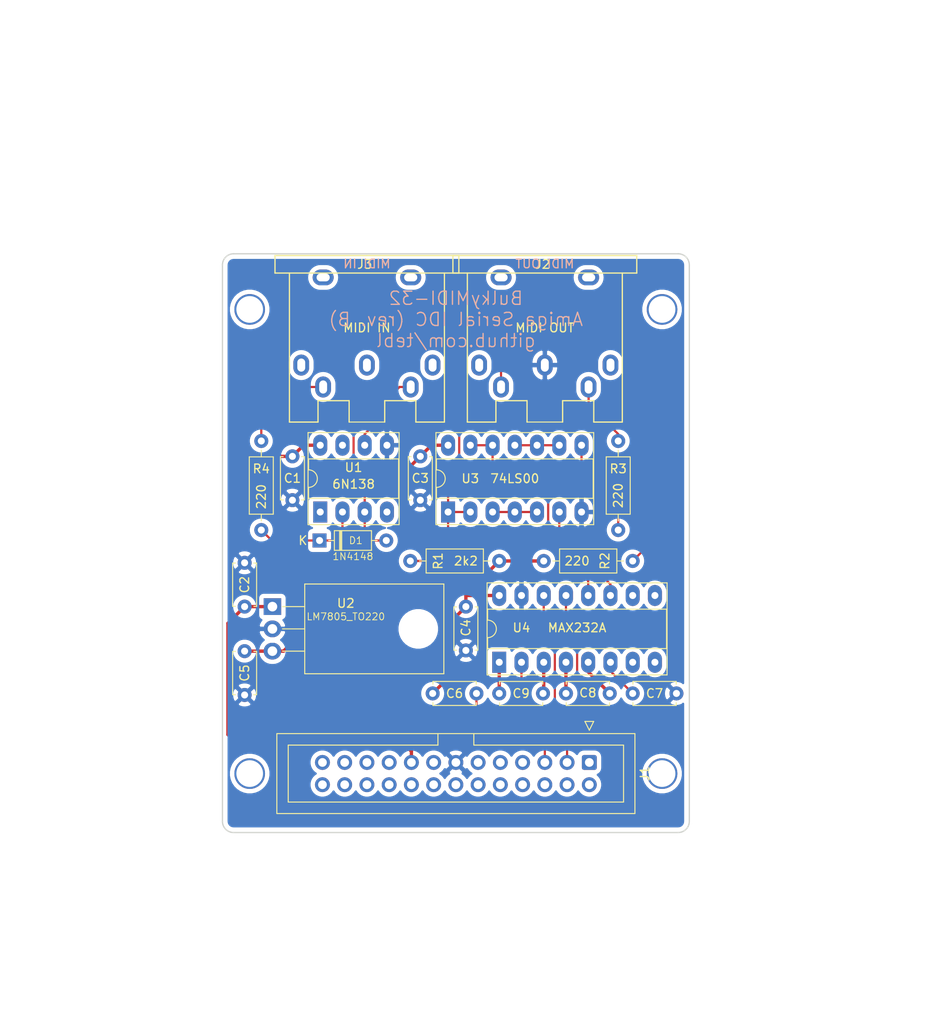
<source format=kicad_pcb>
(kicad_pcb (version 20171130) (host pcbnew "(5.1.8)-1")

  (general
    (thickness 1.6)
    (drawings 11)
    (tracks 119)
    (zones 0)
    (modules 25)
    (nets 23)
  )

  (page A4)
  (layers
    (0 F.Cu signal)
    (31 B.Cu signal)
    (32 B.Adhes user)
    (33 F.Adhes user)
    (34 B.Paste user)
    (35 F.Paste user)
    (36 B.SilkS user)
    (37 F.SilkS user)
    (38 B.Mask user)
    (39 F.Mask user)
    (40 Dwgs.User user)
    (41 Cmts.User user)
    (42 Eco1.User user)
    (43 Eco2.User user)
    (44 Edge.Cuts user)
    (45 Margin user)
    (46 B.CrtYd user)
    (47 F.CrtYd user)
    (48 B.Fab user)
    (49 F.Fab user)
  )

  (setup
    (last_trace_width 0.25)
    (user_trace_width 0.381)
    (trace_clearance 0.2)
    (zone_clearance 0.508)
    (zone_45_only no)
    (trace_min 0.2)
    (via_size 0.6)
    (via_drill 0.4)
    (via_min_size 0.4)
    (via_min_drill 0.3)
    (user_via 1 0.4)
    (uvia_size 0.3)
    (uvia_drill 0.1)
    (uvias_allowed no)
    (uvia_min_size 0.2)
    (uvia_min_drill 0.1)
    (edge_width 0.15)
    (segment_width 0.2)
    (pcb_text_width 0.3)
    (pcb_text_size 1.5 1.5)
    (mod_edge_width 0.15)
    (mod_text_size 1 1)
    (mod_text_width 0.15)
    (pad_size 3.5 3.5)
    (pad_drill 3.048)
    (pad_to_mask_clearance 0)
    (aux_axis_origin 0 0)
    (visible_elements 7FFFFFFF)
    (pcbplotparams
      (layerselection 0x011fc_ffffffff)
      (usegerberextensions true)
      (usegerberattributes false)
      (usegerberadvancedattributes false)
      (creategerberjobfile false)
      (excludeedgelayer true)
      (linewidth 0.100000)
      (plotframeref false)
      (viasonmask false)
      (mode 1)
      (useauxorigin false)
      (hpglpennumber 1)
      (hpglpenspeed 20)
      (hpglpendiameter 15.000000)
      (psnegative false)
      (psa4output false)
      (plotreference true)
      (plotvalue true)
      (plotinvisibletext false)
      (padsonsilk false)
      (subtractmaskfromsilk false)
      (outputformat 1)
      (mirror false)
      (drillshape 0)
      (scaleselection 1)
      (outputdirectory "export/"))
  )

  (net 0 "")
  (net 1 GND)
  (net 2 +5V)
  (net 3 "Net-(D1-Pad1)")
  (net 4 "Net-(D1-Pad2)")
  (net 5 "Net-(J2-Pad5)")
  (net 6 "Net-(J2-Pad4)")
  (net 7 "Net-(J3-Pad4)")
  (net 8 "Net-(R1-Pad2)")
  (net 9 "Net-(R3-Pad2)")
  (net 10 "Net-(U3-Pad10)")
  (net 11 "Net-(U3-Pad3)")
  (net 12 "Net-(C2-Pad1)")
  (net 13 "Net-(C6-Pad2)")
  (net 14 "Net-(C7-Pad1)")
  (net 15 "Net-(C8-Pad1)")
  (net 16 "Net-(C8-Pad2)")
  (net 17 "Net-(C9-Pad2)")
  (net 18 "Net-(C9-Pad1)")
  (net 19 TX)
  (net 20 RX)
  (net 21 MIDI_OUT)
  (net 22 MIDI_IN)

  (net_class Default "This is the default net class."
    (clearance 0.2)
    (trace_width 0.25)
    (via_dia 0.6)
    (via_drill 0.4)
    (uvia_dia 0.3)
    (uvia_drill 0.1)
    (add_net MIDI_IN)
    (add_net MIDI_OUT)
    (add_net "Net-(C6-Pad2)")
    (add_net "Net-(C7-Pad1)")
    (add_net "Net-(D1-Pad1)")
    (add_net "Net-(D1-Pad2)")
    (add_net "Net-(J2-Pad4)")
    (add_net "Net-(J2-Pad5)")
    (add_net "Net-(J3-Pad4)")
    (add_net "Net-(R1-Pad2)")
    (add_net "Net-(R3-Pad2)")
    (add_net "Net-(U3-Pad10)")
    (add_net "Net-(U3-Pad3)")
    (add_net RX)
    (add_net TX)
  )

  (net_class Power ""
    (clearance 0.2)
    (trace_width 0.381)
    (via_dia 1)
    (via_drill 0.4)
    (uvia_dia 0.3)
    (uvia_drill 0.1)
    (add_net +5V)
    (add_net GND)
    (add_net "Net-(C2-Pad1)")
    (add_net "Net-(C8-Pad1)")
    (add_net "Net-(C8-Pad2)")
    (add_net "Net-(C9-Pad1)")
    (add_net "Net-(C9-Pad2)")
  )

  (module BulkyMIDI-32:DIN5_MIDI locked (layer F.Cu) (tedit 61EDF634) (tstamp 61EEA0A9)
    (at 107.95 79.756 180)
    (path /5F99CA21)
    (fp_text reference J3 (at 0.25 11.5 180) (layer F.SilkS)
      (effects (font (size 1 1) (thickness 0.15)))
    )
    (fp_text value "MIDI IN" (at 0 4.25 180) (layer F.SilkS)
      (effects (font (size 1 1) (thickness 0.15)))
    )
    (fp_line (start -2.032 -6.5) (end 2.032 -6.5) (layer F.SilkS) (width 0.12))
    (fp_line (start 2.032 -6.5) (end 2.032 -4.064) (layer F.SilkS) (width 0.15))
    (fp_line (start -2.032 -6.5) (end -2.032 -4.064) (layer F.SilkS) (width 0.15))
    (fp_line (start 5.588 -6.5) (end 5.588 -4.064) (layer F.SilkS) (width 0.15))
    (fp_line (start -5.588 -6.5) (end -5.588 -4.064) (layer F.SilkS) (width 0.15))
    (fp_line (start 8.85 -6.5) (end 5.588 -6.5) (layer F.SilkS) (width 0.15))
    (fp_line (start 2.032 -4.064) (end 5.588 -4.064) (layer F.SilkS) (width 0.15))
    (fp_line (start -5.588 -4.064) (end -2.032 -4.064) (layer F.SilkS) (width 0.15))
    (fp_line (start -8.85 -6.5) (end -5.588 -6.5) (layer F.SilkS) (width 0.15))
    (fp_line (start -8.85 10.5) (end -8.85 -6.5) (layer F.SilkS) (width 0.15))
    (fp_line (start 8.85 -6.5) (end 8.85 10.5) (layer F.SilkS) (width 0.15))
    (fp_line (start -10.5 12.5) (end -10.5 10.5) (layer F.SilkS) (width 0.15))
    (fp_line (start -10.5 10.5) (end 10.5 10.5) (layer F.SilkS) (width 0.15))
    (fp_line (start 10.5 10.5) (end 10.5 12.5) (layer F.SilkS) (width 0.15))
    (fp_line (start 0 12.5) (end 10.5 12.5) (layer F.SilkS) (width 0.15))
    (fp_line (start 0 12.5) (end -10.5 12.5) (layer F.SilkS) (width 0.15))
    (pad 2 thru_hole oval (at 0 0 180) (size 1.8 2.4) (drill oval 0.9 1.5) (layers *.Cu *.Mask))
    (pad "" np_thru_hole oval (at 5 10 180) (size 2.4 1.8) (drill oval 1.5 0.9) (layers *.Cu *.Mask))
    (pad "" np_thru_hole oval (at -5 10 180) (size 2.4 1.8) (drill oval 1.5 0.9) (layers *.Cu *.Mask))
    (pad 1 thru_hole oval (at 7.5 0 180) (size 1.8 2.4) (drill oval 0.9 1.5) (layers *.Cu *.Mask))
    (pad 3 thru_hole oval (at -7.5 0 180) (size 1.8 2.4) (drill oval 0.9 1.5) (layers *.Cu *.Mask))
    (pad 4 thru_hole oval (at 5 -2.5 180) (size 1.8 2.4) (drill oval 0.9 1.5) (layers *.Cu *.Mask)
      (net 7 "Net-(J3-Pad4)"))
    (pad 5 thru_hole oval (at -5 -2.5 180) (size 1.8 2.4) (drill oval 0.9 1.5) (layers *.Cu *.Mask)
      (net 4 "Net-(D1-Pad2)"))
  )

  (module BulkyMIDI-32:DIN5_MIDI locked (layer F.Cu) (tedit 61EDF634) (tstamp 61EEA08E)
    (at 128.27 79.756 180)
    (path /5FBFBE67)
    (fp_text reference J2 (at 0.25 11.5 180) (layer F.SilkS)
      (effects (font (size 1 1) (thickness 0.15)))
    )
    (fp_text value "MIDI OUT" (at 0 4.25 180) (layer F.SilkS)
      (effects (font (size 1 1) (thickness 0.15)))
    )
    (fp_line (start -2.032 -6.5) (end 2.032 -6.5) (layer F.SilkS) (width 0.12))
    (fp_line (start 2.032 -6.5) (end 2.032 -4.064) (layer F.SilkS) (width 0.15))
    (fp_line (start -2.032 -6.5) (end -2.032 -4.064) (layer F.SilkS) (width 0.15))
    (fp_line (start 5.588 -6.5) (end 5.588 -4.064) (layer F.SilkS) (width 0.15))
    (fp_line (start -5.588 -6.5) (end -5.588 -4.064) (layer F.SilkS) (width 0.15))
    (fp_line (start 8.85 -6.5) (end 5.588 -6.5) (layer F.SilkS) (width 0.15))
    (fp_line (start 2.032 -4.064) (end 5.588 -4.064) (layer F.SilkS) (width 0.15))
    (fp_line (start -5.588 -4.064) (end -2.032 -4.064) (layer F.SilkS) (width 0.15))
    (fp_line (start -8.85 -6.5) (end -5.588 -6.5) (layer F.SilkS) (width 0.15))
    (fp_line (start -8.85 10.5) (end -8.85 -6.5) (layer F.SilkS) (width 0.15))
    (fp_line (start 8.85 -6.5) (end 8.85 10.5) (layer F.SilkS) (width 0.15))
    (fp_line (start -10.5 12.5) (end -10.5 10.5) (layer F.SilkS) (width 0.15))
    (fp_line (start -10.5 10.5) (end 10.5 10.5) (layer F.SilkS) (width 0.15))
    (fp_line (start 10.5 10.5) (end 10.5 12.5) (layer F.SilkS) (width 0.15))
    (fp_line (start 0 12.5) (end 10.5 12.5) (layer F.SilkS) (width 0.15))
    (fp_line (start 0 12.5) (end -10.5 12.5) (layer F.SilkS) (width 0.15))
    (pad 2 thru_hole oval (at 0 0 180) (size 1.8 2.4) (drill oval 0.9 1.5) (layers *.Cu *.Mask)
      (net 1 GND))
    (pad "" np_thru_hole oval (at 5 10 180) (size 2.4 1.8) (drill oval 1.5 0.9) (layers *.Cu *.Mask))
    (pad "" np_thru_hole oval (at -5 10 180) (size 2.4 1.8) (drill oval 1.5 0.9) (layers *.Cu *.Mask))
    (pad 1 thru_hole oval (at 7.5 0 180) (size 1.8 2.4) (drill oval 0.9 1.5) (layers *.Cu *.Mask))
    (pad 3 thru_hole oval (at -7.5 0 180) (size 1.8 2.4) (drill oval 0.9 1.5) (layers *.Cu *.Mask))
    (pad 4 thru_hole oval (at 5 -2.5 180) (size 1.8 2.4) (drill oval 0.9 1.5) (layers *.Cu *.Mask)
      (net 6 "Net-(J2-Pad4)"))
    (pad 5 thru_hole oval (at -5 -2.5 180) (size 1.8 2.4) (drill oval 0.9 1.5) (layers *.Cu *.Mask)
      (net 5 "Net-(J2-Pad5)"))
  )

  (module Diode_THT:D_DO-35_SOD27_P7.62mm_Horizontal (layer F.Cu) (tedit 5AE50CD5) (tstamp 6204C294)
    (at 102.5398 99.7712)
    (descr "Diode, DO-35_SOD27 series, Axial, Horizontal, pin pitch=7.62mm, , length*diameter=4*2mm^2, , http://www.diodes.com/_files/packages/DO-35.pdf")
    (tags "Diode DO-35_SOD27 series Axial Horizontal pin pitch 7.62mm  length 4mm diameter 2mm")
    (path /5F99E152)
    (fp_text reference D1 (at 4.1402 0) (layer F.SilkS)
      (effects (font (size 0.8 0.8) (thickness 0.1)))
    )
    (fp_text value 1N4148 (at 3.81 1.8288) (layer F.SilkS)
      (effects (font (size 0.8 0.8) (thickness 0.1)))
    )
    (fp_line (start 8.67 -1.25) (end -1.05 -1.25) (layer F.CrtYd) (width 0.05))
    (fp_line (start 8.67 1.25) (end 8.67 -1.25) (layer F.CrtYd) (width 0.05))
    (fp_line (start -1.05 1.25) (end 8.67 1.25) (layer F.CrtYd) (width 0.05))
    (fp_line (start -1.05 -1.25) (end -1.05 1.25) (layer F.CrtYd) (width 0.05))
    (fp_line (start 2.29 -1.12) (end 2.29 1.12) (layer F.SilkS) (width 0.12))
    (fp_line (start 2.53 -1.12) (end 2.53 1.12) (layer F.SilkS) (width 0.12))
    (fp_line (start 2.41 -1.12) (end 2.41 1.12) (layer F.SilkS) (width 0.12))
    (fp_line (start 6.58 0) (end 5.93 0) (layer F.SilkS) (width 0.12))
    (fp_line (start 1.04 0) (end 1.69 0) (layer F.SilkS) (width 0.12))
    (fp_line (start 5.93 -1.12) (end 1.69 -1.12) (layer F.SilkS) (width 0.12))
    (fp_line (start 5.93 1.12) (end 5.93 -1.12) (layer F.SilkS) (width 0.12))
    (fp_line (start 1.69 1.12) (end 5.93 1.12) (layer F.SilkS) (width 0.12))
    (fp_line (start 1.69 -1.12) (end 1.69 1.12) (layer F.SilkS) (width 0.12))
    (fp_line (start 2.31 -1) (end 2.31 1) (layer F.Fab) (width 0.1))
    (fp_line (start 2.51 -1) (end 2.51 1) (layer F.Fab) (width 0.1))
    (fp_line (start 2.41 -1) (end 2.41 1) (layer F.Fab) (width 0.1))
    (fp_line (start 7.62 0) (end 5.81 0) (layer F.Fab) (width 0.1))
    (fp_line (start 0 0) (end 1.81 0) (layer F.Fab) (width 0.1))
    (fp_line (start 5.81 -1) (end 1.81 -1) (layer F.Fab) (width 0.1))
    (fp_line (start 5.81 1) (end 5.81 -1) (layer F.Fab) (width 0.1))
    (fp_line (start 1.81 1) (end 5.81 1) (layer F.Fab) (width 0.1))
    (fp_line (start 1.81 -1) (end 1.81 1) (layer F.Fab) (width 0.1))
    (fp_text user %R (at 4.1402 0) (layer F.Fab)
      (effects (font (size 0.8 0.8) (thickness 0.12)))
    )
    (fp_text user K (at -1.905 0) (layer F.Fab)
      (effects (font (size 1 1) (thickness 0.15)))
    )
    (fp_text user K (at -1.905 0) (layer F.SilkS)
      (effects (font (size 1 1) (thickness 0.15)))
    )
    (pad 1 thru_hole rect (at 0 0) (size 1.6 1.6) (drill 0.8) (layers *.Cu *.Mask)
      (net 3 "Net-(D1-Pad1)"))
    (pad 2 thru_hole oval (at 7.62 0) (size 1.6 1.6) (drill 0.8) (layers *.Cu *.Mask)
      (net 4 "Net-(D1-Pad2)"))
    (model ${KISYS3DMOD}/Diode_THT.3dshapes/D_DO-35_SOD27_P7.62mm_Horizontal.wrl
      (at (xyz 0 0 0))
      (scale (xyz 1 1 1))
      (rotate (xyz 0 0 0))
    )
  )

  (module Resistor_THT:R_Axial_DIN0207_L6.3mm_D2.5mm_P10.16mm_Horizontal (layer F.Cu) (tedit 5AE5139B) (tstamp 6204C2E8)
    (at 123.063 102.108 180)
    (descr "Resistor, Axial_DIN0207 series, Axial, Horizontal, pin pitch=10.16mm, 0.25W = 1/4W, length*diameter=6.3*2.5mm^2, http://cdn-reichelt.de/documents/datenblatt/B400/1_4W%23YAG.pdf")
    (tags "Resistor Axial_DIN0207 series Axial Horizontal pin pitch 10.16mm 0.25W = 1/4W length 6.3mm diameter 2.5mm")
    (path /6219F0FD)
    (fp_text reference R1 (at 6.985 0 90) (layer F.SilkS)
      (effects (font (size 1 1) (thickness 0.15)))
    )
    (fp_text value 2k2 (at 3.81 0) (layer F.SilkS)
      (effects (font (size 1 1) (thickness 0.15)))
    )
    (fp_line (start 1.93 -1.25) (end 1.93 1.25) (layer F.Fab) (width 0.1))
    (fp_line (start 1.93 1.25) (end 8.23 1.25) (layer F.Fab) (width 0.1))
    (fp_line (start 8.23 1.25) (end 8.23 -1.25) (layer F.Fab) (width 0.1))
    (fp_line (start 8.23 -1.25) (end 1.93 -1.25) (layer F.Fab) (width 0.1))
    (fp_line (start 0 0) (end 1.93 0) (layer F.Fab) (width 0.1))
    (fp_line (start 10.16 0) (end 8.23 0) (layer F.Fab) (width 0.1))
    (fp_line (start 1.81 -1.37) (end 1.81 1.37) (layer F.SilkS) (width 0.12))
    (fp_line (start 1.81 1.37) (end 8.35 1.37) (layer F.SilkS) (width 0.12))
    (fp_line (start 8.35 1.37) (end 8.35 -1.37) (layer F.SilkS) (width 0.12))
    (fp_line (start 8.35 -1.37) (end 1.81 -1.37) (layer F.SilkS) (width 0.12))
    (fp_line (start 1.04 0) (end 1.81 0) (layer F.SilkS) (width 0.12))
    (fp_line (start 9.12 0) (end 8.35 0) (layer F.SilkS) (width 0.12))
    (fp_line (start -1.05 -1.5) (end -1.05 1.5) (layer F.CrtYd) (width 0.05))
    (fp_line (start -1.05 1.5) (end 11.21 1.5) (layer F.CrtYd) (width 0.05))
    (fp_line (start 11.21 1.5) (end 11.21 -1.5) (layer F.CrtYd) (width 0.05))
    (fp_line (start 11.21 -1.5) (end -1.05 -1.5) (layer F.CrtYd) (width 0.05))
    (fp_text user %R (at 6.985 0 90) (layer F.Fab)
      (effects (font (size 1 1) (thickness 0.15)))
    )
    (pad 2 thru_hole oval (at 10.16 0 180) (size 1.6 1.6) (drill 0.8) (layers *.Cu *.Mask)
      (net 8 "Net-(R1-Pad2)"))
    (pad 1 thru_hole circle (at 0 0 180) (size 1.6 1.6) (drill 0.8) (layers *.Cu *.Mask)
      (net 2 +5V))
    (model ${KISYS3DMOD}/Resistor_THT.3dshapes/R_Axial_DIN0207_L6.3mm_D2.5mm_P10.16mm_Horizontal.wrl
      (at (xyz 0 0 0))
      (scale (xyz 1 1 1))
      (rotate (xyz 0 0 0))
    )
  )

  (module Resistor_THT:R_Axial_DIN0207_L6.3mm_D2.5mm_P10.16mm_Horizontal (layer F.Cu) (tedit 5AE5139B) (tstamp 6204C2FF)
    (at 128.143 102.108)
    (descr "Resistor, Axial_DIN0207 series, Axial, Horizontal, pin pitch=10.16mm, 0.25W = 1/4W, length*diameter=6.3*2.5mm^2, http://cdn-reichelt.de/documents/datenblatt/B400/1_4W%23YAG.pdf")
    (tags "Resistor Axial_DIN0207 series Axial Horizontal pin pitch 10.16mm 0.25W = 1/4W length 6.3mm diameter 2.5mm")
    (path /5FD00C73)
    (fp_text reference R2 (at 6.985 0 90) (layer F.SilkS)
      (effects (font (size 1 1) (thickness 0.15)))
    )
    (fp_text value 220 (at 3.81 0) (layer F.SilkS)
      (effects (font (size 1 1) (thickness 0.15)))
    )
    (fp_line (start 11.21 -1.5) (end -1.05 -1.5) (layer F.CrtYd) (width 0.05))
    (fp_line (start 11.21 1.5) (end 11.21 -1.5) (layer F.CrtYd) (width 0.05))
    (fp_line (start -1.05 1.5) (end 11.21 1.5) (layer F.CrtYd) (width 0.05))
    (fp_line (start -1.05 -1.5) (end -1.05 1.5) (layer F.CrtYd) (width 0.05))
    (fp_line (start 9.12 0) (end 8.35 0) (layer F.SilkS) (width 0.12))
    (fp_line (start 1.04 0) (end 1.81 0) (layer F.SilkS) (width 0.12))
    (fp_line (start 8.35 -1.37) (end 1.81 -1.37) (layer F.SilkS) (width 0.12))
    (fp_line (start 8.35 1.37) (end 8.35 -1.37) (layer F.SilkS) (width 0.12))
    (fp_line (start 1.81 1.37) (end 8.35 1.37) (layer F.SilkS) (width 0.12))
    (fp_line (start 1.81 -1.37) (end 1.81 1.37) (layer F.SilkS) (width 0.12))
    (fp_line (start 10.16 0) (end 8.23 0) (layer F.Fab) (width 0.1))
    (fp_line (start 0 0) (end 1.93 0) (layer F.Fab) (width 0.1))
    (fp_line (start 8.23 -1.25) (end 1.93 -1.25) (layer F.Fab) (width 0.1))
    (fp_line (start 8.23 1.25) (end 8.23 -1.25) (layer F.Fab) (width 0.1))
    (fp_line (start 1.93 1.25) (end 8.23 1.25) (layer F.Fab) (width 0.1))
    (fp_line (start 1.93 -1.25) (end 1.93 1.25) (layer F.Fab) (width 0.1))
    (fp_text user %R (at 6.985 0 90) (layer F.Fab)
      (effects (font (size 1 1) (thickness 0.15)))
    )
    (pad 1 thru_hole circle (at 0 0) (size 1.6 1.6) (drill 0.8) (layers *.Cu *.Mask)
      (net 2 +5V))
    (pad 2 thru_hole oval (at 10.16 0) (size 1.6 1.6) (drill 0.8) (layers *.Cu *.Mask)
      (net 6 "Net-(J2-Pad4)"))
    (model ${KISYS3DMOD}/Resistor_THT.3dshapes/R_Axial_DIN0207_L6.3mm_D2.5mm_P10.16mm_Horizontal.wrl
      (at (xyz 0 0 0))
      (scale (xyz 1 1 1))
      (rotate (xyz 0 0 0))
    )
  )

  (module Resistor_THT:R_Axial_DIN0207_L6.3mm_D2.5mm_P10.16mm_Horizontal (layer F.Cu) (tedit 5AE5139B) (tstamp 62059B4B)
    (at 136.652 88.4174 270)
    (descr "Resistor, Axial_DIN0207 series, Axial, Horizontal, pin pitch=10.16mm, 0.25W = 1/4W, length*diameter=6.3*2.5mm^2, http://cdn-reichelt.de/documents/datenblatt/B400/1_4W%23YAG.pdf")
    (tags "Resistor Axial_DIN0207 series Axial Horizontal pin pitch 10.16mm 0.25W = 1/4W length 6.3mm diameter 2.5mm")
    (path /622D9678)
    (fp_text reference R3 (at 3.175 0 180) (layer F.SilkS)
      (effects (font (size 1 1) (thickness 0.15)))
    )
    (fp_text value 220 (at 6.223 0 90) (layer F.SilkS)
      (effects (font (size 1 1) (thickness 0.15)))
    )
    (fp_line (start 1.93 -1.25) (end 1.93 1.25) (layer F.Fab) (width 0.1))
    (fp_line (start 1.93 1.25) (end 8.23 1.25) (layer F.Fab) (width 0.1))
    (fp_line (start 8.23 1.25) (end 8.23 -1.25) (layer F.Fab) (width 0.1))
    (fp_line (start 8.23 -1.25) (end 1.93 -1.25) (layer F.Fab) (width 0.1))
    (fp_line (start 0 0) (end 1.93 0) (layer F.Fab) (width 0.1))
    (fp_line (start 10.16 0) (end 8.23 0) (layer F.Fab) (width 0.1))
    (fp_line (start 1.81 -1.37) (end 1.81 1.37) (layer F.SilkS) (width 0.12))
    (fp_line (start 1.81 1.37) (end 8.35 1.37) (layer F.SilkS) (width 0.12))
    (fp_line (start 8.35 1.37) (end 8.35 -1.37) (layer F.SilkS) (width 0.12))
    (fp_line (start 8.35 -1.37) (end 1.81 -1.37) (layer F.SilkS) (width 0.12))
    (fp_line (start 1.04 0) (end 1.81 0) (layer F.SilkS) (width 0.12))
    (fp_line (start 9.12 0) (end 8.35 0) (layer F.SilkS) (width 0.12))
    (fp_line (start -1.05 -1.5) (end -1.05 1.5) (layer F.CrtYd) (width 0.05))
    (fp_line (start -1.05 1.5) (end 11.21 1.5) (layer F.CrtYd) (width 0.05))
    (fp_line (start 11.21 1.5) (end 11.21 -1.5) (layer F.CrtYd) (width 0.05))
    (fp_line (start 11.21 -1.5) (end -1.05 -1.5) (layer F.CrtYd) (width 0.05))
    (fp_text user %R (at 3.175 0 180) (layer F.Fab)
      (effects (font (size 1 1) (thickness 0.15)))
    )
    (pad 2 thru_hole oval (at 10.16 0 270) (size 1.6 1.6) (drill 0.8) (layers *.Cu *.Mask)
      (net 9 "Net-(R3-Pad2)"))
    (pad 1 thru_hole circle (at 0 0 270) (size 1.6 1.6) (drill 0.8) (layers *.Cu *.Mask)
      (net 5 "Net-(J2-Pad5)"))
    (model ${KISYS3DMOD}/Resistor_THT.3dshapes/R_Axial_DIN0207_L6.3mm_D2.5mm_P10.16mm_Horizontal.wrl
      (at (xyz 0 0 0))
      (scale (xyz 1 1 1))
      (rotate (xyz 0 0 0))
    )
  )

  (module Resistor_THT:R_Axial_DIN0207_L6.3mm_D2.5mm_P10.16mm_Horizontal (layer F.Cu) (tedit 5AE5139B) (tstamp 62136CAF)
    (at 95.885 98.5774 90)
    (descr "Resistor, Axial_DIN0207 series, Axial, Horizontal, pin pitch=10.16mm, 0.25W = 1/4W, length*diameter=6.3*2.5mm^2, http://cdn-reichelt.de/documents/datenblatt/B400/1_4W%23YAG.pdf")
    (tags "Resistor Axial_DIN0207 series Axial Horizontal pin pitch 10.16mm 0.25W = 1/4W length 6.3mm diameter 2.5mm")
    (path /5F99E885)
    (fp_text reference R4 (at 6.985 0) (layer F.SilkS)
      (effects (font (size 1 1) (thickness 0.15)))
    )
    (fp_text value 220 (at 3.81 0 90) (layer F.SilkS)
      (effects (font (size 1 1) (thickness 0.15)))
    )
    (fp_line (start 11.21 -1.5) (end -1.05 -1.5) (layer F.CrtYd) (width 0.05))
    (fp_line (start 11.21 1.5) (end 11.21 -1.5) (layer F.CrtYd) (width 0.05))
    (fp_line (start -1.05 1.5) (end 11.21 1.5) (layer F.CrtYd) (width 0.05))
    (fp_line (start -1.05 -1.5) (end -1.05 1.5) (layer F.CrtYd) (width 0.05))
    (fp_line (start 9.12 0) (end 8.35 0) (layer F.SilkS) (width 0.12))
    (fp_line (start 1.04 0) (end 1.81 0) (layer F.SilkS) (width 0.12))
    (fp_line (start 8.35 -1.37) (end 1.81 -1.37) (layer F.SilkS) (width 0.12))
    (fp_line (start 8.35 1.37) (end 8.35 -1.37) (layer F.SilkS) (width 0.12))
    (fp_line (start 1.81 1.37) (end 8.35 1.37) (layer F.SilkS) (width 0.12))
    (fp_line (start 1.81 -1.37) (end 1.81 1.37) (layer F.SilkS) (width 0.12))
    (fp_line (start 10.16 0) (end 8.23 0) (layer F.Fab) (width 0.1))
    (fp_line (start 0 0) (end 1.93 0) (layer F.Fab) (width 0.1))
    (fp_line (start 8.23 -1.25) (end 1.93 -1.25) (layer F.Fab) (width 0.1))
    (fp_line (start 8.23 1.25) (end 8.23 -1.25) (layer F.Fab) (width 0.1))
    (fp_line (start 1.93 1.25) (end 8.23 1.25) (layer F.Fab) (width 0.1))
    (fp_line (start 1.93 -1.25) (end 1.93 1.25) (layer F.Fab) (width 0.1))
    (fp_text user %R (at 6.985 0) (layer F.Fab)
      (effects (font (size 1 1) (thickness 0.15)))
    )
    (pad 1 thru_hole circle (at 0 0 90) (size 1.6 1.6) (drill 0.8) (layers *.Cu *.Mask)
      (net 3 "Net-(D1-Pad1)"))
    (pad 2 thru_hole oval (at 10.16 0 90) (size 1.6 1.6) (drill 0.8) (layers *.Cu *.Mask)
      (net 7 "Net-(J3-Pad4)"))
    (model ${KISYS3DMOD}/Resistor_THT.3dshapes/R_Axial_DIN0207_L6.3mm_D2.5mm_P10.16mm_Horizontal.wrl
      (at (xyz 0 0 0))
      (scale (xyz 1 1 1))
      (rotate (xyz 0 0 0))
    )
  )

  (module Package_DIP:DIP-8_W7.62mm_Socket_LongPads (layer F.Cu) (tedit 5A02E8C5) (tstamp 6204C351)
    (at 102.616 96.52 90)
    (descr "8-lead though-hole mounted DIP package, row spacing 7.62 mm (300 mils), Socket, LongPads")
    (tags "THT DIP DIL PDIP 2.54mm 7.62mm 300mil Socket LongPads")
    (path /62109585)
    (fp_text reference U1 (at 5.08 3.81 180) (layer F.SilkS)
      (effects (font (size 1 1) (thickness 0.15)))
    )
    (fp_text value 6N138 (at 3.175 3.81 180) (layer F.SilkS)
      (effects (font (size 1 1) (thickness 0.15)))
    )
    (fp_line (start 9.15 -1.6) (end -1.55 -1.6) (layer F.CrtYd) (width 0.05))
    (fp_line (start 9.15 9.2) (end 9.15 -1.6) (layer F.CrtYd) (width 0.05))
    (fp_line (start -1.55 9.2) (end 9.15 9.2) (layer F.CrtYd) (width 0.05))
    (fp_line (start -1.55 -1.6) (end -1.55 9.2) (layer F.CrtYd) (width 0.05))
    (fp_line (start 9.06 -1.39) (end -1.44 -1.39) (layer F.SilkS) (width 0.12))
    (fp_line (start 9.06 9.01) (end 9.06 -1.39) (layer F.SilkS) (width 0.12))
    (fp_line (start -1.44 9.01) (end 9.06 9.01) (layer F.SilkS) (width 0.12))
    (fp_line (start -1.44 -1.39) (end -1.44 9.01) (layer F.SilkS) (width 0.12))
    (fp_line (start 6.06 -1.33) (end 4.81 -1.33) (layer F.SilkS) (width 0.12))
    (fp_line (start 6.06 8.95) (end 6.06 -1.33) (layer F.SilkS) (width 0.12))
    (fp_line (start 1.56 8.95) (end 6.06 8.95) (layer F.SilkS) (width 0.12))
    (fp_line (start 1.56 -1.33) (end 1.56 8.95) (layer F.SilkS) (width 0.12))
    (fp_line (start 2.81 -1.33) (end 1.56 -1.33) (layer F.SilkS) (width 0.12))
    (fp_line (start 8.89 -1.33) (end -1.27 -1.33) (layer F.Fab) (width 0.1))
    (fp_line (start 8.89 8.95) (end 8.89 -1.33) (layer F.Fab) (width 0.1))
    (fp_line (start -1.27 8.95) (end 8.89 8.95) (layer F.Fab) (width 0.1))
    (fp_line (start -1.27 -1.33) (end -1.27 8.95) (layer F.Fab) (width 0.1))
    (fp_line (start 0.635 -0.27) (end 1.635 -1.27) (layer F.Fab) (width 0.1))
    (fp_line (start 0.635 8.89) (end 0.635 -0.27) (layer F.Fab) (width 0.1))
    (fp_line (start 6.985 8.89) (end 0.635 8.89) (layer F.Fab) (width 0.1))
    (fp_line (start 6.985 -1.27) (end 6.985 8.89) (layer F.Fab) (width 0.1))
    (fp_line (start 1.635 -1.27) (end 6.985 -1.27) (layer F.Fab) (width 0.1))
    (fp_arc (start 3.81 -1.33) (end 2.81 -1.33) (angle -180) (layer F.SilkS) (width 0.12))
    (fp_text user %R (at 5.08 3.81 180) (layer F.Fab)
      (effects (font (size 1 1) (thickness 0.15)))
    )
    (pad 1 thru_hole rect (at 0 0 90) (size 2.4 1.6) (drill 0.8) (layers *.Cu *.Mask))
    (pad 5 thru_hole oval (at 7.62 7.62 90) (size 2.4 1.6) (drill 0.8) (layers *.Cu *.Mask)
      (net 1 GND))
    (pad 2 thru_hole oval (at 0 2.54 90) (size 2.4 1.6) (drill 0.8) (layers *.Cu *.Mask)
      (net 3 "Net-(D1-Pad1)"))
    (pad 6 thru_hole oval (at 7.62 5.08 90) (size 2.4 1.6) (drill 0.8) (layers *.Cu *.Mask)
      (net 8 "Net-(R1-Pad2)"))
    (pad 3 thru_hole oval (at 0 5.08 90) (size 2.4 1.6) (drill 0.8) (layers *.Cu *.Mask)
      (net 4 "Net-(D1-Pad2)"))
    (pad 7 thru_hole oval (at 7.62 2.54 90) (size 2.4 1.6) (drill 0.8) (layers *.Cu *.Mask))
    (pad 4 thru_hole oval (at 0 7.62 90) (size 2.4 1.6) (drill 0.8) (layers *.Cu *.Mask))
    (pad 8 thru_hole oval (at 7.62 0 90) (size 2.4 1.6) (drill 0.8) (layers *.Cu *.Mask)
      (net 2 +5V))
    (model ${KISYS3DMOD}/Package_DIP.3dshapes/DIP-8_W7.62mm_Socket.wrl
      (at (xyz 0 0 0))
      (scale (xyz 1 1 1))
      (rotate (xyz 0 0 0))
    )
  )

  (module Package_DIP:DIP-14_W7.62mm_Socket_LongPads (layer F.Cu) (tedit 5A02E8C5) (tstamp 6204C37B)
    (at 117.221 96.52 90)
    (descr "14-lead though-hole mounted DIP package, row spacing 7.62 mm (300 mils), Socket, LongPads")
    (tags "THT DIP DIL PDIP 2.54mm 7.62mm 300mil Socket LongPads")
    (path /620D2C7D)
    (fp_text reference U3 (at 3.81 2.54 180) (layer F.SilkS)
      (effects (font (size 1 1) (thickness 0.15)))
    )
    (fp_text value 74LS00 (at 3.81 7.62 180) (layer F.SilkS)
      (effects (font (size 1 1) (thickness 0.15)))
    )
    (fp_line (start 9.15 -1.6) (end -1.55 -1.6) (layer F.CrtYd) (width 0.05))
    (fp_line (start 9.15 16.85) (end 9.15 -1.6) (layer F.CrtYd) (width 0.05))
    (fp_line (start -1.55 16.85) (end 9.15 16.85) (layer F.CrtYd) (width 0.05))
    (fp_line (start -1.55 -1.6) (end -1.55 16.85) (layer F.CrtYd) (width 0.05))
    (fp_line (start 9.06 -1.39) (end -1.44 -1.39) (layer F.SilkS) (width 0.12))
    (fp_line (start 9.06 16.63) (end 9.06 -1.39) (layer F.SilkS) (width 0.12))
    (fp_line (start -1.44 16.63) (end 9.06 16.63) (layer F.SilkS) (width 0.12))
    (fp_line (start -1.44 -1.39) (end -1.44 16.63) (layer F.SilkS) (width 0.12))
    (fp_line (start 6.06 -1.33) (end 4.81 -1.33) (layer F.SilkS) (width 0.12))
    (fp_line (start 6.06 16.57) (end 6.06 -1.33) (layer F.SilkS) (width 0.12))
    (fp_line (start 1.56 16.57) (end 6.06 16.57) (layer F.SilkS) (width 0.12))
    (fp_line (start 1.56 -1.33) (end 1.56 16.57) (layer F.SilkS) (width 0.12))
    (fp_line (start 2.81 -1.33) (end 1.56 -1.33) (layer F.SilkS) (width 0.12))
    (fp_line (start 8.89 -1.33) (end -1.27 -1.33) (layer F.Fab) (width 0.1))
    (fp_line (start 8.89 16.57) (end 8.89 -1.33) (layer F.Fab) (width 0.1))
    (fp_line (start -1.27 16.57) (end 8.89 16.57) (layer F.Fab) (width 0.1))
    (fp_line (start -1.27 -1.33) (end -1.27 16.57) (layer F.Fab) (width 0.1))
    (fp_line (start 0.635 -0.27) (end 1.635 -1.27) (layer F.Fab) (width 0.1))
    (fp_line (start 0.635 16.51) (end 0.635 -0.27) (layer F.Fab) (width 0.1))
    (fp_line (start 6.985 16.51) (end 0.635 16.51) (layer F.Fab) (width 0.1))
    (fp_line (start 6.985 -1.27) (end 6.985 16.51) (layer F.Fab) (width 0.1))
    (fp_line (start 1.635 -1.27) (end 6.985 -1.27) (layer F.Fab) (width 0.1))
    (fp_arc (start 3.81 -1.33) (end 2.81 -1.33) (angle -180) (layer F.SilkS) (width 0.12))
    (fp_text user %R (at 3.81 2.54 180) (layer F.Fab)
      (effects (font (size 1 1) (thickness 0.15)))
    )
    (pad 1 thru_hole rect (at 0 0 90) (size 2.4 1.6) (drill 0.8) (layers *.Cu *.Mask)
      (net 8 "Net-(R1-Pad2)"))
    (pad 8 thru_hole oval (at 7.62 15.24 90) (size 2.4 1.6) (drill 0.8) (layers *.Cu *.Mask)
      (net 9 "Net-(R3-Pad2)"))
    (pad 2 thru_hole oval (at 0 2.54 90) (size 2.4 1.6) (drill 0.8) (layers *.Cu *.Mask)
      (net 8 "Net-(R1-Pad2)"))
    (pad 9 thru_hole oval (at 7.62 12.7 90) (size 2.4 1.6) (drill 0.8) (layers *.Cu *.Mask)
      (net 10 "Net-(U3-Pad10)"))
    (pad 3 thru_hole oval (at 0 5.08 90) (size 2.4 1.6) (drill 0.8) (layers *.Cu *.Mask)
      (net 11 "Net-(U3-Pad3)"))
    (pad 10 thru_hole oval (at 7.62 10.16 90) (size 2.4 1.6) (drill 0.8) (layers *.Cu *.Mask)
      (net 10 "Net-(U3-Pad10)"))
    (pad 4 thru_hole oval (at 0 7.62 90) (size 2.4 1.6) (drill 0.8) (layers *.Cu *.Mask)
      (net 11 "Net-(U3-Pad3)"))
    (pad 11 thru_hole oval (at 7.62 7.62 90) (size 2.4 1.6) (drill 0.8) (layers *.Cu *.Mask)
      (net 10 "Net-(U3-Pad10)"))
    (pad 5 thru_hole oval (at 0 10.16 90) (size 2.4 1.6) (drill 0.8) (layers *.Cu *.Mask)
      (net 11 "Net-(U3-Pad3)"))
    (pad 12 thru_hole oval (at 7.62 5.08 90) (size 2.4 1.6) (drill 0.8) (layers *.Cu *.Mask)
      (net 21 MIDI_OUT))
    (pad 6 thru_hole oval (at 0 12.7 90) (size 2.4 1.6) (drill 0.8) (layers *.Cu *.Mask)
      (net 22 MIDI_IN))
    (pad 13 thru_hole oval (at 7.62 2.54 90) (size 2.4 1.6) (drill 0.8) (layers *.Cu *.Mask)
      (net 21 MIDI_OUT))
    (pad 7 thru_hole oval (at 0 15.24 90) (size 2.4 1.6) (drill 0.8) (layers *.Cu *.Mask)
      (net 1 GND))
    (pad 14 thru_hole oval (at 7.62 0 90) (size 2.4 1.6) (drill 0.8) (layers *.Cu *.Mask)
      (net 2 +5V))
    (model ${KISYS3DMOD}/Package_DIP.3dshapes/DIP-14_W7.62mm_Socket.wrl
      (at (xyz 0 0 0))
      (scale (xyz 1 1 1))
      (rotate (xyz 0 0 0))
    )
  )

  (module Capacitor_THT:C_Disc_D4.7mm_W2.5mm_P5.00mm (layer F.Cu) (tedit 5AE50EF0) (tstamp 6205996A)
    (at 99.441 90.17 270)
    (descr "C, Disc series, Radial, pin pitch=5.00mm, , diameter*width=4.7*2.5mm^2, Capacitor, http://www.vishay.com/docs/45233/krseries.pdf")
    (tags "C Disc series Radial pin pitch 5.00mm  diameter 4.7mm width 2.5mm Capacitor")
    (path /5F0DF157)
    (fp_text reference C1 (at 2.5 0 180) (layer F.SilkS)
      (effects (font (size 1 1) (thickness 0.15)))
    )
    (fp_text value 100nF (at 2.5 2.5 90) (layer F.Fab)
      (effects (font (size 1 1) (thickness 0.15)))
    )
    (fp_line (start 0.15 -1.25) (end 0.15 1.25) (layer F.Fab) (width 0.1))
    (fp_line (start 0.15 1.25) (end 4.85 1.25) (layer F.Fab) (width 0.1))
    (fp_line (start 4.85 1.25) (end 4.85 -1.25) (layer F.Fab) (width 0.1))
    (fp_line (start 4.85 -1.25) (end 0.15 -1.25) (layer F.Fab) (width 0.1))
    (fp_line (start 0.03 -1.37) (end 4.97 -1.37) (layer F.SilkS) (width 0.12))
    (fp_line (start 0.03 1.37) (end 4.97 1.37) (layer F.SilkS) (width 0.12))
    (fp_line (start 0.03 -1.37) (end 0.03 -1.055) (layer F.SilkS) (width 0.12))
    (fp_line (start 0.03 1.055) (end 0.03 1.37) (layer F.SilkS) (width 0.12))
    (fp_line (start 4.97 -1.37) (end 4.97 -1.055) (layer F.SilkS) (width 0.12))
    (fp_line (start 4.97 1.055) (end 4.97 1.37) (layer F.SilkS) (width 0.12))
    (fp_line (start -1.05 -1.5) (end -1.05 1.5) (layer F.CrtYd) (width 0.05))
    (fp_line (start -1.05 1.5) (end 6.05 1.5) (layer F.CrtYd) (width 0.05))
    (fp_line (start 6.05 1.5) (end 6.05 -1.5) (layer F.CrtYd) (width 0.05))
    (fp_line (start 6.05 -1.5) (end -1.05 -1.5) (layer F.CrtYd) (width 0.05))
    (fp_text user %R (at 2.5 0 180) (layer F.Fab)
      (effects (font (size 0.94 0.94) (thickness 0.141)))
    )
    (pad 1 thru_hole circle (at 0 0 270) (size 1.6 1.6) (drill 0.8) (layers *.Cu *.Mask)
      (net 2 +5V))
    (pad 2 thru_hole circle (at 5 0 270) (size 1.6 1.6) (drill 0.8) (layers *.Cu *.Mask)
      (net 1 GND))
    (model ${KISYS3DMOD}/Capacitor_THT.3dshapes/C_Disc_D4.7mm_W2.5mm_P5.00mm.wrl
      (at (xyz 0 0 0))
      (scale (xyz 1 1 1))
      (rotate (xyz 0 0 0))
    )
  )

  (module Capacitor_THT:C_Disc_D4.7mm_W2.5mm_P5.00mm (layer F.Cu) (tedit 5AE50EF0) (tstamp 6205997E)
    (at 114.046 90.17 270)
    (descr "C, Disc series, Radial, pin pitch=5.00mm, , diameter*width=4.7*2.5mm^2, Capacitor, http://www.vishay.com/docs/45233/krseries.pdf")
    (tags "C Disc series Radial pin pitch 5.00mm  diameter 4.7mm width 2.5mm Capacitor")
    (path /6257FB01)
    (fp_text reference C3 (at 2.5 0 180) (layer F.SilkS)
      (effects (font (size 1 1) (thickness 0.15)))
    )
    (fp_text value 100nF (at 2.5 2.5 90) (layer F.Fab)
      (effects (font (size 1 1) (thickness 0.15)))
    )
    (fp_line (start 6.05 -1.5) (end -1.05 -1.5) (layer F.CrtYd) (width 0.05))
    (fp_line (start 6.05 1.5) (end 6.05 -1.5) (layer F.CrtYd) (width 0.05))
    (fp_line (start -1.05 1.5) (end 6.05 1.5) (layer F.CrtYd) (width 0.05))
    (fp_line (start -1.05 -1.5) (end -1.05 1.5) (layer F.CrtYd) (width 0.05))
    (fp_line (start 4.97 1.055) (end 4.97 1.37) (layer F.SilkS) (width 0.12))
    (fp_line (start 4.97 -1.37) (end 4.97 -1.055) (layer F.SilkS) (width 0.12))
    (fp_line (start 0.03 1.055) (end 0.03 1.37) (layer F.SilkS) (width 0.12))
    (fp_line (start 0.03 -1.37) (end 0.03 -1.055) (layer F.SilkS) (width 0.12))
    (fp_line (start 0.03 1.37) (end 4.97 1.37) (layer F.SilkS) (width 0.12))
    (fp_line (start 0.03 -1.37) (end 4.97 -1.37) (layer F.SilkS) (width 0.12))
    (fp_line (start 4.85 -1.25) (end 0.15 -1.25) (layer F.Fab) (width 0.1))
    (fp_line (start 4.85 1.25) (end 4.85 -1.25) (layer F.Fab) (width 0.1))
    (fp_line (start 0.15 1.25) (end 4.85 1.25) (layer F.Fab) (width 0.1))
    (fp_line (start 0.15 -1.25) (end 0.15 1.25) (layer F.Fab) (width 0.1))
    (fp_text user %R (at 2.5 0 180) (layer F.Fab)
      (effects (font (size 0.94 0.94) (thickness 0.141)))
    )
    (pad 2 thru_hole circle (at 5 0 270) (size 1.6 1.6) (drill 0.8) (layers *.Cu *.Mask)
      (net 1 GND))
    (pad 1 thru_hole circle (at 0 0 270) (size 1.6 1.6) (drill 0.8) (layers *.Cu *.Mask)
      (net 2 +5V))
    (model ${KISYS3DMOD}/Capacitor_THT.3dshapes/C_Disc_D4.7mm_W2.5mm_P5.00mm.wrl
      (at (xyz 0 0 0))
      (scale (xyz 1 1 1))
      (rotate (xyz 0 0 0))
    )
  )

  (module mounting:M3 (layer F.Cu) (tedit 5F7625BA) (tstamp 62058E75)
    (at 94.56 73.406)
    (descr "module 1 pin (ou trou mecanique de percage)")
    (tags DEV)
    (path /5E3B603D)
    (fp_text reference M1 (at 0 -3.048) (layer F.Fab) hide
      (effects (font (size 1 1) (thickness 0.15)))
    )
    (fp_text value Mounting (at 0 3) (layer F.Fab) hide
      (effects (font (size 1 1) (thickness 0.15)))
    )
    (fp_circle (center 0 0) (end 2.6 0) (layer F.CrtYd) (width 0.05))
    (fp_circle (center 0 0) (end 2 0.8) (layer F.Fab) (width 0.1))
    (pad "" np_thru_hole circle (at 0 0) (size 3.5 3.5) (drill 3.048) (layers *.Cu *.Mask)
      (solder_mask_margin 0.8))
  )

  (module mounting:M3 (layer F.Cu) (tedit 5F7625BA) (tstamp 62058E7C)
    (at 141.66 73.406)
    (descr "module 1 pin (ou trou mecanique de percage)")
    (tags DEV)
    (path /5E3B604F)
    (fp_text reference M2 (at 0 -3.048) (layer F.Fab) hide
      (effects (font (size 1 1) (thickness 0.15)))
    )
    (fp_text value Mounting (at 0 3) (layer F.Fab) hide
      (effects (font (size 1 1) (thickness 0.15)))
    )
    (fp_circle (center 0 0) (end 2 0.8) (layer F.Fab) (width 0.1))
    (fp_circle (center 0 0) (end 2.6 0) (layer F.CrtYd) (width 0.05))
    (pad "" np_thru_hole circle (at 0 0) (size 3.5 3.5) (drill 3.048) (layers *.Cu *.Mask)
      (solder_mask_margin 0.8))
  )

  (module Capacitor_THT:C_Disc_D4.7mm_W2.5mm_P5.00mm (layer F.Cu) (tedit 5AE50EF0) (tstamp 62133BA8)
    (at 93.98 107.315 90)
    (descr "C, Disc series, Radial, pin pitch=5.00mm, , diameter*width=4.7*2.5mm^2, Capacitor, http://www.vishay.com/docs/45233/krseries.pdf")
    (tags "C Disc series Radial pin pitch 5.00mm  diameter 4.7mm width 2.5mm Capacitor")
    (path /621B71F7)
    (fp_text reference C2 (at 2.5 0 90) (layer F.SilkS)
      (effects (font (size 1 1) (thickness 0.15)))
    )
    (fp_text value 100nF (at 2.5 2.5 90) (layer F.Fab)
      (effects (font (size 1 1) (thickness 0.15)))
    )
    (fp_line (start 6.05 -1.5) (end -1.05 -1.5) (layer F.CrtYd) (width 0.05))
    (fp_line (start 6.05 1.5) (end 6.05 -1.5) (layer F.CrtYd) (width 0.05))
    (fp_line (start -1.05 1.5) (end 6.05 1.5) (layer F.CrtYd) (width 0.05))
    (fp_line (start -1.05 -1.5) (end -1.05 1.5) (layer F.CrtYd) (width 0.05))
    (fp_line (start 4.97 1.055) (end 4.97 1.37) (layer F.SilkS) (width 0.12))
    (fp_line (start 4.97 -1.37) (end 4.97 -1.055) (layer F.SilkS) (width 0.12))
    (fp_line (start 0.03 1.055) (end 0.03 1.37) (layer F.SilkS) (width 0.12))
    (fp_line (start 0.03 -1.37) (end 0.03 -1.055) (layer F.SilkS) (width 0.12))
    (fp_line (start 0.03 1.37) (end 4.97 1.37) (layer F.SilkS) (width 0.12))
    (fp_line (start 0.03 -1.37) (end 4.97 -1.37) (layer F.SilkS) (width 0.12))
    (fp_line (start 4.85 -1.25) (end 0.15 -1.25) (layer F.Fab) (width 0.1))
    (fp_line (start 4.85 1.25) (end 4.85 -1.25) (layer F.Fab) (width 0.1))
    (fp_line (start 0.15 1.25) (end 4.85 1.25) (layer F.Fab) (width 0.1))
    (fp_line (start 0.15 -1.25) (end 0.15 1.25) (layer F.Fab) (width 0.1))
    (fp_text user %R (at 2.5 0 90) (layer F.Fab)
      (effects (font (size 0.94 0.94) (thickness 0.141)))
    )
    (pad 1 thru_hole circle (at 0 0 90) (size 1.6 1.6) (drill 0.8) (layers *.Cu *.Mask)
      (net 12 "Net-(C2-Pad1)"))
    (pad 2 thru_hole circle (at 5 0 90) (size 1.6 1.6) (drill 0.8) (layers *.Cu *.Mask)
      (net 1 GND))
    (model ${KISYS3DMOD}/Capacitor_THT.3dshapes/C_Disc_D4.7mm_W2.5mm_P5.00mm.wrl
      (at (xyz 0 0 0))
      (scale (xyz 1 1 1))
      (rotate (xyz 0 0 0))
    )
  )

  (module Capacitor_THT:C_Disc_D4.7mm_W2.5mm_P5.00mm (layer F.Cu) (tedit 5AE50EF0) (tstamp 62133BBD)
    (at 119.253 107.315 270)
    (descr "C, Disc series, Radial, pin pitch=5.00mm, , diameter*width=4.7*2.5mm^2, Capacitor, http://www.vishay.com/docs/45233/krseries.pdf")
    (tags "C Disc series Radial pin pitch 5.00mm  diameter 4.7mm width 2.5mm Capacitor")
    (path /622B7AD7)
    (fp_text reference C4 (at 2.413 0 90) (layer F.SilkS)
      (effects (font (size 1 1) (thickness 0.15)))
    )
    (fp_text value 100nF (at 2.5 2.5 90) (layer F.Fab)
      (effects (font (size 1 1) (thickness 0.15)))
    )
    (fp_line (start 0.15 -1.25) (end 0.15 1.25) (layer F.Fab) (width 0.1))
    (fp_line (start 0.15 1.25) (end 4.85 1.25) (layer F.Fab) (width 0.1))
    (fp_line (start 4.85 1.25) (end 4.85 -1.25) (layer F.Fab) (width 0.1))
    (fp_line (start 4.85 -1.25) (end 0.15 -1.25) (layer F.Fab) (width 0.1))
    (fp_line (start 0.03 -1.37) (end 4.97 -1.37) (layer F.SilkS) (width 0.12))
    (fp_line (start 0.03 1.37) (end 4.97 1.37) (layer F.SilkS) (width 0.12))
    (fp_line (start 0.03 -1.37) (end 0.03 -1.055) (layer F.SilkS) (width 0.12))
    (fp_line (start 0.03 1.055) (end 0.03 1.37) (layer F.SilkS) (width 0.12))
    (fp_line (start 4.97 -1.37) (end 4.97 -1.055) (layer F.SilkS) (width 0.12))
    (fp_line (start 4.97 1.055) (end 4.97 1.37) (layer F.SilkS) (width 0.12))
    (fp_line (start -1.05 -1.5) (end -1.05 1.5) (layer F.CrtYd) (width 0.05))
    (fp_line (start -1.05 1.5) (end 6.05 1.5) (layer F.CrtYd) (width 0.05))
    (fp_line (start 6.05 1.5) (end 6.05 -1.5) (layer F.CrtYd) (width 0.05))
    (fp_line (start 6.05 -1.5) (end -1.05 -1.5) (layer F.CrtYd) (width 0.05))
    (fp_text user %R (at 2.413 0 90) (layer F.Fab)
      (effects (font (size 0.94 0.94) (thickness 0.141)))
    )
    (pad 2 thru_hole circle (at 5 0 270) (size 1.6 1.6) (drill 0.8) (layers *.Cu *.Mask)
      (net 1 GND))
    (pad 1 thru_hole circle (at 0 0 270) (size 1.6 1.6) (drill 0.8) (layers *.Cu *.Mask)
      (net 2 +5V))
    (model ${KISYS3DMOD}/Capacitor_THT.3dshapes/C_Disc_D4.7mm_W2.5mm_P5.00mm.wrl
      (at (xyz 0 0 0))
      (scale (xyz 1 1 1))
      (rotate (xyz 0 0 0))
    )
  )

  (module Capacitor_THT:C_Disc_D4.7mm_W2.5mm_P5.00mm (layer F.Cu) (tedit 5AE50EF0) (tstamp 62133BD2)
    (at 93.98 112.395 270)
    (descr "C, Disc series, Radial, pin pitch=5.00mm, , diameter*width=4.7*2.5mm^2, Capacitor, http://www.vishay.com/docs/45233/krseries.pdf")
    (tags "C Disc series Radial pin pitch 5.00mm  diameter 4.7mm width 2.5mm Capacitor")
    (path /621C0BC8)
    (fp_text reference C5 (at 2.5 0 90) (layer F.SilkS)
      (effects (font (size 1 1) (thickness 0.15)))
    )
    (fp_text value 100nF (at 2.5 2.5 90) (layer F.Fab)
      (effects (font (size 1 1) (thickness 0.15)))
    )
    (fp_line (start 0.15 -1.25) (end 0.15 1.25) (layer F.Fab) (width 0.1))
    (fp_line (start 0.15 1.25) (end 4.85 1.25) (layer F.Fab) (width 0.1))
    (fp_line (start 4.85 1.25) (end 4.85 -1.25) (layer F.Fab) (width 0.1))
    (fp_line (start 4.85 -1.25) (end 0.15 -1.25) (layer F.Fab) (width 0.1))
    (fp_line (start 0.03 -1.37) (end 4.97 -1.37) (layer F.SilkS) (width 0.12))
    (fp_line (start 0.03 1.37) (end 4.97 1.37) (layer F.SilkS) (width 0.12))
    (fp_line (start 0.03 -1.37) (end 0.03 -1.055) (layer F.SilkS) (width 0.12))
    (fp_line (start 0.03 1.055) (end 0.03 1.37) (layer F.SilkS) (width 0.12))
    (fp_line (start 4.97 -1.37) (end 4.97 -1.055) (layer F.SilkS) (width 0.12))
    (fp_line (start 4.97 1.055) (end 4.97 1.37) (layer F.SilkS) (width 0.12))
    (fp_line (start -1.05 -1.5) (end -1.05 1.5) (layer F.CrtYd) (width 0.05))
    (fp_line (start -1.05 1.5) (end 6.05 1.5) (layer F.CrtYd) (width 0.05))
    (fp_line (start 6.05 1.5) (end 6.05 -1.5) (layer F.CrtYd) (width 0.05))
    (fp_line (start 6.05 -1.5) (end -1.05 -1.5) (layer F.CrtYd) (width 0.05))
    (fp_text user %R (at 2.5 0 90) (layer F.Fab)
      (effects (font (size 0.94 0.94) (thickness 0.141)))
    )
    (pad 2 thru_hole circle (at 5 0 270) (size 1.6 1.6) (drill 0.8) (layers *.Cu *.Mask)
      (net 1 GND))
    (pad 1 thru_hole circle (at 0 0 270) (size 1.6 1.6) (drill 0.8) (layers *.Cu *.Mask)
      (net 2 +5V))
    (model ${KISYS3DMOD}/Capacitor_THT.3dshapes/C_Disc_D4.7mm_W2.5mm_P5.00mm.wrl
      (at (xyz 0 0 0))
      (scale (xyz 1 1 1))
      (rotate (xyz 0 0 0))
    )
  )

  (module Capacitor_THT:C_Disc_D4.7mm_W2.5mm_P5.00mm (layer F.Cu) (tedit 5AE50EF0) (tstamp 62133BE7)
    (at 115.4595 117.221)
    (descr "C, Disc series, Radial, pin pitch=5.00mm, , diameter*width=4.7*2.5mm^2, Capacitor, http://www.vishay.com/docs/45233/krseries.pdf")
    (tags "C Disc series Radial pin pitch 5.00mm  diameter 4.7mm width 2.5mm Capacitor")
    (path /62311EE3)
    (fp_text reference C6 (at 2.5 0) (layer F.SilkS)
      (effects (font (size 1 1) (thickness 0.15)))
    )
    (fp_text value 100nF (at 2.5 2.5) (layer F.Fab)
      (effects (font (size 1 1) (thickness 0.15)))
    )
    (fp_line (start 6.05 -1.5) (end -1.05 -1.5) (layer F.CrtYd) (width 0.05))
    (fp_line (start 6.05 1.5) (end 6.05 -1.5) (layer F.CrtYd) (width 0.05))
    (fp_line (start -1.05 1.5) (end 6.05 1.5) (layer F.CrtYd) (width 0.05))
    (fp_line (start -1.05 -1.5) (end -1.05 1.5) (layer F.CrtYd) (width 0.05))
    (fp_line (start 4.97 1.055) (end 4.97 1.37) (layer F.SilkS) (width 0.12))
    (fp_line (start 4.97 -1.37) (end 4.97 -1.055) (layer F.SilkS) (width 0.12))
    (fp_line (start 0.03 1.055) (end 0.03 1.37) (layer F.SilkS) (width 0.12))
    (fp_line (start 0.03 -1.37) (end 0.03 -1.055) (layer F.SilkS) (width 0.12))
    (fp_line (start 0.03 1.37) (end 4.97 1.37) (layer F.SilkS) (width 0.12))
    (fp_line (start 0.03 -1.37) (end 4.97 -1.37) (layer F.SilkS) (width 0.12))
    (fp_line (start 4.85 -1.25) (end 0.15 -1.25) (layer F.Fab) (width 0.1))
    (fp_line (start 4.85 1.25) (end 4.85 -1.25) (layer F.Fab) (width 0.1))
    (fp_line (start 0.15 1.25) (end 4.85 1.25) (layer F.Fab) (width 0.1))
    (fp_line (start 0.15 -1.25) (end 0.15 1.25) (layer F.Fab) (width 0.1))
    (fp_text user %R (at 2.5 0) (layer F.Fab)
      (effects (font (size 0.94 0.94) (thickness 0.141)))
    )
    (pad 1 thru_hole circle (at 0 0) (size 1.6 1.6) (drill 0.8) (layers *.Cu *.Mask)
      (net 2 +5V))
    (pad 2 thru_hole circle (at 5 0) (size 1.6 1.6) (drill 0.8) (layers *.Cu *.Mask)
      (net 13 "Net-(C6-Pad2)"))
    (model ${KISYS3DMOD}/Capacitor_THT.3dshapes/C_Disc_D4.7mm_W2.5mm_P5.00mm.wrl
      (at (xyz 0 0 0))
      (scale (xyz 1 1 1))
      (rotate (xyz 0 0 0))
    )
  )

  (module Capacitor_THT:C_Disc_D4.7mm_W2.5mm_P5.00mm (layer F.Cu) (tedit 5AE50EF0) (tstamp 62133BFC)
    (at 138.303 117.221)
    (descr "C, Disc series, Radial, pin pitch=5.00mm, , diameter*width=4.7*2.5mm^2, Capacitor, http://www.vishay.com/docs/45233/krseries.pdf")
    (tags "C Disc series Radial pin pitch 5.00mm  diameter 4.7mm width 2.5mm Capacitor")
    (path /62348A89)
    (fp_text reference C7 (at 2.5 0) (layer F.SilkS)
      (effects (font (size 1 1) (thickness 0.15)))
    )
    (fp_text value 100nF (at 2.5 2.5) (layer F.Fab)
      (effects (font (size 1 1) (thickness 0.15)))
    )
    (fp_line (start 6.05 -1.5) (end -1.05 -1.5) (layer F.CrtYd) (width 0.05))
    (fp_line (start 6.05 1.5) (end 6.05 -1.5) (layer F.CrtYd) (width 0.05))
    (fp_line (start -1.05 1.5) (end 6.05 1.5) (layer F.CrtYd) (width 0.05))
    (fp_line (start -1.05 -1.5) (end -1.05 1.5) (layer F.CrtYd) (width 0.05))
    (fp_line (start 4.97 1.055) (end 4.97 1.37) (layer F.SilkS) (width 0.12))
    (fp_line (start 4.97 -1.37) (end 4.97 -1.055) (layer F.SilkS) (width 0.12))
    (fp_line (start 0.03 1.055) (end 0.03 1.37) (layer F.SilkS) (width 0.12))
    (fp_line (start 0.03 -1.37) (end 0.03 -1.055) (layer F.SilkS) (width 0.12))
    (fp_line (start 0.03 1.37) (end 4.97 1.37) (layer F.SilkS) (width 0.12))
    (fp_line (start 0.03 -1.37) (end 4.97 -1.37) (layer F.SilkS) (width 0.12))
    (fp_line (start 4.85 -1.25) (end 0.15 -1.25) (layer F.Fab) (width 0.1))
    (fp_line (start 4.85 1.25) (end 4.85 -1.25) (layer F.Fab) (width 0.1))
    (fp_line (start 0.15 1.25) (end 4.85 1.25) (layer F.Fab) (width 0.1))
    (fp_line (start 0.15 -1.25) (end 0.15 1.25) (layer F.Fab) (width 0.1))
    (fp_text user %R (at 2.5 0) (layer F.Fab)
      (effects (font (size 0.94 0.94) (thickness 0.141)))
    )
    (pad 1 thru_hole circle (at 0 0) (size 1.6 1.6) (drill 0.8) (layers *.Cu *.Mask)
      (net 14 "Net-(C7-Pad1)"))
    (pad 2 thru_hole circle (at 5 0) (size 1.6 1.6) (drill 0.8) (layers *.Cu *.Mask)
      (net 1 GND))
    (model ${KISYS3DMOD}/Capacitor_THT.3dshapes/C_Disc_D4.7mm_W2.5mm_P5.00mm.wrl
      (at (xyz 0 0 0))
      (scale (xyz 1 1 1))
      (rotate (xyz 0 0 0))
    )
  )

  (module Capacitor_THT:C_Disc_D4.7mm_W2.5mm_P5.00mm (layer F.Cu) (tedit 5AE50EF0) (tstamp 62133C11)
    (at 130.683 117.221)
    (descr "C, Disc series, Radial, pin pitch=5.00mm, , diameter*width=4.7*2.5mm^2, Capacitor, http://www.vishay.com/docs/45233/krseries.pdf")
    (tags "C Disc series Radial pin pitch 5.00mm  diameter 4.7mm width 2.5mm Capacitor")
    (path /6232AAF8)
    (fp_text reference C8 (at 2.5 -0.066001) (layer F.SilkS)
      (effects (font (size 1 1) (thickness 0.15)))
    )
    (fp_text value 100nF (at 2.5 2.5) (layer F.Fab)
      (effects (font (size 1 1) (thickness 0.15)))
    )
    (fp_line (start 6.05 -1.5) (end -1.05 -1.5) (layer F.CrtYd) (width 0.05))
    (fp_line (start 6.05 1.5) (end 6.05 -1.5) (layer F.CrtYd) (width 0.05))
    (fp_line (start -1.05 1.5) (end 6.05 1.5) (layer F.CrtYd) (width 0.05))
    (fp_line (start -1.05 -1.5) (end -1.05 1.5) (layer F.CrtYd) (width 0.05))
    (fp_line (start 4.97 1.055) (end 4.97 1.37) (layer F.SilkS) (width 0.12))
    (fp_line (start 4.97 -1.37) (end 4.97 -1.055) (layer F.SilkS) (width 0.12))
    (fp_line (start 0.03 1.055) (end 0.03 1.37) (layer F.SilkS) (width 0.12))
    (fp_line (start 0.03 -1.37) (end 0.03 -1.055) (layer F.SilkS) (width 0.12))
    (fp_line (start 0.03 1.37) (end 4.97 1.37) (layer F.SilkS) (width 0.12))
    (fp_line (start 0.03 -1.37) (end 4.97 -1.37) (layer F.SilkS) (width 0.12))
    (fp_line (start 4.85 -1.25) (end 0.15 -1.25) (layer F.Fab) (width 0.1))
    (fp_line (start 4.85 1.25) (end 4.85 -1.25) (layer F.Fab) (width 0.1))
    (fp_line (start 0.15 1.25) (end 4.85 1.25) (layer F.Fab) (width 0.1))
    (fp_line (start 0.15 -1.25) (end 0.15 1.25) (layer F.Fab) (width 0.1))
    (fp_text user %R (at 2.5 0) (layer F.Fab)
      (effects (font (size 0.94 0.94) (thickness 0.141)))
    )
    (pad 1 thru_hole circle (at 0 0) (size 1.6 1.6) (drill 0.8) (layers *.Cu *.Mask)
      (net 15 "Net-(C8-Pad1)"))
    (pad 2 thru_hole circle (at 5 0) (size 1.6 1.6) (drill 0.8) (layers *.Cu *.Mask)
      (net 16 "Net-(C8-Pad2)"))
    (model ${KISYS3DMOD}/Capacitor_THT.3dshapes/C_Disc_D4.7mm_W2.5mm_P5.00mm.wrl
      (at (xyz 0 0 0))
      (scale (xyz 1 1 1))
      (rotate (xyz 0 0 0))
    )
  )

  (module Capacitor_THT:C_Disc_D4.7mm_W2.5mm_P5.00mm (layer F.Cu) (tedit 5AE50EF0) (tstamp 621368A8)
    (at 123.063 117.221)
    (descr "C, Disc series, Radial, pin pitch=5.00mm, , diameter*width=4.7*2.5mm^2, Capacitor, http://www.vishay.com/docs/45233/krseries.pdf")
    (tags "C Disc series Radial pin pitch 5.00mm  diameter 4.7mm width 2.5mm Capacitor")
    (path /623393BE)
    (fp_text reference C9 (at 2.5 0) (layer F.SilkS)
      (effects (font (size 1 1) (thickness 0.15)))
    )
    (fp_text value 100nF (at 2.5 2.5) (layer F.Fab)
      (effects (font (size 1 1) (thickness 0.15)))
    )
    (fp_line (start 0.15 -1.25) (end 0.15 1.25) (layer F.Fab) (width 0.1))
    (fp_line (start 0.15 1.25) (end 4.85 1.25) (layer F.Fab) (width 0.1))
    (fp_line (start 4.85 1.25) (end 4.85 -1.25) (layer F.Fab) (width 0.1))
    (fp_line (start 4.85 -1.25) (end 0.15 -1.25) (layer F.Fab) (width 0.1))
    (fp_line (start 0.03 -1.37) (end 4.97 -1.37) (layer F.SilkS) (width 0.12))
    (fp_line (start 0.03 1.37) (end 4.97 1.37) (layer F.SilkS) (width 0.12))
    (fp_line (start 0.03 -1.37) (end 0.03 -1.055) (layer F.SilkS) (width 0.12))
    (fp_line (start 0.03 1.055) (end 0.03 1.37) (layer F.SilkS) (width 0.12))
    (fp_line (start 4.97 -1.37) (end 4.97 -1.055) (layer F.SilkS) (width 0.12))
    (fp_line (start 4.97 1.055) (end 4.97 1.37) (layer F.SilkS) (width 0.12))
    (fp_line (start -1.05 -1.5) (end -1.05 1.5) (layer F.CrtYd) (width 0.05))
    (fp_line (start -1.05 1.5) (end 6.05 1.5) (layer F.CrtYd) (width 0.05))
    (fp_line (start 6.05 1.5) (end 6.05 -1.5) (layer F.CrtYd) (width 0.05))
    (fp_line (start 6.05 -1.5) (end -1.05 -1.5) (layer F.CrtYd) (width 0.05))
    (fp_text user %R (at 2.5 0) (layer F.Fab)
      (effects (font (size 0.94 0.94) (thickness 0.141)))
    )
    (pad 2 thru_hole circle (at 5 0) (size 1.6 1.6) (drill 0.8) (layers *.Cu *.Mask)
      (net 17 "Net-(C9-Pad2)"))
    (pad 1 thru_hole circle (at 0 0) (size 1.6 1.6) (drill 0.8) (layers *.Cu *.Mask)
      (net 18 "Net-(C9-Pad1)"))
    (model ${KISYS3DMOD}/Capacitor_THT.3dshapes/C_Disc_D4.7mm_W2.5mm_P5.00mm.wrl
      (at (xyz 0 0 0))
      (scale (xyz 1 1 1))
      (rotate (xyz 0 0 0))
    )
  )

  (module Package_DIP:DIP-16_W7.62mm_Socket_LongPads (layer F.Cu) (tedit 5A02E8C5) (tstamp 621367EA)
    (at 123.063 113.665 90)
    (descr "16-lead though-hole mounted DIP package, row spacing 7.62 mm (300 mils), Socket, LongPads")
    (tags "THT DIP DIL PDIP 2.54mm 7.62mm 300mil Socket LongPads")
    (path /621F53D6)
    (fp_text reference U4 (at 3.937 2.54 180) (layer F.SilkS)
      (effects (font (size 1 1) (thickness 0.15)))
    )
    (fp_text value MAX232A (at 3.937 8.89 180) (layer F.SilkS)
      (effects (font (size 1 1) (thickness 0.15)))
    )
    (fp_line (start 9.15 -1.6) (end -1.55 -1.6) (layer F.CrtYd) (width 0.05))
    (fp_line (start 9.15 19.4) (end 9.15 -1.6) (layer F.CrtYd) (width 0.05))
    (fp_line (start -1.55 19.4) (end 9.15 19.4) (layer F.CrtYd) (width 0.05))
    (fp_line (start -1.55 -1.6) (end -1.55 19.4) (layer F.CrtYd) (width 0.05))
    (fp_line (start 9.06 -1.39) (end -1.44 -1.39) (layer F.SilkS) (width 0.12))
    (fp_line (start 9.06 19.17) (end 9.06 -1.39) (layer F.SilkS) (width 0.12))
    (fp_line (start -1.44 19.17) (end 9.06 19.17) (layer F.SilkS) (width 0.12))
    (fp_line (start -1.44 -1.39) (end -1.44 19.17) (layer F.SilkS) (width 0.12))
    (fp_line (start 6.06 -1.33) (end 4.81 -1.33) (layer F.SilkS) (width 0.12))
    (fp_line (start 6.06 19.11) (end 6.06 -1.33) (layer F.SilkS) (width 0.12))
    (fp_line (start 1.56 19.11) (end 6.06 19.11) (layer F.SilkS) (width 0.12))
    (fp_line (start 1.56 -1.33) (end 1.56 19.11) (layer F.SilkS) (width 0.12))
    (fp_line (start 2.81 -1.33) (end 1.56 -1.33) (layer F.SilkS) (width 0.12))
    (fp_line (start 8.89 -1.33) (end -1.27 -1.33) (layer F.Fab) (width 0.1))
    (fp_line (start 8.89 19.11) (end 8.89 -1.33) (layer F.Fab) (width 0.1))
    (fp_line (start -1.27 19.11) (end 8.89 19.11) (layer F.Fab) (width 0.1))
    (fp_line (start -1.27 -1.33) (end -1.27 19.11) (layer F.Fab) (width 0.1))
    (fp_line (start 0.635 -0.27) (end 1.635 -1.27) (layer F.Fab) (width 0.1))
    (fp_line (start 0.635 19.05) (end 0.635 -0.27) (layer F.Fab) (width 0.1))
    (fp_line (start 6.985 19.05) (end 0.635 19.05) (layer F.Fab) (width 0.1))
    (fp_line (start 6.985 -1.27) (end 6.985 19.05) (layer F.Fab) (width 0.1))
    (fp_line (start 1.635 -1.27) (end 6.985 -1.27) (layer F.Fab) (width 0.1))
    (fp_arc (start 3.81 -1.33) (end 2.81 -1.33) (angle -180) (layer F.SilkS) (width 0.12))
    (fp_text user %R (at 3.937 2.54 180) (layer F.Fab)
      (effects (font (size 1 1) (thickness 0.15)))
    )
    (pad 1 thru_hole rect (at 0 0 90) (size 2.4 1.6) (drill 0.8) (layers *.Cu *.Mask)
      (net 18 "Net-(C9-Pad1)"))
    (pad 9 thru_hole oval (at 7.62 17.78 90) (size 2.4 1.6) (drill 0.8) (layers *.Cu *.Mask))
    (pad 2 thru_hole oval (at 0 2.54 90) (size 2.4 1.6) (drill 0.8) (layers *.Cu *.Mask)
      (net 13 "Net-(C6-Pad2)"))
    (pad 10 thru_hole oval (at 7.62 15.24 90) (size 2.4 1.6) (drill 0.8) (layers *.Cu *.Mask))
    (pad 3 thru_hole oval (at 0 5.08 90) (size 2.4 1.6) (drill 0.8) (layers *.Cu *.Mask)
      (net 17 "Net-(C9-Pad2)"))
    (pad 11 thru_hole oval (at 7.62 12.7 90) (size 2.4 1.6) (drill 0.8) (layers *.Cu *.Mask)
      (net 22 MIDI_IN))
    (pad 4 thru_hole oval (at 0 7.62 90) (size 2.4 1.6) (drill 0.8) (layers *.Cu *.Mask)
      (net 15 "Net-(C8-Pad1)"))
    (pad 12 thru_hole oval (at 7.62 10.16 90) (size 2.4 1.6) (drill 0.8) (layers *.Cu *.Mask)
      (net 21 MIDI_OUT))
    (pad 5 thru_hole oval (at 0 10.16 90) (size 2.4 1.6) (drill 0.8) (layers *.Cu *.Mask)
      (net 16 "Net-(C8-Pad2)"))
    (pad 13 thru_hole oval (at 7.62 7.62 90) (size 2.4 1.6) (drill 0.8) (layers *.Cu *.Mask)
      (net 19 TX))
    (pad 6 thru_hole oval (at 0 12.7 90) (size 2.4 1.6) (drill 0.8) (layers *.Cu *.Mask)
      (net 14 "Net-(C7-Pad1)"))
    (pad 14 thru_hole oval (at 7.62 5.08 90) (size 2.4 1.6) (drill 0.8) (layers *.Cu *.Mask)
      (net 20 RX))
    (pad 7 thru_hole oval (at 0 15.24 90) (size 2.4 1.6) (drill 0.8) (layers *.Cu *.Mask))
    (pad 15 thru_hole oval (at 7.62 2.54 90) (size 2.4 1.6) (drill 0.8) (layers *.Cu *.Mask)
      (net 1 GND))
    (pad 8 thru_hole oval (at 0 17.78 90) (size 2.4 1.6) (drill 0.8) (layers *.Cu *.Mask))
    (pad 16 thru_hole oval (at 7.62 0 90) (size 2.4 1.6) (drill 0.8) (layers *.Cu *.Mask)
      (net 2 +5V))
    (model ${KISYS3DMOD}/Package_DIP.3dshapes/DIP-16_W7.62mm_Socket.wrl
      (at (xyz 0 0 0))
      (scale (xyz 1 1 1))
      (rotate (xyz 0 0 0))
    )
  )

  (module Package_TO_SOT_THT:TO-220-3_Horizontal_TabDown (layer F.Cu) (tedit 5AC8BA0D) (tstamp 62135F63)
    (at 97.155 107.315 270)
    (descr "TO-220-3, Horizontal, RM 2.54mm, see https://www.vishay.com/docs/66542/to-220-1.pdf")
    (tags "TO-220-3 Horizontal RM 2.54mm")
    (path /621AF123)
    (fp_text reference U2 (at -0.381 -8.382 180) (layer F.SilkS)
      (effects (font (size 1 1) (thickness 0.15)))
    )
    (fp_text value LM7805_TO220 (at 1.143 -8.382 180) (layer F.SilkS)
      (effects (font (size 0.8 0.8) (thickness 0.1)))
    )
    (fp_line (start 7.79 -19.71) (end -2.71 -19.71) (layer F.CrtYd) (width 0.05))
    (fp_line (start 7.79 1.25) (end 7.79 -19.71) (layer F.CrtYd) (width 0.05))
    (fp_line (start -2.71 1.25) (end 7.79 1.25) (layer F.CrtYd) (width 0.05))
    (fp_line (start -2.71 -19.71) (end -2.71 1.25) (layer F.CrtYd) (width 0.05))
    (fp_line (start 5.08 -3.69) (end 5.08 -1.15) (layer F.SilkS) (width 0.12))
    (fp_line (start 2.54 -3.69) (end 2.54 -1.15) (layer F.SilkS) (width 0.12))
    (fp_line (start 0 -3.69) (end 0 -1.15) (layer F.SilkS) (width 0.12))
    (fp_line (start 7.66 -19.58) (end 7.66 -3.69) (layer F.SilkS) (width 0.12))
    (fp_line (start -2.58 -19.58) (end -2.58 -3.69) (layer F.SilkS) (width 0.12))
    (fp_line (start -2.58 -19.58) (end 7.66 -19.58) (layer F.SilkS) (width 0.12))
    (fp_line (start -2.58 -3.69) (end 7.66 -3.69) (layer F.SilkS) (width 0.12))
    (fp_line (start 5.08 -3.81) (end 5.08 0) (layer F.Fab) (width 0.1))
    (fp_line (start 2.54 -3.81) (end 2.54 0) (layer F.Fab) (width 0.1))
    (fp_line (start 0 -3.81) (end 0 0) (layer F.Fab) (width 0.1))
    (fp_line (start 7.54 -3.81) (end -2.46 -3.81) (layer F.Fab) (width 0.1))
    (fp_line (start 7.54 -13.06) (end 7.54 -3.81) (layer F.Fab) (width 0.1))
    (fp_line (start -2.46 -13.06) (end 7.54 -13.06) (layer F.Fab) (width 0.1))
    (fp_line (start -2.46 -3.81) (end -2.46 -13.06) (layer F.Fab) (width 0.1))
    (fp_line (start 7.54 -13.06) (end -2.46 -13.06) (layer F.Fab) (width 0.1))
    (fp_line (start 7.54 -19.46) (end 7.54 -13.06) (layer F.Fab) (width 0.1))
    (fp_line (start -2.46 -19.46) (end 7.54 -19.46) (layer F.Fab) (width 0.1))
    (fp_line (start -2.46 -13.06) (end -2.46 -19.46) (layer F.Fab) (width 0.1))
    (fp_circle (center 2.54 -16.66) (end 4.39 -16.66) (layer F.Fab) (width 0.1))
    (fp_text user %R (at 2.54 -20.58 90) (layer F.Fab)
      (effects (font (size 1 1) (thickness 0.15)))
    )
    (pad "" np_thru_hole oval (at 2.54 -16.66 270) (size 3.5 3.5) (drill 3.5) (layers *.Cu *.Mask))
    (pad 1 thru_hole rect (at 0 0 270) (size 1.905 2) (drill 1.1) (layers *.Cu *.Mask)
      (net 12 "Net-(C2-Pad1)"))
    (pad 2 thru_hole oval (at 2.54 0 270) (size 1.905 2) (drill 1.1) (layers *.Cu *.Mask)
      (net 1 GND))
    (pad 3 thru_hole oval (at 5.08 0 270) (size 1.905 2) (drill 1.1) (layers *.Cu *.Mask)
      (net 2 +5V))
    (model ${KISYS3DMOD}/Package_TO_SOT_THT.3dshapes/TO-220-3_Horizontal_TabDown.wrl
      (at (xyz 0 0 0))
      (scale (xyz 1 1 1))
      (rotate (xyz 0 0 0))
    )
  )

  (module mounting:M3 (layer F.Cu) (tedit 5F7625BA) (tstamp 6212E6F8)
    (at 94.56 126.365)
    (descr "module 1 pin (ou trou mecanique de percage)")
    (tags DEV)
    (path /62210400)
    (fp_text reference M3 (at 0 -3.048) (layer F.Fab) hide
      (effects (font (size 1 1) (thickness 0.15)))
    )
    (fp_text value Mounting (at 0 3) (layer F.Fab) hide
      (effects (font (size 1 1) (thickness 0.15)))
    )
    (fp_circle (center 0 0) (end 2 0.8) (layer F.Fab) (width 0.1))
    (fp_circle (center 0 0) (end 2.6 0) (layer F.CrtYd) (width 0.05))
    (pad "" np_thru_hole circle (at 0 0) (size 3.5 3.5) (drill 3.048) (layers *.Cu *.Mask)
      (solder_mask_margin 0.8))
  )

  (module mounting:M3 (layer F.Cu) (tedit 5F7625BA) (tstamp 6212E6FF)
    (at 141.66 126.365)
    (descr "module 1 pin (ou trou mecanique de percage)")
    (tags DEV)
    (path /622103FA)
    (fp_text reference M4 (at 0 -3.048) (layer F.Fab) hide
      (effects (font (size 1 1) (thickness 0.15)))
    )
    (fp_text value Mounting (at 0 3) (layer F.Fab) hide
      (effects (font (size 1 1) (thickness 0.15)))
    )
    (fp_circle (center 0 0) (end 2.6 0) (layer F.CrtYd) (width 0.05))
    (fp_circle (center 0 0) (end 2 0.8) (layer F.Fab) (width 0.1))
    (pad "" np_thru_hole circle (at 0 0) (size 3.5 3.5) (drill 3.048) (layers *.Cu *.Mask)
      (solder_mask_margin 0.8))
  )

  (module DB25_Serial:DB25_Serial_IDC locked (layer F.Cu) (tedit 624ECF03) (tstamp 624F38E4)
    (at 133.35 125.095 270)
    (descr "Through hole IDC box header, 2x13, 2.54mm pitch, DIN 41651 / IEC 60603-13, double rows, https://docs.google.com/spreadsheets/d/16SsEcesNF15N3Lb4niX7dcUr-NY5_MFPQhobNuNppn4/edit#gid=0")
    (tags "Through hole vertical IDC box header THT 2x13 2.54mm double row")
    (path /621349B8)
    (fp_text reference J1 (at 1.27 -6.35 270) (layer F.SilkS)
      (effects (font (size 1 1) (thickness 0.15)))
    )
    (fp_text value "Amiga Serial" (at 1.27 36.957 270) (layer F.Fab)
      (effects (font (size 1 1) (thickness 0.15)))
    )
    (fp_line (start 6.22 -5.6) (end -3.68 -5.6) (layer F.CrtYd) (width 0.05))
    (fp_line (start 6.22 36.08) (end 6.22 -5.6) (layer F.CrtYd) (width 0.05))
    (fp_line (start -3.68 36.08) (end 6.22 36.08) (layer F.CrtYd) (width 0.05))
    (fp_line (start -3.68 -5.6) (end -3.68 36.08) (layer F.CrtYd) (width 0.05))
    (fp_line (start -4.68 0.5) (end -3.68 0) (layer F.SilkS) (width 0.12))
    (fp_line (start -4.68 -0.5) (end -4.68 0.5) (layer F.SilkS) (width 0.12))
    (fp_line (start -3.68 0) (end -4.68 -0.5) (layer F.SilkS) (width 0.12))
    (fp_line (start -1.98 17.29) (end -3.29 17.29) (layer F.SilkS) (width 0.12))
    (fp_line (start -1.98 17.29) (end -1.98 17.29) (layer F.SilkS) (width 0.12))
    (fp_line (start -1.98 34.39) (end -1.98 17.29) (layer F.SilkS) (width 0.12))
    (fp_line (start 4.52 34.39) (end -1.98 34.39) (layer F.SilkS) (width 0.12))
    (fp_line (start 4.52 -3.91) (end 4.52 34.39) (layer F.SilkS) (width 0.12))
    (fp_line (start -1.98 -3.91) (end 4.52 -3.91) (layer F.SilkS) (width 0.12))
    (fp_line (start -1.98 13.19) (end -1.98 -3.91) (layer F.SilkS) (width 0.12))
    (fp_line (start -3.29 13.19) (end -1.98 13.19) (layer F.SilkS) (width 0.12))
    (fp_line (start -3.29 35.69) (end -3.29 -5.21) (layer F.SilkS) (width 0.12))
    (fp_line (start 5.83 35.69) (end -3.29 35.69) (layer F.SilkS) (width 0.12))
    (fp_line (start 5.83 -5.21) (end 5.83 35.69) (layer F.SilkS) (width 0.12))
    (fp_line (start -3.29 -5.21) (end 5.83 -5.21) (layer F.SilkS) (width 0.12))
    (fp_line (start -1.98 17.29) (end -3.18 17.29) (layer F.Fab) (width 0.1))
    (fp_line (start -1.98 17.29) (end -1.98 17.29) (layer F.Fab) (width 0.1))
    (fp_line (start -1.98 34.39) (end -1.98 17.29) (layer F.Fab) (width 0.1))
    (fp_line (start 4.52 34.39) (end -1.98 34.39) (layer F.Fab) (width 0.1))
    (fp_line (start 4.52 -3.91) (end 4.52 34.39) (layer F.Fab) (width 0.1))
    (fp_line (start -1.98 -3.91) (end 4.52 -3.91) (layer F.Fab) (width 0.1))
    (fp_line (start -1.98 13.19) (end -1.98 -3.91) (layer F.Fab) (width 0.1))
    (fp_line (start -3.18 13.19) (end -1.98 13.19) (layer F.Fab) (width 0.1))
    (fp_line (start -3.18 35.58) (end -3.18 -4.1) (layer F.Fab) (width 0.1))
    (fp_line (start 5.72 35.58) (end -3.18 35.58) (layer F.Fab) (width 0.1))
    (fp_line (start 5.72 -5.1) (end 5.72 35.58) (layer F.Fab) (width 0.1))
    (fp_line (start -2.18 -5.1) (end 5.72 -5.1) (layer F.Fab) (width 0.1))
    (fp_line (start -3.18 -4.1) (end -2.18 -5.1) (layer F.Fab) (width 0.1))
    (fp_text user %R (at 1.27 -6.35 270) (layer F.Fab)
      (effects (font (size 1 1) (thickness 0.15)))
    )
    (pad 1 thru_hole roundrect (at 0 0 270) (size 1.7 1.7) (drill 1) (layers *.Cu *.Mask) (roundrect_rratio 0.1470588235294118))
    (pad 3 thru_hole circle (at 0 5.08 270) (size 1.7 1.7) (drill 1) (layers *.Cu *.Mask)
      (net 20 RX))
    (pad 5 thru_hole circle (at 0 10.16 270) (size 1.7 1.7) (drill 1) (layers *.Cu *.Mask))
    (pad 7 thru_hole circle (at 0 15.24 270) (size 1.7 1.7) (drill 1) (layers *.Cu *.Mask)
      (net 1 GND))
    (pad 9 thru_hole circle (at 0 20.32 270) (size 1.7 1.7) (drill 1) (layers *.Cu *.Mask)
      (net 12 "Net-(C2-Pad1)"))
    (pad 11 thru_hole circle (at 0 25.4 270) (size 1.7 1.7) (drill 1) (layers *.Cu *.Mask))
    (pad 13 thru_hole circle (at 0 30.48 270) (size 1.7 1.7) (drill 1) (layers *.Cu *.Mask))
    (pad 15 thru_hole circle (at 2.54 2.54 270) (size 1.7 1.7) (drill 1) (layers *.Cu *.Mask))
    (pad 17 thru_hole circle (at 2.54 7.62 270) (size 1.7 1.7) (drill 1) (layers *.Cu *.Mask))
    (pad 19 thru_hole circle (at 2.54 12.7 270) (size 1.7 1.7) (drill 1) (layers *.Cu *.Mask))
    (pad 21 thru_hole circle (at 2.54 17.78 270) (size 1.7 1.7) (drill 1) (layers *.Cu *.Mask))
    (pad 23 thru_hole circle (at 2.54 22.86 270) (size 1.7 1.7) (drill 1) (layers *.Cu *.Mask))
    (pad 25 thru_hole circle (at 2.54 27.94 270) (size 1.7 1.7) (drill 1) (layers *.Cu *.Mask))
    (pad 2 thru_hole circle (at 0 2.54 270) (size 1.7 1.7) (drill 1) (layers *.Cu *.Mask)
      (net 19 TX))
    (pad 4 thru_hole circle (at 0 7.62 270) (size 1.7 1.7) (drill 1) (layers *.Cu *.Mask))
    (pad 6 thru_hole circle (at 0 12.7 270) (size 1.7 1.7) (drill 1) (layers *.Cu *.Mask))
    (pad 8 thru_hole circle (at 0 17.78 270) (size 1.7 1.7) (drill 1) (layers *.Cu *.Mask))
    (pad 10 thru_hole circle (at 0 22.86 270) (size 1.7 1.7) (drill 1) (layers *.Cu *.Mask))
    (pad 12 thru_hole circle (at 0 27.94 270) (size 1.7 1.7) (drill 1) (layers *.Cu *.Mask))
    (pad 14 thru_hole circle (at 2.54 0 270) (size 1.7 1.7) (drill 1) (layers *.Cu *.Mask))
    (pad 16 thru_hole circle (at 2.54 5.08 270) (size 1.7 1.7) (drill 1) (layers *.Cu *.Mask))
    (pad 18 thru_hole circle (at 2.54 10.16 270) (size 1.7 1.7) (drill 1) (layers *.Cu *.Mask))
    (pad 20 thru_hole circle (at 2.54 15.24 270) (size 1.7 1.7) (drill 1) (layers *.Cu *.Mask))
    (pad 22 thru_hole circle (at 2.54 20.32 270) (size 1.7 1.7) (drill 1) (layers *.Cu *.Mask))
    (pad 24 thru_hole circle (at 2.54 25.4 270) (size 1.7 1.7) (drill 1) (layers *.Cu *.Mask))
    (pad 26 thru_hole circle (at 2.54 30.48 270) (size 1.7 1.7) (drill 1) (layers *.Cu *.Mask))
    (model ${KISYS3DMOD}/Connector_IDC.3dshapes/IDC-Header_2x13_P2.54mm_Vertical.wrl
      (at (xyz 0 0 0))
      (scale (xyz 1 1 1))
      (rotate (xyz 0 0 0))
    )
  )

  (gr_text "MIDI OUT" (at 128.27 68.199) (layer B.SilkS)
    (effects (font (size 1 1) (thickness 0.15)) (justify mirror))
  )
  (gr_text "MIDI IN" (at 107.95 68.199) (layer B.SilkS)
    (effects (font (size 1 1) (thickness 0.15)) (justify mirror))
  )
  (gr_line (start 92.719 133.0912) (end 143.501 133.0912) (angle 90) (layer Edge.Cuts) (width 0.15) (tstamp 62058083))
  (gr_arc (start 92.719 131.8212) (end 92.719 133.0912) (angle 90) (layer Edge.Cuts) (width 0.15) (tstamp 62058082))
  (gr_arc (start 143.501 131.8212) (end 144.771 131.8212) (angle 90) (layer Edge.Cuts) (width 0.15) (tstamp 62058081))
  (gr_line (start 91.449 131.8212) (end 91.449 68.326) (layer Edge.Cuts) (width 0.15) (tstamp 6205807C))
  (gr_text "BulkyMIDI-32\nAmiga Serial IDC (rev. B)\ngithub.com/tebl" (at 118.11 74.549) (layer B.SilkS)
    (effects (font (size 1.5 1.5) (thickness 0.15)) (justify mirror))
  )
  (gr_line (start 144.771 131.8212) (end 144.771 68.326) (layer Edge.Cuts) (width 0.15) (tstamp 5FFCF9EB))
  (gr_line (start 143.501 67.056) (end 92.719 67.056) (angle 90) (layer Edge.Cuts) (width 0.15))
  (gr_arc (start 92.719 68.326) (end 91.449 68.326) (angle 90) (layer Edge.Cuts) (width 0.15))
  (gr_arc (start 143.501 68.326) (end 143.501 67.056) (angle 90) (layer Edge.Cuts) (width 0.15))

  (segment (start 100.711 88.9) (end 99.441 90.17) (width 0.381) (layer F.Cu) (net 2) (status 20))
  (segment (start 102.616 88.9) (end 100.711 88.9) (width 0.381) (layer F.Cu) (net 2) (status 10))
  (segment (start 115.316 88.9) (end 114.046 90.17) (width 0.381) (layer F.Cu) (net 2) (status 20))
  (segment (start 117.221 88.9) (end 115.316 88.9) (width 0.381) (layer F.Cu) (net 2) (status 10))
  (segment (start 97.155 112.395) (end 93.98 112.395) (width 0.381) (layer F.Cu) (net 2) (status 30))
  (segment (start 99.06 111.76) (end 98.425 112.395) (width 0.381) (layer F.Cu) (net 2))
  (segment (start 98.425 112.395) (end 97.155 112.395) (width 0.381) (layer F.Cu) (net 2) (status 20))
  (segment (start 123.063 106.045) (end 120.523 106.045) (width 0.381) (layer F.Cu) (net 2) (status 10))
  (segment (start 119.253 107.315) (end 117.475 109.093) (width 0.381) (layer F.Cu) (net 2) (status 10))
  (segment (start 117.475 115.2055) (end 115.4595 117.221) (width 0.381) (layer F.Cu) (net 2) (status 20))
  (segment (start 117.475 109.093) (end 117.475 115.2055) (width 0.381) (layer F.Cu) (net 2))
  (segment (start 119.253 107.315) (end 119.253 106.045) (width 0.381) (layer F.Cu) (net 2) (status 10))
  (segment (start 119.253 106.045) (end 120.523 106.045) (width 0.381) (layer F.Cu) (net 2))
  (segment (start 99.06 106.045) (end 99.06 111.76) (width 0.381) (layer F.Cu) (net 2))
  (segment (start 99.06 103.9114) (end 99.06 106.045) (width 0.381) (layer F.Cu) (net 2))
  (segment (start 123.063 102.108) (end 128.143 102.108) (width 0.381) (layer F.Cu) (net 2) (status 30))
  (segment (start 99.187 104.0384) (end 99.06 103.9114) (width 0.381) (layer F.Cu) (net 2))
  (segment (start 97.282 90.17) (end 99.441 90.17) (width 0.381) (layer F.Cu) (net 2) (status 20))
  (segment (start 94.234 93.218) (end 97.282 90.17) (width 0.381) (layer F.Cu) (net 2))
  (segment (start 94.234 99.0854) (end 94.234 93.218) (width 0.381) (layer F.Cu) (net 2))
  (segment (start 99.06 103.9114) (end 94.234 99.0854) (width 0.381) (layer F.Cu) (net 2))
  (segment (start 109.8296 104.0384) (end 99.187 104.0384) (width 0.381) (layer F.Cu) (net 2))
  (segment (start 110.998 102.87) (end 109.8296 104.0384) (width 0.381) (layer F.Cu) (net 2))
  (segment (start 110.998 101.346) (end 110.998 102.87) (width 0.381) (layer F.Cu) (net 2))
  (segment (start 112.1664 100.1776) (end 110.998 101.346) (width 0.381) (layer F.Cu) (net 2))
  (segment (start 112.1664 92.0496) (end 112.1664 100.1776) (width 0.381) (layer F.Cu) (net 2))
  (segment (start 114.046 90.17) (end 112.1664 92.0496) (width 0.381) (layer F.Cu) (net 2) (status 10))
  (segment (start 119.253 105.029) (end 118.2624 104.0384) (width 0.381) (layer F.Cu) (net 2))
  (segment (start 119.253 106.045) (end 119.253 105.029) (width 0.381) (layer F.Cu) (net 2))
  (segment (start 118.2624 104.0384) (end 109.8296 104.0384) (width 0.381) (layer F.Cu) (net 2))
  (segment (start 121.1326 104.0384) (end 118.2624 104.0384) (width 0.381) (layer F.Cu) (net 2))
  (segment (start 123.063 102.108) (end 121.1326 104.0384) (width 0.381) (layer F.Cu) (net 2) (status 10))
  (segment (start 104.1146 99.7712) (end 102.5398 99.7712) (width 0.25) (layer F.Cu) (net 3) (status 20))
  (segment (start 105.156 98.7298) (end 104.1146 99.7712) (width 0.25) (layer F.Cu) (net 3))
  (segment (start 105.156 96.52) (end 105.156 98.7298) (width 0.25) (layer F.Cu) (net 3) (status 10))
  (segment (start 97.0788 99.7712) (end 95.885 98.5774) (width 0.25) (layer F.Cu) (net 3) (status 20))
  (segment (start 102.5398 99.7712) (end 97.0788 99.7712) (width 0.25) (layer F.Cu) (net 3) (status 10))
  (segment (start 107.696 94.488) (end 107.696 96.52) (width 0.25) (layer F.Cu) (net 4) (status 20))
  (segment (start 106.426 93.218) (end 107.696 94.488) (width 0.25) (layer F.Cu) (net 4))
  (segment (start 106.426 87.503) (end 106.426 93.218) (width 0.25) (layer F.Cu) (net 4))
  (segment (start 111.673 82.256) (end 106.426 87.503) (width 0.25) (layer F.Cu) (net 4))
  (segment (start 112.95 82.256) (end 111.673 82.256) (width 0.25) (layer F.Cu) (net 4) (status 10))
  (segment (start 108.7374 99.7712) (end 110.1598 99.7712) (width 0.25) (layer F.Cu) (net 4) (status 20))
  (segment (start 107.696 98.7298) (end 108.7374 99.7712) (width 0.25) (layer F.Cu) (net 4))
  (segment (start 107.696 96.52) (end 107.696 98.7298) (width 0.25) (layer F.Cu) (net 4) (status 10))
  (segment (start 136.652 87.63) (end 136.652 88.9) (width 0.25) (layer F.Cu) (net 5) (status 30))
  (segment (start 133.27 84.248) (end 136.652 87.63) (width 0.25) (layer F.Cu) (net 5) (status 20))
  (segment (start 133.27 82.256) (end 133.27 84.248) (width 0.25) (layer F.Cu) (net 5) (status 10))
  (segment (start 140.208 100.203) (end 138.303 102.108) (width 0.25) (layer F.Cu) (net 6) (status 20))
  (segment (start 138.43 77.47) (end 140.208 79.248) (width 0.25) (layer F.Cu) (net 6))
  (segment (start 140.208 79.248) (end 140.208 100.203) (width 0.25) (layer F.Cu) (net 6))
  (segment (start 124.968 77.47) (end 138.43 77.47) (width 0.25) (layer F.Cu) (net 6))
  (segment (start 123.27 79.168) (end 124.968 77.47) (width 0.25) (layer F.Cu) (net 6))
  (segment (start 123.27 82.256) (end 123.27 79.168) (width 0.25) (layer F.Cu) (net 6) (status 10))
  (segment (start 102.95 82.256) (end 98.719 82.256) (width 0.25) (layer F.Cu) (net 7) (status 10))
  (segment (start 98.719 82.256) (end 95.885 85.09) (width 0.25) (layer F.Cu) (net 7))
  (segment (start 95.885 88.4174) (end 95.885 85.09) (width 0.25) (layer F.Cu) (net 7) (status 10))
  (segment (start 117.221 96.52) (end 119.761 96.52) (width 0.25) (layer F.Cu) (net 8) (status 30))
  (segment (start 117.221 93.2815) (end 117.221 96.52) (width 0.25) (layer F.Cu) (net 8) (status 20))
  (segment (start 118.491 92.0115) (end 117.221 93.2815) (width 0.25) (layer F.Cu) (net 8))
  (segment (start 118.491 87.63) (end 118.491 92.0115) (width 0.25) (layer F.Cu) (net 8))
  (segment (start 117.856 86.995) (end 118.491 87.63) (width 0.25) (layer F.Cu) (net 8))
  (segment (start 108.331 86.995) (end 117.856 86.995) (width 0.25) (layer F.Cu) (net 8))
  (segment (start 107.696 87.63) (end 108.331 86.995) (width 0.25) (layer F.Cu) (net 8))
  (segment (start 107.696 88.9) (end 107.696 87.63) (width 0.25) (layer F.Cu) (net 8) (status 10))
  (segment (start 112.903 102.108) (end 115.8748 102.108) (width 0.25) (layer F.Cu) (net 8) (status 10))
  (segment (start 117.221 100.7618) (end 117.221 96.52) (width 0.25) (layer F.Cu) (net 8) (status 20))
  (segment (start 115.8748 102.108) (end 117.221 100.7618) (width 0.25) (layer F.Cu) (net 8))
  (segment (start 136.652 96.52) (end 136.652 98.552) (width 0.25) (layer F.Cu) (net 9) (status 20))
  (segment (start 132.461 92.329) (end 136.652 96.52) (width 0.25) (layer F.Cu) (net 9))
  (segment (start 132.461 88.9) (end 132.461 92.329) (width 0.25) (layer F.Cu) (net 9) (status 10))
  (segment (start 129.921 88.9) (end 127.381 88.9) (width 0.25) (layer F.Cu) (net 10) (status 30))
  (segment (start 124.841 88.9) (end 127.381 88.9) (width 0.25) (layer F.Cu) (net 10) (status 30))
  (segment (start 122.301 96.52) (end 124.841 96.52) (width 0.25) (layer F.Cu) (net 11) (status 30))
  (segment (start 124.841 96.52) (end 127.381 96.52) (width 0.25) (layer F.Cu) (net 11) (status 30))
  (segment (start 97.155 107.315) (end 93.98 107.315) (width 0.381) (layer F.Cu) (net 12) (status 30))
  (segment (start 92.075 121.92) (end 93.345 123.19) (width 0.381) (layer F.Cu) (net 12))
  (segment (start 92.075 109.22) (end 92.075 121.92) (width 0.381) (layer F.Cu) (net 12))
  (segment (start 93.98 107.315) (end 92.075 109.22) (width 0.381) (layer F.Cu) (net 12) (status 10))
  (segment (start 113.03 125.095) (end 113.03 123.825) (width 0.381) (layer F.Cu) (net 12) (status 10))
  (segment (start 112.395 123.19) (end 93.345 123.19) (width 0.381) (layer F.Cu) (net 12))
  (segment (start 113.03 123.825) (end 112.395 123.19) (width 0.381) (layer F.Cu) (net 12))
  (segment (start 120.4595 117.221) (end 120.4595 118.5545) (width 0.25) (layer F.Cu) (net 13) (status 10))
  (segment (start 120.4595 118.5545) (end 121.285 119.38) (width 0.25) (layer F.Cu) (net 13))
  (segment (start 121.285 119.38) (end 124.46 119.38) (width 0.25) (layer F.Cu) (net 13))
  (segment (start 125.603 118.237) (end 125.603 113.665) (width 0.25) (layer F.Cu) (net 13) (status 20))
  (segment (start 124.46 119.38) (end 125.603 118.237) (width 0.25) (layer F.Cu) (net 13))
  (segment (start 136.652 115.57) (end 138.303 117.221) (width 0.25) (layer F.Cu) (net 14) (status 20))
  (segment (start 135.763 114.681) (end 136.652 115.57) (width 0.25) (layer F.Cu) (net 14) (status 10))
  (segment (start 135.763 113.665) (end 135.763 114.681) (width 0.25) (layer F.Cu) (net 14) (status 30))
  (segment (start 130.683 113.665) (end 130.683 117.221) (width 0.381) (layer F.Cu) (net 15) (status 30))
  (segment (start 133.223 114.761) (end 135.683 117.221) (width 0.381) (layer F.Cu) (net 16) (status 30))
  (segment (start 133.223 113.665) (end 133.223 114.761) (width 0.381) (layer F.Cu) (net 16) (status 30))
  (segment (start 128.143 117.141) (end 128.063 117.221) (width 0.381) (layer F.Cu) (net 17) (status 30))
  (segment (start 128.143 113.665) (end 128.143 117.141) (width 0.381) (layer F.Cu) (net 17) (status 30))
  (segment (start 123.063 113.665) (end 123.063 117.221) (width 0.381) (layer F.Cu) (net 18) (status 30))
  (segment (start 131.96 110.37) (end 130.683 109.093) (width 0.25) (layer F.Cu) (net 19))
  (segment (start 130.683 109.093) (end 130.683 106.045) (width 0.25) (layer F.Cu) (net 19) (status 20))
  (segment (start 131.96 115.45) (end 131.96 110.37) (width 0.25) (layer F.Cu) (net 19))
  (segment (start 132.715 116.205) (end 131.96 115.45) (width 0.25) (layer F.Cu) (net 19))
  (segment (start 132.715 118.11) (end 132.715 116.205) (width 0.25) (layer F.Cu) (net 19))
  (segment (start 130.81 120.015) (end 132.715 118.11) (width 0.25) (layer F.Cu) (net 19))
  (segment (start 130.81 125.095) (end 130.81 120.015) (width 0.25) (layer F.Cu) (net 19) (status 10))
  (segment (start 128.143 109.093) (end 128.143 106.045) (width 0.25) (layer F.Cu) (net 20) (status 20))
  (segment (start 129.413 110.363) (end 128.143 109.093) (width 0.25) (layer F.Cu) (net 20))
  (segment (start 129.413 118.872) (end 129.413 110.363) (width 0.25) (layer F.Cu) (net 20))
  (segment (start 128.27 120.015) (end 129.413 118.872) (width 0.25) (layer F.Cu) (net 20))
  (segment (start 128.27 125.095) (end 128.27 120.015) (width 0.25) (layer F.Cu) (net 20) (status 10))
  (segment (start 122.301 88.9) (end 119.761 88.9) (width 0.25) (layer F.Cu) (net 21) (status 30))
  (segment (start 133.223 104.394) (end 133.223 106.045) (width 0.25) (layer F.Cu) (net 21) (status 20))
  (segment (start 128.651 99.822) (end 133.223 104.394) (width 0.25) (layer F.Cu) (net 21))
  (segment (start 128.651 94.996) (end 128.651 99.822) (width 0.25) (layer F.Cu) (net 21))
  (segment (start 127.635 93.98) (end 128.651 94.996) (width 0.25) (layer F.Cu) (net 21))
  (segment (start 123.19 93.98) (end 127.635 93.98) (width 0.25) (layer F.Cu) (net 21))
  (segment (start 122.301 93.091) (end 123.19 93.98) (width 0.25) (layer F.Cu) (net 21))
  (segment (start 122.301 88.9) (end 122.301 93.091) (width 0.25) (layer F.Cu) (net 21) (status 10))
  (segment (start 135.763 106.045) (end 135.763 104.775) (width 0.25) (layer F.Cu) (net 22) (status 10))
  (segment (start 129.921 98.933) (end 129.921 96.52) (width 0.25) (layer F.Cu) (net 22) (status 20))
  (segment (start 135.763 104.775) (end 129.921 98.933) (width 0.25) (layer F.Cu) (net 22))

  (zone (net 1) (net_name GND) (layer B.Cu) (tstamp 625F455E) (hatch edge 0.508)
    (connect_pads (clearance 0.508))
    (min_thickness 0.254)
    (fill yes (arc_segments 16) (thermal_gap 0.508) (thermal_bridge_width 0.508))
    (polygon
      (pts
        (xy 66.04 38.1) (xy 172.72 38.1) (xy 172.72 154.94) (xy 66.04 154.305)
      )
    )
    (filled_polygon
      (pts
        (xy 143.609109 67.780005) (xy 143.713101 67.811402) (xy 143.809014 67.862399) (xy 143.893194 67.931055) (xy 143.96244 68.014758)
        (xy 144.014105 68.110311) (xy 144.046227 68.214078) (xy 144.061001 68.35465) (xy 144.061 116.040517) (xy 144.044514 115.984329)
        (xy 143.789004 115.863429) (xy 143.514816 115.7947) (xy 143.232488 115.780783) (xy 142.95287 115.822213) (xy 142.686708 115.917397)
        (xy 142.561486 115.984329) (xy 142.489903 116.228298) (xy 143.303 117.041395) (xy 143.317143 117.027253) (xy 143.496748 117.206858)
        (xy 143.482605 117.221) (xy 143.496748 117.235143) (xy 143.317143 117.414748) (xy 143.303 117.400605) (xy 142.489903 118.213702)
        (xy 142.561486 118.457671) (xy 142.816996 118.578571) (xy 143.091184 118.6473) (xy 143.373512 118.661217) (xy 143.65313 118.619787)
        (xy 143.919292 118.524603) (xy 144.044514 118.457671) (xy 144.061 118.401483) (xy 144.061 131.78648) (xy 144.046995 131.929309)
        (xy 144.015599 132.033299) (xy 143.964601 132.129213) (xy 143.895941 132.213399) (xy 143.812243 132.282639) (xy 143.716689 132.334305)
        (xy 143.612922 132.366427) (xy 143.472359 132.3812) (xy 92.75372 132.3812) (xy 92.610891 132.367195) (xy 92.506901 132.335799)
        (xy 92.410987 132.284801) (xy 92.326801 132.216141) (xy 92.257561 132.132443) (xy 92.205895 132.036889) (xy 92.173773 131.933122)
        (xy 92.159 131.792559) (xy 92.159 126.130098) (xy 92.175 126.130098) (xy 92.175 126.599902) (xy 92.266654 127.060679)
        (xy 92.44644 127.494721) (xy 92.70745 127.885349) (xy 93.039651 128.21755) (xy 93.430279 128.47856) (xy 93.864321 128.658346)
        (xy 94.325098 128.75) (xy 94.794902 128.75) (xy 95.255679 128.658346) (xy 95.689721 128.47856) (xy 96.080349 128.21755)
        (xy 96.41255 127.885349) (xy 96.67356 127.494721) (xy 96.853346 127.060679) (xy 96.945 126.599902) (xy 96.945 126.130098)
        (xy 96.853346 125.669321) (xy 96.67356 125.235279) (xy 96.482101 124.94874) (xy 101.385 124.94874) (xy 101.385 125.24126)
        (xy 101.442068 125.528158) (xy 101.55401 125.798411) (xy 101.716525 126.041632) (xy 101.923368 126.248475) (xy 102.09776 126.365)
        (xy 101.923368 126.481525) (xy 101.716525 126.688368) (xy 101.55401 126.931589) (xy 101.442068 127.201842) (xy 101.385 127.48874)
        (xy 101.385 127.78126) (xy 101.442068 128.068158) (xy 101.55401 128.338411) (xy 101.716525 128.581632) (xy 101.923368 128.788475)
        (xy 102.166589 128.95099) (xy 102.436842 129.062932) (xy 102.72374 129.12) (xy 103.01626 129.12) (xy 103.303158 129.062932)
        (xy 103.573411 128.95099) (xy 103.816632 128.788475) (xy 104.023475 128.581632) (xy 104.14 128.40724) (xy 104.256525 128.581632)
        (xy 104.463368 128.788475) (xy 104.706589 128.95099) (xy 104.976842 129.062932) (xy 105.26374 129.12) (xy 105.55626 129.12)
        (xy 105.843158 129.062932) (xy 106.113411 128.95099) (xy 106.356632 128.788475) (xy 106.563475 128.581632) (xy 106.68 128.40724)
        (xy 106.796525 128.581632) (xy 107.003368 128.788475) (xy 107.246589 128.95099) (xy 107.516842 129.062932) (xy 107.80374 129.12)
        (xy 108.09626 129.12) (xy 108.383158 129.062932) (xy 108.653411 128.95099) (xy 108.896632 128.788475) (xy 109.103475 128.581632)
        (xy 109.22 128.40724) (xy 109.336525 128.581632) (xy 109.543368 128.788475) (xy 109.786589 128.95099) (xy 110.056842 129.062932)
        (xy 110.34374 129.12) (xy 110.63626 129.12) (xy 110.923158 129.062932) (xy 111.193411 128.95099) (xy 111.436632 128.788475)
        (xy 111.643475 128.581632) (xy 111.76 128.40724) (xy 111.876525 128.581632) (xy 112.083368 128.788475) (xy 112.326589 128.95099)
        (xy 112.596842 129.062932) (xy 112.88374 129.12) (xy 113.17626 129.12) (xy 113.463158 129.062932) (xy 113.733411 128.95099)
        (xy 113.976632 128.788475) (xy 114.183475 128.581632) (xy 114.3 128.40724) (xy 114.416525 128.581632) (xy 114.623368 128.788475)
        (xy 114.866589 128.95099) (xy 115.136842 129.062932) (xy 115.42374 129.12) (xy 115.71626 129.12) (xy 116.003158 129.062932)
        (xy 116.273411 128.95099) (xy 116.516632 128.788475) (xy 116.723475 128.581632) (xy 116.84 128.40724) (xy 116.956525 128.581632)
        (xy 117.163368 128.788475) (xy 117.406589 128.95099) (xy 117.676842 129.062932) (xy 117.96374 129.12) (xy 118.25626 129.12)
        (xy 118.543158 129.062932) (xy 118.813411 128.95099) (xy 119.056632 128.788475) (xy 119.263475 128.581632) (xy 119.38 128.40724)
        (xy 119.496525 128.581632) (xy 119.703368 128.788475) (xy 119.946589 128.95099) (xy 120.216842 129.062932) (xy 120.50374 129.12)
        (xy 120.79626 129.12) (xy 121.083158 129.062932) (xy 121.353411 128.95099) (xy 121.596632 128.788475) (xy 121.803475 128.581632)
        (xy 121.92 128.40724) (xy 122.036525 128.581632) (xy 122.243368 128.788475) (xy 122.486589 128.95099) (xy 122.756842 129.062932)
        (xy 123.04374 129.12) (xy 123.33626 129.12) (xy 123.623158 129.062932) (xy 123.893411 128.95099) (xy 124.136632 128.788475)
        (xy 124.343475 128.581632) (xy 124.46 128.40724) (xy 124.576525 128.581632) (xy 124.783368 128.788475) (xy 125.026589 128.95099)
        (xy 125.296842 129.062932) (xy 125.58374 129.12) (xy 125.87626 129.12) (xy 126.163158 129.062932) (xy 126.433411 128.95099)
        (xy 126.676632 128.788475) (xy 126.883475 128.581632) (xy 127 128.40724) (xy 127.116525 128.581632) (xy 127.323368 128.788475)
        (xy 127.566589 128.95099) (xy 127.836842 129.062932) (xy 128.12374 129.12) (xy 128.41626 129.12) (xy 128.703158 129.062932)
        (xy 128.973411 128.95099) (xy 129.216632 128.788475) (xy 129.423475 128.581632) (xy 129.54 128.40724) (xy 129.656525 128.581632)
        (xy 129.863368 128.788475) (xy 130.106589 128.95099) (xy 130.376842 129.062932) (xy 130.66374 129.12) (xy 130.95626 129.12)
        (xy 131.243158 129.062932) (xy 131.513411 128.95099) (xy 131.756632 128.788475) (xy 131.963475 128.581632) (xy 132.08 128.40724)
        (xy 132.196525 128.581632) (xy 132.403368 128.788475) (xy 132.646589 128.95099) (xy 132.916842 129.062932) (xy 133.20374 129.12)
        (xy 133.49626 129.12) (xy 133.783158 129.062932) (xy 134.053411 128.95099) (xy 134.296632 128.788475) (xy 134.503475 128.581632)
        (xy 134.66599 128.338411) (xy 134.777932 128.068158) (xy 134.835 127.78126) (xy 134.835 127.48874) (xy 134.777932 127.201842)
        (xy 134.66599 126.931589) (xy 134.503475 126.688368) (xy 134.316392 126.501285) (xy 134.443386 126.433405) (xy 134.577962 126.322962)
        (xy 134.688405 126.188386) (xy 134.71956 126.130098) (xy 139.275 126.130098) (xy 139.275 126.599902) (xy 139.366654 127.060679)
        (xy 139.54644 127.494721) (xy 139.80745 127.885349) (xy 140.139651 128.21755) (xy 140.530279 128.47856) (xy 140.964321 128.658346)
        (xy 141.425098 128.75) (xy 141.894902 128.75) (xy 142.355679 128.658346) (xy 142.789721 128.47856) (xy 143.180349 128.21755)
        (xy 143.51255 127.885349) (xy 143.77356 127.494721) (xy 143.953346 127.060679) (xy 144.045 126.599902) (xy 144.045 126.130098)
        (xy 143.953346 125.669321) (xy 143.77356 125.235279) (xy 143.51255 124.844651) (xy 143.180349 124.51245) (xy 142.789721 124.25144)
        (xy 142.355679 124.071654) (xy 141.894902 123.98) (xy 141.425098 123.98) (xy 140.964321 124.071654) (xy 140.530279 124.25144)
        (xy 140.139651 124.51245) (xy 139.80745 124.844651) (xy 139.54644 125.235279) (xy 139.366654 125.669321) (xy 139.275 126.130098)
        (xy 134.71956 126.130098) (xy 134.770472 126.03485) (xy 134.821008 125.868254) (xy 134.838072 125.695) (xy 134.838072 124.495)
        (xy 134.821008 124.321746) (xy 134.770472 124.15515) (xy 134.688405 124.001614) (xy 134.577962 123.867038) (xy 134.443386 123.756595)
        (xy 134.28985 123.674528) (xy 134.123254 123.623992) (xy 133.95 123.606928) (xy 132.75 123.606928) (xy 132.576746 123.623992)
        (xy 132.41015 123.674528) (xy 132.256614 123.756595) (xy 132.122038 123.867038) (xy 132.011595 124.001614) (xy 131.943715 124.128608)
        (xy 131.756632 123.941525) (xy 131.513411 123.77901) (xy 131.243158 123.667068) (xy 130.95626 123.61) (xy 130.66374 123.61)
        (xy 130.376842 123.667068) (xy 130.106589 123.77901) (xy 129.863368 123.941525) (xy 129.656525 124.148368) (xy 129.54 124.32276)
        (xy 129.423475 124.148368) (xy 129.216632 123.941525) (xy 128.973411 123.77901) (xy 128.703158 123.667068) (xy 128.41626 123.61)
        (xy 128.12374 123.61) (xy 127.836842 123.667068) (xy 127.566589 123.77901) (xy 127.323368 123.941525) (xy 127.116525 124.148368)
        (xy 127 124.32276) (xy 126.883475 124.148368) (xy 126.676632 123.941525) (xy 126.433411 123.77901) (xy 126.163158 123.667068)
        (xy 125.87626 123.61) (xy 125.58374 123.61) (xy 125.296842 123.667068) (xy 125.026589 123.77901) (xy 124.783368 123.941525)
        (xy 124.576525 124.148368) (xy 124.46 124.32276) (xy 124.343475 124.148368) (xy 124.136632 123.941525) (xy 123.893411 123.77901)
        (xy 123.623158 123.667068) (xy 123.33626 123.61) (xy 123.04374 123.61) (xy 122.756842 123.667068) (xy 122.486589 123.77901)
        (xy 122.243368 123.941525) (xy 122.036525 124.148368) (xy 121.92 124.32276) (xy 121.803475 124.148368) (xy 121.596632 123.941525)
        (xy 121.353411 123.77901) (xy 121.083158 123.667068) (xy 120.79626 123.61) (xy 120.50374 123.61) (xy 120.216842 123.667068)
        (xy 119.946589 123.77901) (xy 119.703368 123.941525) (xy 119.496525 124.148368) (xy 119.380689 124.321729) (xy 119.138397 124.246208)
        (xy 118.289605 125.095) (xy 119.138397 125.943792) (xy 119.380689 125.868271) (xy 119.496525 126.041632) (xy 119.703368 126.248475)
        (xy 119.87776 126.365) (xy 119.703368 126.481525) (xy 119.496525 126.688368) (xy 119.38 126.86276) (xy 119.263475 126.688368)
        (xy 119.056632 126.481525) (xy 118.883271 126.365689) (xy 118.958792 126.123397) (xy 118.11 125.274605) (xy 117.261208 126.123397)
        (xy 117.336729 126.365689) (xy 117.163368 126.481525) (xy 116.956525 126.688368) (xy 116.84 126.86276) (xy 116.723475 126.688368)
        (xy 116.516632 126.481525) (xy 116.34224 126.365) (xy 116.516632 126.248475) (xy 116.723475 126.041632) (xy 116.839311 125.868271)
        (xy 117.081603 125.943792) (xy 117.930395 125.095) (xy 117.081603 124.246208) (xy 116.839311 124.321729) (xy 116.723475 124.148368)
        (xy 116.64171 124.066603) (xy 117.261208 124.066603) (xy 118.11 124.915395) (xy 118.958792 124.066603) (xy 118.881157 123.817528)
        (xy 118.617117 123.691629) (xy 118.333589 123.619661) (xy 118.041469 123.604389) (xy 117.751981 123.646401) (xy 117.476253 123.744081)
        (xy 117.338843 123.817528) (xy 117.261208 124.066603) (xy 116.64171 124.066603) (xy 116.516632 123.941525) (xy 116.273411 123.77901)
        (xy 116.003158 123.667068) (xy 115.71626 123.61) (xy 115.42374 123.61) (xy 115.136842 123.667068) (xy 114.866589 123.77901)
        (xy 114.623368 123.941525) (xy 114.416525 124.148368) (xy 114.3 124.32276) (xy 114.183475 124.148368) (xy 113.976632 123.941525)
        (xy 113.733411 123.77901) (xy 113.463158 123.667068) (xy 113.17626 123.61) (xy 112.88374 123.61) (xy 112.596842 123.667068)
        (xy 112.326589 123.77901) (xy 112.083368 123.941525) (xy 111.876525 124.148368) (xy 111.76 124.32276) (xy 111.643475 124.148368)
        (xy 111.436632 123.941525) (xy 111.193411 123.77901) (xy 110.923158 123.667068) (xy 110.63626 123.61) (xy 110.34374 123.61)
        (xy 110.056842 123.667068) (xy 109.786589 123.77901) (xy 109.543368 123.941525) (xy 109.336525 124.148368) (xy 109.22 124.32276)
        (xy 109.103475 124.148368) (xy 108.896632 123.941525) (xy 108.653411 123.77901) (xy 108.383158 123.667068) (xy 108.09626 123.61)
        (xy 107.80374 123.61) (xy 107.516842 123.667068) (xy 107.246589 123.77901) (xy 107.003368 123.941525) (xy 106.796525 124.148368)
        (xy 106.68 124.32276) (xy 106.563475 124.148368) (xy 106.356632 123.941525) (xy 106.113411 123.77901) (xy 105.843158 123.667068)
        (xy 105.55626 123.61) (xy 105.26374 123.61) (xy 104.976842 123.667068) (xy 104.706589 123.77901) (xy 104.463368 123.941525)
        (xy 104.256525 124.148368) (xy 104.14 124.32276) (xy 104.023475 124.148368) (xy 103.816632 123.941525) (xy 103.573411 123.77901)
        (xy 103.303158 123.667068) (xy 103.01626 123.61) (xy 102.72374 123.61) (xy 102.436842 123.667068) (xy 102.166589 123.77901)
        (xy 101.923368 123.941525) (xy 101.716525 124.148368) (xy 101.55401 124.391589) (xy 101.442068 124.661842) (xy 101.385 124.94874)
        (xy 96.482101 124.94874) (xy 96.41255 124.844651) (xy 96.080349 124.51245) (xy 95.689721 124.25144) (xy 95.255679 124.071654)
        (xy 94.794902 123.98) (xy 94.325098 123.98) (xy 93.864321 124.071654) (xy 93.430279 124.25144) (xy 93.039651 124.51245)
        (xy 92.70745 124.844651) (xy 92.44644 125.235279) (xy 92.266654 125.669321) (xy 92.175 126.130098) (xy 92.159 126.130098)
        (xy 92.159 118.387702) (xy 93.166903 118.387702) (xy 93.238486 118.631671) (xy 93.493996 118.752571) (xy 93.768184 118.8213)
        (xy 94.050512 118.835217) (xy 94.33013 118.793787) (xy 94.596292 118.698603) (xy 94.721514 118.631671) (xy 94.793097 118.387702)
        (xy 93.98 117.574605) (xy 93.166903 118.387702) (xy 92.159 118.387702) (xy 92.159 117.465512) (xy 92.539783 117.465512)
        (xy 92.581213 117.74513) (xy 92.676397 118.011292) (xy 92.743329 118.136514) (xy 92.987298 118.208097) (xy 93.800395 117.395)
        (xy 94.159605 117.395) (xy 94.972702 118.208097) (xy 95.216671 118.136514) (xy 95.337571 117.881004) (xy 95.4063 117.606816)
        (xy 95.420217 117.324488) (xy 95.383943 117.079665) (xy 114.0245 117.079665) (xy 114.0245 117.362335) (xy 114.079647 117.639574)
        (xy 114.18782 117.900727) (xy 114.344863 118.135759) (xy 114.544741 118.335637) (xy 114.779773 118.49268) (xy 115.040926 118.600853)
        (xy 115.318165 118.656) (xy 115.600835 118.656) (xy 115.878074 118.600853) (xy 116.139227 118.49268) (xy 116.374259 118.335637)
        (xy 116.574137 118.135759) (xy 116.73118 117.900727) (xy 116.839353 117.639574) (xy 116.8945 117.362335) (xy 116.8945 117.079665)
        (xy 119.0245 117.079665) (xy 119.0245 117.362335) (xy 119.079647 117.639574) (xy 119.18782 117.900727) (xy 119.344863 118.135759)
        (xy 119.544741 118.335637) (xy 119.779773 118.49268) (xy 120.040926 118.600853) (xy 120.318165 118.656) (xy 120.600835 118.656)
        (xy 120.878074 118.600853) (xy 121.139227 118.49268) (xy 121.374259 118.335637) (xy 121.574137 118.135759) (xy 121.73118 117.900727)
        (xy 121.76125 117.828132) (xy 121.79132 117.900727) (xy 121.948363 118.135759) (xy 122.148241 118.335637) (xy 122.383273 118.49268)
        (xy 122.644426 118.600853) (xy 122.921665 118.656) (xy 123.204335 118.656) (xy 123.481574 118.600853) (xy 123.742727 118.49268)
        (xy 123.977759 118.335637) (xy 124.177637 118.135759) (xy 124.33468 117.900727) (xy 124.442853 117.639574) (xy 124.498 117.362335)
        (xy 124.498 117.079665) (xy 126.628 117.079665) (xy 126.628 117.362335) (xy 126.683147 117.639574) (xy 126.79132 117.900727)
        (xy 126.948363 118.135759) (xy 127.148241 118.335637) (xy 127.383273 118.49268) (xy 127.644426 118.600853) (xy 127.921665 118.656)
        (xy 128.204335 118.656) (xy 128.481574 118.600853) (xy 128.742727 118.49268) (xy 128.977759 118.335637) (xy 129.177637 118.135759)
        (xy 129.33468 117.900727) (xy 129.373 117.808214) (xy 129.41132 117.900727) (xy 129.568363 118.135759) (xy 129.768241 118.335637)
        (xy 130.003273 118.49268) (xy 130.264426 118.600853) (xy 130.541665 118.656) (xy 130.824335 118.656) (xy 131.101574 118.600853)
        (xy 131.362727 118.49268) (xy 131.597759 118.335637) (xy 131.797637 118.135759) (xy 131.95468 117.900727) (xy 132.062853 117.639574)
        (xy 132.118 117.362335) (xy 132.118 117.079665) (xy 134.248 117.079665) (xy 134.248 117.362335) (xy 134.303147 117.639574)
        (xy 134.41132 117.900727) (xy 134.568363 118.135759) (xy 134.768241 118.335637) (xy 135.003273 118.49268) (xy 135.264426 118.600853)
        (xy 135.541665 118.656) (xy 135.824335 118.656) (xy 136.101574 118.600853) (xy 136.362727 118.49268) (xy 136.597759 118.335637)
        (xy 136.797637 118.135759) (xy 136.95468 117.900727) (xy 136.993 117.808214) (xy 137.03132 117.900727) (xy 137.188363 118.135759)
        (xy 137.388241 118.335637) (xy 137.623273 118.49268) (xy 137.884426 118.600853) (xy 138.161665 118.656) (xy 138.444335 118.656)
        (xy 138.721574 118.600853) (xy 138.982727 118.49268) (xy 139.217759 118.335637) (xy 139.417637 118.135759) (xy 139.57468 117.900727)
        (xy 139.682853 117.639574) (xy 139.738 117.362335) (xy 139.738 117.291512) (xy 141.862783 117.291512) (xy 141.904213 117.57113)
        (xy 141.999397 117.837292) (xy 142.066329 117.962514) (xy 142.310298 118.034097) (xy 143.123395 117.221) (xy 142.310298 116.407903)
        (xy 142.066329 116.479486) (xy 141.945429 116.734996) (xy 141.8767 117.009184) (xy 141.862783 117.291512) (xy 139.738 117.291512)
        (xy 139.738 117.079665) (xy 139.682853 116.802426) (xy 139.57468 116.541273) (xy 139.417637 116.306241) (xy 139.217759 116.106363)
        (xy 138.982727 115.94932) (xy 138.721574 115.841147) (xy 138.444335 115.786) (xy 138.161665 115.786) (xy 137.884426 115.841147)
        (xy 137.623273 115.94932) (xy 137.388241 116.106363) (xy 137.188363 116.306241) (xy 137.03132 116.541273) (xy 136.993 116.633786)
        (xy 136.95468 116.541273) (xy 136.797637 116.306241) (xy 136.597759 116.106363) (xy 136.362727 115.94932) (xy 136.101574 115.841147)
        (xy 135.824335 115.786) (xy 135.541665 115.786) (xy 135.264426 115.841147) (xy 135.003273 115.94932) (xy 134.768241 116.106363)
        (xy 134.568363 116.306241) (xy 134.41132 116.541273) (xy 134.303147 116.802426) (xy 134.248 117.079665) (xy 132.118 117.079665)
        (xy 132.062853 116.802426) (xy 131.95468 116.541273) (xy 131.797637 116.306241) (xy 131.597759 116.106363) (xy 131.362727 115.94932)
        (xy 131.101574 115.841147) (xy 130.824335 115.786) (xy 130.541665 115.786) (xy 130.264426 115.841147) (xy 130.003273 115.94932)
        (xy 129.768241 116.106363) (xy 129.568363 116.306241) (xy 129.41132 116.541273) (xy 129.373 116.633786) (xy 129.33468 116.541273)
        (xy 129.177637 116.306241) (xy 128.977759 116.106363) (xy 128.742727 115.94932) (xy 128.481574 115.841147) (xy 128.204335 115.786)
        (xy 127.921665 115.786) (xy 127.644426 115.841147) (xy 127.383273 115.94932) (xy 127.148241 116.106363) (xy 126.948363 116.306241)
        (xy 126.79132 116.541273) (xy 126.683147 116.802426) (xy 126.628 117.079665) (xy 124.498 117.079665) (xy 124.442853 116.802426)
        (xy 124.33468 116.541273) (xy 124.177637 116.306241) (xy 123.977759 116.106363) (xy 123.742727 115.94932) (xy 123.481574 115.841147)
        (xy 123.204335 115.786) (xy 122.921665 115.786) (xy 122.644426 115.841147) (xy 122.383273 115.94932) (xy 122.148241 116.106363)
        (xy 121.948363 116.306241) (xy 121.79132 116.541273) (xy 121.76125 116.613868) (xy 121.73118 116.541273) (xy 121.574137 116.306241)
        (xy 121.374259 116.106363) (xy 121.139227 115.94932) (xy 120.878074 115.841147) (xy 120.600835 115.786) (xy 120.318165 115.786)
        (xy 120.040926 115.841147) (xy 119.779773 115.94932) (xy 119.544741 116.106363) (xy 119.344863 116.306241) (xy 119.18782 116.541273)
        (xy 119.079647 116.802426) (xy 119.0245 117.079665) (xy 116.8945 117.079665) (xy 116.839353 116.802426) (xy 116.73118 116.541273)
        (xy 116.574137 116.306241) (xy 116.374259 116.106363) (xy 116.139227 115.94932) (xy 115.878074 115.841147) (xy 115.600835 115.786)
        (xy 115.318165 115.786) (xy 115.040926 115.841147) (xy 114.779773 115.94932) (xy 114.544741 116.106363) (xy 114.344863 116.306241)
        (xy 114.18782 116.541273) (xy 114.079647 116.802426) (xy 114.0245 117.079665) (xy 95.383943 117.079665) (xy 95.378787 117.04487)
        (xy 95.283603 116.778708) (xy 95.216671 116.653486) (xy 94.972702 116.581903) (xy 94.159605 117.395) (xy 93.800395 117.395)
        (xy 92.987298 116.581903) (xy 92.743329 116.653486) (xy 92.622429 116.908996) (xy 92.5537 117.183184) (xy 92.539783 117.465512)
        (xy 92.159 117.465512) (xy 92.159 116.402298) (xy 93.166903 116.402298) (xy 93.98 117.215395) (xy 94.793097 116.402298)
        (xy 94.721514 116.158329) (xy 94.466004 116.037429) (xy 94.191816 115.9687) (xy 93.909488 115.954783) (xy 93.62987 115.996213)
        (xy 93.363708 116.091397) (xy 93.238486 116.158329) (xy 93.166903 116.402298) (xy 92.159 116.402298) (xy 92.159 112.253665)
        (xy 92.545 112.253665) (xy 92.545 112.536335) (xy 92.600147 112.813574) (xy 92.70832 113.074727) (xy 92.865363 113.309759)
        (xy 93.065241 113.509637) (xy 93.300273 113.66668) (xy 93.561426 113.774853) (xy 93.838665 113.83) (xy 94.121335 113.83)
        (xy 94.398574 113.774853) (xy 94.659727 113.66668) (xy 94.894759 113.509637) (xy 95.094637 113.309759) (xy 95.25168 113.074727)
        (xy 95.359853 112.813574) (xy 95.415 112.536335) (xy 95.415 112.395) (xy 95.512319 112.395) (xy 95.54297 112.706204)
        (xy 95.633745 113.005449) (xy 95.781155 113.281235) (xy 95.979537 113.522963) (xy 96.221265 113.721345) (xy 96.497051 113.868755)
        (xy 96.796296 113.95953) (xy 97.029514 113.9825) (xy 97.280486 113.9825) (xy 97.513704 113.95953) (xy 97.812949 113.868755)
        (xy 98.088735 113.721345) (xy 98.330463 113.522963) (xy 98.507123 113.307702) (xy 118.439903 113.307702) (xy 118.511486 113.551671)
        (xy 118.766996 113.672571) (xy 119.041184 113.7413) (xy 119.323512 113.755217) (xy 119.60313 113.713787) (xy 119.869292 113.618603)
        (xy 119.994514 113.551671) (xy 120.066097 113.307702) (xy 119.253 112.494605) (xy 118.439903 113.307702) (xy 98.507123 113.307702)
        (xy 98.528845 113.281235) (xy 98.676255 113.005449) (xy 98.76703 112.706204) (xy 98.797681 112.395) (xy 98.796747 112.385512)
        (xy 117.812783 112.385512) (xy 117.854213 112.66513) (xy 117.949397 112.931292) (xy 118.016329 113.056514) (xy 118.260298 113.128097)
        (xy 119.073395 112.315) (xy 119.432605 112.315) (xy 120.245702 113.128097) (xy 120.489671 113.056514) (xy 120.610571 112.801004)
        (xy 120.6793 112.526816) (xy 120.682347 112.465) (xy 121.624928 112.465) (xy 121.624928 114.865) (xy 121.637188 114.989482)
        (xy 121.673498 115.10918) (xy 121.732463 115.219494) (xy 121.811815 115.316185) (xy 121.908506 115.395537) (xy 122.01882 115.454502)
        (xy 122.138518 115.490812) (xy 122.263 115.503072) (xy 123.863 115.503072) (xy 123.987482 115.490812) (xy 124.10718 115.454502)
        (xy 124.217494 115.395537) (xy 124.314185 115.316185) (xy 124.393537 115.219494) (xy 124.452502 115.10918) (xy 124.488812 114.989482)
        (xy 124.490581 114.971517) (xy 124.583393 115.084608) (xy 124.8019 115.263932) (xy 125.051193 115.397182) (xy 125.321692 115.479236)
        (xy 125.603 115.506943) (xy 125.884309 115.479236) (xy 126.154808 115.397182) (xy 126.404101 115.263932) (xy 126.622608 115.084608)
        (xy 126.801932 114.866101) (xy 126.873 114.733142) (xy 126.944068 114.866101) (xy 127.123393 115.084608) (xy 127.3419 115.263932)
        (xy 127.591193 115.397182) (xy 127.861692 115.479236) (xy 128.143 115.506943) (xy 128.424309 115.479236) (xy 128.694808 115.397182)
        (xy 128.944101 115.263932) (xy 129.162608 115.084608) (xy 129.341932 114.866101) (xy 129.413 114.733142) (xy 129.484068 114.866101)
        (xy 129.663393 115.084608) (xy 129.8819 115.263932) (xy 130.131193 115.397182) (xy 130.401692 115.479236) (xy 130.683 115.506943)
        (xy 130.964309 115.479236) (xy 131.234808 115.397182) (xy 131.484101 115.263932) (xy 131.702608 115.084608) (xy 131.881932 114.866101)
        (xy 131.953 114.733142) (xy 132.024068 114.866101) (xy 132.203393 115.084608) (xy 132.4219 115.263932) (xy 132.671193 115.397182)
        (xy 132.941692 115.479236) (xy 133.223 115.506943) (xy 133.504309 115.479236) (xy 133.774808 115.397182) (xy 134.024101 115.263932)
        (xy 134.242608 115.084608) (xy 134.421932 114.866101) (xy 134.493 114.733142) (xy 134.564068 114.866101) (xy 134.743393 115.084608)
        (xy 134.9619 115.263932) (xy 135.211193 115.397182) (xy 135.481692 115.479236) (xy 135.763 115.506943) (xy 136.044309 115.479236)
        (xy 136.314808 115.397182) (xy 136.564101 115.263932) (xy 136.782608 115.084608) (xy 136.961932 114.866101) (xy 137.033 114.733142)
        (xy 137.104068 114.866101) (xy 137.283393 115.084608) (xy 137.5019 115.263932) (xy 137.751193 115.397182) (xy 138.021692 115.479236)
        (xy 138.303 115.506943) (xy 138.584309 115.479236) (xy 138.854808 115.397182) (xy 139.104101 115.263932) (xy 139.322608 115.084608)
        (xy 139.501932 114.866101) (xy 139.573 114.733142) (xy 139.644068 114.866101) (xy 139.823393 115.084608) (xy 140.0419 115.263932)
        (xy 140.291193 115.397182) (xy 140.561692 115.479236) (xy 140.843 115.506943) (xy 141.124309 115.479236) (xy 141.394808 115.397182)
        (xy 141.644101 115.263932) (xy 141.862608 115.084608) (xy 142.041932 114.866101) (xy 142.175182 114.616808) (xy 142.257236 114.346309)
        (xy 142.278 114.135491) (xy 142.278 113.194508) (xy 142.257236 112.983691) (xy 142.175182 112.713192) (xy 142.041932 112.463899)
        (xy 141.862607 112.245392) (xy 141.6441 112.066068) (xy 141.394807 111.932818) (xy 141.124308 111.850764) (xy 140.843 111.823057)
        (xy 140.561691 111.850764) (xy 140.291192 111.932818) (xy 140.041899 112.066068) (xy 139.823392 112.245393) (xy 139.644068 112.4639)
        (xy 139.573 112.596858) (xy 139.501932 112.463899) (xy 139.322607 112.245392) (xy 139.1041 112.066068) (xy 138.854807 111.932818)
        (xy 138.584308 111.850764) (xy 138.303 111.823057) (xy 138.021691 111.850764) (xy 137.751192 111.932818) (xy 137.501899 112.066068)
        (xy 137.283392 112.245393) (xy 137.104068 112.4639) (xy 137.033 112.596858) (xy 136.961932 112.463899) (xy 136.782607 112.245392)
        (xy 136.5641 112.066068) (xy 136.314807 111.932818) (xy 136.044308 111.850764) (xy 135.763 111.823057) (xy 135.481691 111.850764)
        (xy 135.211192 111.932818) (xy 134.961899 112.066068) (xy 134.743392 112.245393) (xy 134.564068 112.4639) (xy 134.493 112.596858)
        (xy 134.421932 112.463899) (xy 134.242607 112.245392) (xy 134.0241 112.066068) (xy 133.774807 111.932818) (xy 133.504308 111.850764)
        (xy 133.223 111.823057) (xy 132.941691 111.850764) (xy 132.671192 111.932818) (xy 132.421899 112.066068) (xy 132.203392 112.245393)
        (xy 132.024068 112.4639) (xy 131.953 112.596858) (xy 131.881932 112.463899) (xy 131.702607 112.245392) (xy 131.4841 112.066068)
        (xy 131.234807 111.932818) (xy 130.964308 111.850764) (xy 130.683 111.823057) (xy 130.401691 111.850764) (xy 130.131192 111.932818)
        (xy 129.881899 112.066068) (xy 129.663392 112.245393) (xy 129.484068 112.4639) (xy 129.413 112.596858) (xy 129.341932 112.463899)
        (xy 129.162607 112.245392) (xy 128.9441 112.066068) (xy 128.694807 111.932818) (xy 128.424308 111.850764) (xy 128.143 111.823057)
        (xy 127.861691 111.850764) (xy 127.591192 111.932818) (xy 127.341899 112.066068) (xy 127.123392 112.245393) (xy 126.944068 112.4639)
        (xy 126.873 112.596858) (xy 126.801932 112.463899) (xy 126.622607 112.245392) (xy 126.4041 112.066068) (xy 126.154807 111.932818)
        (xy 125.884308 111.850764) (xy 125.603 111.823057) (xy 125.321691 111.850764) (xy 125.051192 111.932818) (xy 124.801899 112.066068)
        (xy 124.583392 112.245393) (xy 124.490581 112.358483) (xy 124.488812 112.340518) (xy 124.452502 112.22082) (xy 124.393537 112.110506)
        (xy 124.314185 112.013815) (xy 124.217494 111.934463) (xy 124.10718 111.875498) (xy 123.987482 111.839188) (xy 123.863 111.826928)
        (xy 122.263 111.826928) (xy 122.138518 111.839188) (xy 122.01882 111.875498) (xy 121.908506 111.934463) (xy 121.811815 112.013815)
        (xy 121.732463 112.110506) (xy 121.673498 112.22082) (xy 121.637188 112.340518) (xy 121.624928 112.465) (xy 120.682347 112.465)
        (xy 120.693217 112.244488) (xy 120.651787 111.96487) (xy 120.556603 111.698708) (xy 120.489671 111.573486) (xy 120.245702 111.501903)
        (xy 119.432605 112.315) (xy 119.073395 112.315) (xy 118.260298 111.501903) (xy 118.016329 111.573486) (xy 117.895429 111.828996)
        (xy 117.8267 112.103184) (xy 117.812783 112.385512) (xy 98.796747 112.385512) (xy 98.76703 112.083796) (xy 98.676255 111.784551)
        (xy 98.528845 111.508765) (xy 98.330463 111.267037) (xy 98.151101 111.119837) (xy 98.336315 110.964437) (xy 98.530969 110.721923)
        (xy 98.674571 110.446094) (xy 98.745563 110.22798) (xy 98.625594 109.982) (xy 97.282 109.982) (xy 97.282 110.002)
        (xy 97.028 110.002) (xy 97.028 109.982) (xy 95.684406 109.982) (xy 95.564437 110.22798) (xy 95.635429 110.446094)
        (xy 95.779031 110.721923) (xy 95.973685 110.964437) (xy 96.158899 111.119837) (xy 95.979537 111.267037) (xy 95.781155 111.508765)
        (xy 95.633745 111.784551) (xy 95.54297 112.083796) (xy 95.512319 112.395) (xy 95.415 112.395) (xy 95.415 112.253665)
        (xy 95.359853 111.976426) (xy 95.25168 111.715273) (xy 95.094637 111.480241) (xy 94.894759 111.280363) (xy 94.659727 111.12332)
        (xy 94.398574 111.015147) (xy 94.121335 110.96) (xy 93.838665 110.96) (xy 93.561426 111.015147) (xy 93.300273 111.12332)
        (xy 93.065241 111.280363) (xy 92.865363 111.480241) (xy 92.70832 111.715273) (xy 92.600147 111.976426) (xy 92.545 112.253665)
        (xy 92.159 112.253665) (xy 92.159 107.173665) (xy 92.545 107.173665) (xy 92.545 107.456335) (xy 92.600147 107.733574)
        (xy 92.70832 107.994727) (xy 92.865363 108.229759) (xy 93.065241 108.429637) (xy 93.300273 108.58668) (xy 93.561426 108.694853)
        (xy 93.838665 108.75) (xy 94.121335 108.75) (xy 94.398574 108.694853) (xy 94.659727 108.58668) (xy 94.894759 108.429637)
        (xy 95.094637 108.229759) (xy 95.25168 107.994727) (xy 95.359853 107.733574) (xy 95.415 107.456335) (xy 95.415 107.173665)
        (xy 95.359853 106.896426) (xy 95.25168 106.635273) (xy 95.094637 106.400241) (xy 95.056896 106.3625) (xy 95.516928 106.3625)
        (xy 95.516928 108.2675) (xy 95.529188 108.391982) (xy 95.565498 108.51168) (xy 95.624463 108.621994) (xy 95.703815 108.718685)
        (xy 95.800506 108.798037) (xy 95.892219 108.847059) (xy 95.779031 108.988077) (xy 95.635429 109.263906) (xy 95.564437 109.48202)
        (xy 95.684406 109.728) (xy 97.028 109.728) (xy 97.028 109.708) (xy 97.282 109.708) (xy 97.282 109.728)
        (xy 98.625594 109.728) (xy 98.678219 109.620098) (xy 111.43 109.620098) (xy 111.43 110.089902) (xy 111.521654 110.550679)
        (xy 111.70144 110.984721) (xy 111.96245 111.375349) (xy 112.294651 111.70755) (xy 112.685279 111.96856) (xy 113.119321 112.148346)
        (xy 113.580098 112.24) (xy 114.049902 112.24) (xy 114.510679 112.148346) (xy 114.944721 111.96856) (xy 115.335349 111.70755)
        (xy 115.66755 111.375349) (xy 115.702997 111.322298) (xy 118.439903 111.322298) (xy 119.253 112.135395) (xy 120.066097 111.322298)
        (xy 119.994514 111.078329) (xy 119.739004 110.957429) (xy 119.464816 110.8887) (xy 119.182488 110.874783) (xy 118.90287 110.916213)
        (xy 118.636708 111.011397) (xy 118.511486 111.078329) (xy 118.439903 111.322298) (xy 115.702997 111.322298) (xy 115.92856 110.984721)
        (xy 116.108346 110.550679) (xy 116.2 110.089902) (xy 116.2 109.620098) (xy 116.108346 109.159321) (xy 115.92856 108.725279)
        (xy 115.66755 108.334651) (xy 115.335349 108.00245) (xy 114.944721 107.74144) (xy 114.510679 107.561654) (xy 114.049902 107.47)
        (xy 113.580098 107.47) (xy 113.119321 107.561654) (xy 112.685279 107.74144) (xy 112.294651 108.00245) (xy 111.96245 108.334651)
        (xy 111.70144 108.725279) (xy 111.521654 109.159321) (xy 111.43 109.620098) (xy 98.678219 109.620098) (xy 98.745563 109.48202)
        (xy 98.674571 109.263906) (xy 98.530969 108.988077) (xy 98.417781 108.847059) (xy 98.509494 108.798037) (xy 98.606185 108.718685)
        (xy 98.685537 108.621994) (xy 98.744502 108.51168) (xy 98.780812 108.391982) (xy 98.793072 108.2675) (xy 98.793072 107.173665)
        (xy 117.818 107.173665) (xy 117.818 107.456335) (xy 117.873147 107.733574) (xy 117.98132 107.994727) (xy 118.138363 108.229759)
        (xy 118.338241 108.429637) (xy 118.573273 108.58668) (xy 118.834426 108.694853) (xy 119.111665 108.75) (xy 119.394335 108.75)
        (xy 119.671574 108.694853) (xy 119.932727 108.58668) (xy 120.167759 108.429637) (xy 120.367637 108.229759) (xy 120.52468 107.994727)
        (xy 120.632853 107.733574) (xy 120.688 107.456335) (xy 120.688 107.173665) (xy 120.632853 106.896426) (xy 120.52468 106.635273)
        (xy 120.367637 106.400241) (xy 120.167759 106.200363) (xy 119.932727 106.04332) (xy 119.671574 105.935147) (xy 119.394335 105.88)
        (xy 119.111665 105.88) (xy 118.834426 105.935147) (xy 118.573273 106.04332) (xy 118.338241 106.200363) (xy 118.138363 106.400241)
        (xy 117.98132 106.635273) (xy 117.873147 106.896426) (xy 117.818 107.173665) (xy 98.793072 107.173665) (xy 98.793072 106.3625)
        (xy 98.780812 106.238018) (xy 98.744502 106.11832) (xy 98.685537 106.008006) (xy 98.606185 105.911315) (xy 98.509494 105.831963)
        (xy 98.39918 105.772998) (xy 98.279482 105.736688) (xy 98.155 105.724428) (xy 96.155 105.724428) (xy 96.030518 105.736688)
        (xy 95.91082 105.772998) (xy 95.800506 105.831963) (xy 95.703815 105.911315) (xy 95.624463 106.008006) (xy 95.565498 106.11832)
        (xy 95.529188 106.238018) (xy 95.516928 106.3625) (xy 95.056896 106.3625) (xy 94.894759 106.200363) (xy 94.659727 106.04332)
        (xy 94.398574 105.935147) (xy 94.121335 105.88) (xy 93.838665 105.88) (xy 93.561426 105.935147) (xy 93.300273 106.04332)
        (xy 93.065241 106.200363) (xy 92.865363 106.400241) (xy 92.70832 106.635273) (xy 92.600147 106.896426) (xy 92.545 107.173665)
        (xy 92.159 107.173665) (xy 92.159 105.574509) (xy 121.628 105.574509) (xy 121.628 106.515492) (xy 121.648764 106.726309)
        (xy 121.730818 106.996808) (xy 121.864068 107.246101) (xy 122.043393 107.464608) (xy 122.2619 107.643932) (xy 122.511193 107.777182)
        (xy 122.781692 107.859236) (xy 123.063 107.886943) (xy 123.344309 107.859236) (xy 123.614808 107.777182) (xy 123.864101 107.643932)
        (xy 124.082608 107.464608) (xy 124.261932 107.246101) (xy 124.330265 107.118259) (xy 124.480399 107.347839) (xy 124.678105 107.5495)
        (xy 124.911354 107.708715) (xy 125.171182 107.819367) (xy 125.253961 107.836904) (xy 125.476 107.714915) (xy 125.476 106.172)
        (xy 125.456 106.172) (xy 125.456 105.918) (xy 125.476 105.918) (xy 125.476 104.375085) (xy 125.73 104.375085)
        (xy 125.73 105.918) (xy 125.75 105.918) (xy 125.75 106.172) (xy 125.73 106.172) (xy 125.73 107.714915)
        (xy 125.952039 107.836904) (xy 126.034818 107.819367) (xy 126.294646 107.708715) (xy 126.527895 107.5495) (xy 126.725601 107.347839)
        (xy 126.875735 107.118259) (xy 126.944068 107.246101) (xy 127.123393 107.464608) (xy 127.3419 107.643932) (xy 127.591193 107.777182)
        (xy 127.861692 107.859236) (xy 128.143 107.886943) (xy 128.424309 107.859236) (xy 128.694808 107.777182) (xy 128.944101 107.643932)
        (xy 129.162608 107.464608) (xy 129.341932 107.246101) (xy 129.413 107.113142) (xy 129.484068 107.246101) (xy 129.663393 107.464608)
        (xy 129.8819 107.643932) (xy 130.131193 107.777182) (xy 130.401692 107.859236) (xy 130.683 107.886943) (xy 130.964309 107.859236)
        (xy 131.234808 107.777182) (xy 131.484101 107.643932) (xy 131.702608 107.464608) (xy 131.881932 107.246101) (xy 131.953 107.113142)
        (xy 132.024068 107.246101) (xy 132.203393 107.464608) (xy 132.4219 107.643932) (xy 132.671193 107.777182) (xy 132.941692 107.859236)
        (xy 133.223 107.886943) (xy 133.504309 107.859236) (xy 133.774808 107.777182) (xy 134.024101 107.643932) (xy 134.242608 107.464608)
        (xy 134.421932 107.246101) (xy 134.493 107.113142) (xy 134.564068 107.246101) (xy 134.743393 107.464608) (xy 134.9619 107.643932)
        (xy 135.211193 107.777182) (xy 135.481692 107.859236) (xy 135.763 107.886943) (xy 136.044309 107.859236) (xy 136.314808 107.777182)
        (xy 136.564101 107.643932) (xy 136.782608 107.464608) (xy 136.961932 107.246101) (xy 137.033 107.113142) (xy 137.104068 107.246101)
        (xy 137.283393 107.464608) (xy 137.5019 107.643932) (xy 137.751193 107.777182) (xy 138.021692 107.859236) (xy 138.303 107.886943)
        (xy 138.584309 107.859236) (xy 138.854808 107.777182) (xy 139.104101 107.643932) (xy 139.322608 107.464608) (xy 139.501932 107.246101)
        (xy 139.573 107.113142) (xy 139.644068 107.246101) (xy 139.823393 107.464608) (xy 140.0419 107.643932) (xy 140.291193 107.777182)
        (xy 140.561692 107.859236) (xy 140.843 107.886943) (xy 141.124309 107.859236) (xy 141.394808 107.777182) (xy 141.644101 107.643932)
        (xy 141.862608 107.464608) (xy 142.041932 107.246101) (xy 142.175182 106.996808) (xy 142.257236 106.726309) (xy 142.278 106.515491)
        (xy 142.278 105.574508) (xy 142.257236 105.363691) (xy 142.175182 105.093192) (xy 142.041932 104.843899) (xy 141.862607 104.625392)
        (xy 141.6441 104.446068) (xy 141.394807 104.312818) (xy 141.124308 104.230764) (xy 140.843 104.203057) (xy 140.561691 104.230764)
        (xy 140.291192 104.312818) (xy 140.041899 104.446068) (xy 139.823392 104.625393) (xy 139.644068 104.8439) (xy 139.573 104.976858)
        (xy 139.501932 104.843899) (xy 139.322607 104.625392) (xy 139.1041 104.446068) (xy 138.854807 104.312818) (xy 138.584308 104.230764)
        (xy 138.303 104.203057) (xy 138.021691 104.230764) (xy 137.751192 104.312818) (xy 137.501899 104.446068) (xy 137.283392 104.625393)
        (xy 137.104068 104.8439) (xy 137.033 104.976858) (xy 136.961932 104.843899) (xy 136.782607 104.625392) (xy 136.5641 104.446068)
        (xy 136.314807 104.312818) (xy 136.044308 104.230764) (xy 135.763 104.203057) (xy 135.481691 104.230764) (xy 135.211192 104.312818)
        (xy 134.961899 104.446068) (xy 134.743392 104.625393) (xy 134.564068 104.8439) (xy 134.493 104.976858) (xy 134.421932 104.843899)
        (xy 134.242607 104.625392) (xy 134.0241 104.446068) (xy 133.774807 104.312818) (xy 133.504308 104.230764) (xy 133.223 104.203057)
        (xy 132.941691 104.230764) (xy 132.671192 104.312818) (xy 132.421899 104.446068) (xy 132.203392 104.625393) (xy 132.024068 104.8439)
        (xy 131.953 104.976858) (xy 131.881932 104.843899) (xy 131.702607 104.625392) (xy 131.4841 104.446068) (xy 131.234807 104.312818)
        (xy 130.964308 104.230764) (xy 130.683 104.203057) (xy 130.401691 104.230764) (xy 130.131192 104.312818) (xy 129.881899 104.446068)
        (xy 129.663392 104.625393) (xy 129.484068 104.8439) (xy 129.413 104.976858) (xy 129.341932 104.843899) (xy 129.162607 104.625392)
        (xy 128.9441 104.446068) (xy 128.694807 104.312818) (xy 128.424308 104.230764) (xy 128.143 104.203057) (xy 127.861691 104.230764)
        (xy 127.591192 104.312818) (xy 127.341899 104.446068) (xy 127.123392 104.625393) (xy 126.944068 104.8439) (xy 126.875735 104.971742)
        (xy 126.725601 104.742161) (xy 126.527895 104.5405) (xy 126.294646 104.381285) (xy 126.034818 104.270633) (xy 125.952039 104.253096)
        (xy 125.73 104.375085) (xy 125.476 104.375085) (xy 125.253961 104.253096) (xy 125.171182 104.270633) (xy 124.911354 104.381285)
        (xy 124.678105 104.5405) (xy 124.480399 104.742161) (xy 124.330265 104.971741) (xy 124.261932 104.843899) (xy 124.082607 104.625392)
        (xy 123.8641 104.446068) (xy 123.614807 104.312818) (xy 123.344308 104.230764) (xy 123.063 104.203057) (xy 122.781691 104.230764)
        (xy 122.511192 104.312818) (xy 122.261899 104.446068) (xy 122.043392 104.625393) (xy 121.864068 104.8439) (xy 121.730818 105.093193)
        (xy 121.648764 105.363692) (xy 121.628 105.574509) (xy 92.159 105.574509) (xy 92.159 103.307702) (xy 93.166903 103.307702)
        (xy 93.238486 103.551671) (xy 93.493996 103.672571) (xy 93.768184 103.7413) (xy 94.050512 103.755217) (xy 94.33013 103.713787)
        (xy 94.596292 103.618603) (xy 94.721514 103.551671) (xy 94.793097 103.307702) (xy 93.98 102.494605) (xy 93.166903 103.307702)
        (xy 92.159 103.307702) (xy 92.159 102.385512) (xy 92.539783 102.385512) (xy 92.581213 102.66513) (xy 92.676397 102.931292)
        (xy 92.743329 103.056514) (xy 92.987298 103.128097) (xy 93.800395 102.315) (xy 94.159605 102.315) (xy 94.972702 103.128097)
        (xy 95.216671 103.056514) (xy 95.337571 102.801004) (xy 95.4063 102.526816) (xy 95.420217 102.244488) (xy 95.379053 101.966665)
        (xy 111.468 101.966665) (xy 111.468 102.249335) (xy 111.523147 102.526574) (xy 111.63132 102.787727) (xy 111.788363 103.022759)
        (xy 111.988241 103.222637) (xy 112.223273 103.37968) (xy 112.484426 103.487853) (xy 112.761665 103.543) (xy 113.044335 103.543)
        (xy 113.321574 103.487853) (xy 113.582727 103.37968) (xy 113.817759 103.222637) (xy 114.017637 103.022759) (xy 114.17468 102.787727)
        (xy 114.282853 102.526574) (xy 114.338 102.249335) (xy 114.338 101.966665) (xy 121.628 101.966665) (xy 121.628 102.249335)
        (xy 121.683147 102.526574) (xy 121.79132 102.787727) (xy 121.948363 103.022759) (xy 122.148241 103.222637) (xy 122.383273 103.37968)
        (xy 122.644426 103.487853) (xy 122.921665 103.543) (xy 123.204335 103.543) (xy 123.481574 103.487853) (xy 123.742727 103.37968)
        (xy 123.977759 103.222637) (xy 124.177637 103.022759) (xy 124.33468 102.787727) (xy 124.442853 102.526574) (xy 124.498 102.249335)
        (xy 124.498 101.966665) (xy 126.708 101.966665) (xy 126.708 102.249335) (xy 126.763147 102.526574) (xy 126.87132 102.787727)
        (xy 127.028363 103.022759) (xy 127.228241 103.222637) (xy 127.463273 103.37968) (xy 127.724426 103.487853) (xy 128.001665 103.543)
        (xy 128.284335 103.543) (xy 128.561574 103.487853) (xy 128.822727 103.37968) (xy 129.057759 103.222637) (xy 129.257637 103.022759)
        (xy 129.41468 102.787727) (xy 129.522853 102.526574) (xy 129.578 102.249335) (xy 129.578 101.966665) (xy 136.868 101.966665)
        (xy 136.868 102.249335) (xy 136.923147 102.526574) (xy 137.03132 102.787727) (xy 137.188363 103.022759) (xy 137.388241 103.222637)
        (xy 137.623273 103.37968) (xy 137.884426 103.487853) (xy 138.161665 103.543) (xy 138.444335 103.543) (xy 138.721574 103.487853)
        (xy 138.982727 103.37968) (xy 139.217759 103.222637) (xy 139.417637 103.022759) (xy 139.57468 102.787727) (xy 139.682853 102.526574)
        (xy 139.738 102.249335) (xy 139.738 101.966665) (xy 139.682853 101.689426) (xy 139.57468 101.428273) (xy 139.417637 101.193241)
        (xy 139.217759 100.993363) (xy 138.982727 100.83632) (xy 138.721574 100.728147) (xy 138.444335 100.673) (xy 138.161665 100.673)
        (xy 137.884426 100.728147) (xy 137.623273 100.83632) (xy 137.388241 100.993363) (xy 137.188363 101.193241) (xy 137.03132 101.428273)
        (xy 136.923147 101.689426) (xy 136.868 101.966665) (xy 129.578 101.966665) (xy 129.522853 101.689426) (xy 129.41468 101.428273)
        (xy 129.257637 101.193241) (xy 129.057759 100.993363) (xy 128.822727 100.83632) (xy 128.561574 100.728147) (xy 128.284335 100.673)
        (xy 128.001665 100.673) (xy 127.724426 100.728147) (xy 127.463273 100.83632) (xy 127.228241 100.993363) (xy 127.028363 101.193241)
        (xy 126.87132 101.428273) (xy 126.763147 101.689426) (xy 126.708 101.966665) (xy 124.498 101.966665) (xy 124.442853 101.689426)
        (xy 124.33468 101.428273) (xy 124.177637 101.193241) (xy 123.977759 100.993363) (xy 123.742727 100.83632) (xy 123.481574 100.728147)
        (xy 123.204335 100.673) (xy 122.921665 100.673) (xy 122.644426 100.728147) (xy 122.383273 100.83632) (xy 122.148241 100.993363)
        (xy 121.948363 101.193241) (xy 121.79132 101.428273) (xy 121.683147 101.689426) (xy 121.628 101.966665) (xy 114.338 101.966665)
        (xy 114.282853 101.689426) (xy 114.17468 101.428273) (xy 114.017637 101.193241) (xy 113.817759 100.993363) (xy 113.582727 100.83632)
        (xy 113.321574 100.728147) (xy 113.044335 100.673) (xy 112.761665 100.673) (xy 112.484426 100.728147) (xy 112.223273 100.83632)
        (xy 111.988241 100.993363) (xy 111.788363 101.193241) (xy 111.63132 101.428273) (xy 111.523147 101.689426) (xy 111.468 101.966665)
        (xy 95.379053 101.966665) (xy 95.378787 101.96487) (xy 95.283603 101.698708) (xy 95.216671 101.573486) (xy 94.972702 101.501903)
        (xy 94.159605 102.315) (xy 93.800395 102.315) (xy 92.987298 101.501903) (xy 92.743329 101.573486) (xy 92.622429 101.828996)
        (xy 92.5537 102.103184) (xy 92.539783 102.385512) (xy 92.159 102.385512) (xy 92.159 101.322298) (xy 93.166903 101.322298)
        (xy 93.98 102.135395) (xy 94.793097 101.322298) (xy 94.721514 101.078329) (xy 94.466004 100.957429) (xy 94.191816 100.8887)
        (xy 93.909488 100.874783) (xy 93.62987 100.916213) (xy 93.363708 101.011397) (xy 93.238486 101.078329) (xy 93.166903 101.322298)
        (xy 92.159 101.322298) (xy 92.159 98.436065) (xy 94.45 98.436065) (xy 94.45 98.718735) (xy 94.505147 98.995974)
        (xy 94.61332 99.257127) (xy 94.770363 99.492159) (xy 94.970241 99.692037) (xy 95.205273 99.84908) (xy 95.466426 99.957253)
        (xy 95.743665 100.0124) (xy 96.026335 100.0124) (xy 96.303574 99.957253) (xy 96.564727 99.84908) (xy 96.799759 99.692037)
        (xy 96.999637 99.492159) (xy 97.15668 99.257127) (xy 97.264853 98.995974) (xy 97.26978 98.9712) (xy 101.101728 98.9712)
        (xy 101.101728 100.5712) (xy 101.113988 100.695682) (xy 101.150298 100.81538) (xy 101.209263 100.925694) (xy 101.288615 101.022385)
        (xy 101.385306 101.101737) (xy 101.49562 101.160702) (xy 101.615318 101.197012) (xy 101.7398 101.209272) (xy 103.3398 101.209272)
        (xy 103.464282 101.197012) (xy 103.58398 101.160702) (xy 103.694294 101.101737) (xy 103.790985 101.022385) (xy 103.870337 100.925694)
        (xy 103.929302 100.81538) (xy 103.965612 100.695682) (xy 103.977872 100.5712) (xy 103.977872 98.9712) (xy 103.965612 98.846718)
        (xy 103.929302 98.72702) (xy 103.870337 98.616706) (xy 103.790985 98.520015) (xy 103.694294 98.440663) (xy 103.58398 98.381698)
        (xy 103.484013 98.351373) (xy 103.540482 98.345812) (xy 103.66018 98.309502) (xy 103.770494 98.250537) (xy 103.867185 98.171185)
        (xy 103.946537 98.074494) (xy 104.005502 97.96418) (xy 104.041812 97.844482) (xy 104.043581 97.826517) (xy 104.136393 97.939608)
        (xy 104.3549 98.118932) (xy 104.604193 98.252182) (xy 104.874692 98.334236) (xy 105.156 98.361943) (xy 105.437309 98.334236)
        (xy 105.707808 98.252182) (xy 105.957101 98.118932) (xy 106.175608 97.939608) (xy 106.354932 97.721101) (xy 106.426 97.588142)
        (xy 106.497068 97.721101) (xy 106.676393 97.939608) (xy 106.8949 98.118932) (xy 107.144193 98.252182) (xy 107.414692 98.334236)
        (xy 107.696 98.361943) (xy 107.977309 98.334236) (xy 108.247808 98.252182) (xy 108.497101 98.118932) (xy 108.715608 97.939608)
        (xy 108.894932 97.721101) (xy 108.966 97.588142) (xy 109.037068 97.721101) (xy 109.216393 97.939608) (xy 109.4349 98.118932)
        (xy 109.684193 98.252182) (xy 109.954692 98.334236) (xy 110.003949 98.339087) (xy 109.741226 98.391347) (xy 109.480073 98.49952)
        (xy 109.245041 98.656563) (xy 109.045163 98.856441) (xy 108.88812 99.091473) (xy 108.779947 99.352626) (xy 108.7248 99.629865)
        (xy 108.7248 99.912535) (xy 108.779947 100.189774) (xy 108.88812 100.450927) (xy 109.045163 100.685959) (xy 109.245041 100.885837)
        (xy 109.480073 101.04288) (xy 109.741226 101.151053) (xy 110.018465 101.2062) (xy 110.301135 101.2062) (xy 110.578374 101.151053)
        (xy 110.839527 101.04288) (xy 111.074559 100.885837) (xy 111.274437 100.685959) (xy 111.43148 100.450927) (xy 111.539653 100.189774)
        (xy 111.5948 99.912535) (xy 111.5948 99.629865) (xy 111.539653 99.352626) (xy 111.43148 99.091473) (xy 111.274437 98.856441)
        (xy 111.074559 98.656563) (xy 110.839527 98.49952) (xy 110.686333 98.436065) (xy 135.217 98.436065) (xy 135.217 98.718735)
        (xy 135.272147 98.995974) (xy 135.38032 99.257127) (xy 135.537363 99.492159) (xy 135.737241 99.692037) (xy 135.972273 99.84908)
        (xy 136.233426 99.957253) (xy 136.510665 100.0124) (xy 136.793335 100.0124) (xy 137.070574 99.957253) (xy 137.331727 99.84908)
        (xy 137.566759 99.692037) (xy 137.766637 99.492159) (xy 137.92368 99.257127) (xy 138.031853 98.995974) (xy 138.087 98.718735)
        (xy 138.087 98.436065) (xy 138.031853 98.158826) (xy 137.92368 97.897673) (xy 137.766637 97.662641) (xy 137.566759 97.462763)
        (xy 137.331727 97.30572) (xy 137.070574 97.197547) (xy 136.793335 97.1424) (xy 136.510665 97.1424) (xy 136.233426 97.197547)
        (xy 135.972273 97.30572) (xy 135.737241 97.462763) (xy 135.537363 97.662641) (xy 135.38032 97.897673) (xy 135.272147 98.158826)
        (xy 135.217 98.436065) (xy 110.686333 98.436065) (xy 110.578374 98.391347) (xy 110.366122 98.349127) (xy 110.517309 98.334236)
        (xy 110.787808 98.252182) (xy 111.037101 98.118932) (xy 111.255608 97.939608) (xy 111.434932 97.721101) (xy 111.568182 97.471808)
        (xy 111.650236 97.201309) (xy 111.671 96.990491) (xy 111.671 96.162702) (xy 113.232903 96.162702) (xy 113.304486 96.406671)
        (xy 113.559996 96.527571) (xy 113.834184 96.5963) (xy 114.116512 96.610217) (xy 114.39613 96.568787) (xy 114.662292 96.473603)
        (xy 114.787514 96.406671) (xy 114.859097 96.162702) (xy 114.046 95.349605) (xy 113.232903 96.162702) (xy 111.671 96.162702)
        (xy 111.671 96.049508) (xy 111.650236 95.838691) (xy 111.568182 95.568192) (xy 111.434932 95.318899) (xy 111.370602 95.240512)
        (xy 112.605783 95.240512) (xy 112.647213 95.52013) (xy 112.742397 95.786292) (xy 112.809329 95.911514) (xy 113.053298 95.983097)
        (xy 113.866395 95.17) (xy 114.225605 95.17) (xy 115.038702 95.983097) (xy 115.282671 95.911514) (xy 115.403571 95.656004)
        (xy 115.4723 95.381816) (xy 115.475347 95.32) (xy 115.782928 95.32) (xy 115.782928 97.72) (xy 115.795188 97.844482)
        (xy 115.831498 97.96418) (xy 115.890463 98.074494) (xy 115.969815 98.171185) (xy 116.066506 98.250537) (xy 116.17682 98.309502)
        (xy 116.296518 98.345812) (xy 116.421 98.358072) (xy 118.021 98.358072) (xy 118.145482 98.345812) (xy 118.26518 98.309502)
        (xy 118.375494 98.250537) (xy 118.472185 98.171185) (xy 118.551537 98.074494) (xy 118.610502 97.96418) (xy 118.646812 97.844482)
        (xy 118.648581 97.826517) (xy 118.741393 97.939608) (xy 118.9599 98.118932) (xy 119.209193 98.252182) (xy 119.479692 98.334236)
        (xy 119.761 98.361943) (xy 120.042309 98.334236) (xy 120.312808 98.252182) (xy 120.562101 98.118932) (xy 120.780608 97.939608)
        (xy 120.959932 97.721101) (xy 121.031 97.588142) (xy 121.102068 97.721101) (xy 121.281393 97.939608) (xy 121.4999 98.118932)
        (xy 121.749193 98.252182) (xy 122.019692 98.334236) (xy 122.301 98.361943) (xy 122.582309 98.334236) (xy 122.852808 98.252182)
        (xy 123.102101 98.118932) (xy 123.320608 97.939608) (xy 123.499932 97.721101) (xy 123.571 97.588142) (xy 123.642068 97.721101)
        (xy 123.821393 97.939608) (xy 124.0399 98.118932) (xy 124.289193 98.252182) (xy 124.559692 98.334236) (xy 124.841 98.361943)
        (xy 125.122309 98.334236) (xy 125.392808 98.252182) (xy 125.642101 98.118932) (xy 125.860608 97.939608) (xy 126.039932 97.721101)
        (xy 126.111 97.588142) (xy 126.182068 97.721101) (xy 126.361393 97.939608) (xy 126.5799 98.118932) (xy 126.829193 98.252182)
        (xy 127.099692 98.334236) (xy 127.381 98.361943) (xy 127.662309 98.334236) (xy 127.932808 98.252182) (xy 128.182101 98.118932)
        (xy 128.400608 97.939608) (xy 128.579932 97.721101) (xy 128.651 97.588142) (xy 128.722068 97.721101) (xy 128.901393 97.939608)
        (xy 129.1199 98.118932) (xy 129.369193 98.252182) (xy 129.639692 98.334236) (xy 129.921 98.361943) (xy 130.202309 98.334236)
        (xy 130.472808 98.252182) (xy 130.722101 98.118932) (xy 130.940608 97.939608) (xy 131.119932 97.721101) (xy 131.188265 97.593259)
        (xy 131.338399 97.822839) (xy 131.536105 98.0245) (xy 131.769354 98.183715) (xy 132.029182 98.294367) (xy 132.111961 98.311904)
        (xy 132.334 98.189915) (xy 132.334 96.647) (xy 132.588 96.647) (xy 132.588 98.189915) (xy 132.810039 98.311904)
        (xy 132.892818 98.294367) (xy 133.152646 98.183715) (xy 133.385895 98.0245) (xy 133.583601 97.822839) (xy 133.738166 97.586483)
        (xy 133.84365 97.324514) (xy 133.896 97.047) (xy 133.896 96.647) (xy 132.588 96.647) (xy 132.334 96.647)
        (xy 132.314 96.647) (xy 132.314 96.393) (xy 132.334 96.393) (xy 132.334 94.850085) (xy 132.588 94.850085)
        (xy 132.588 96.393) (xy 133.896 96.393) (xy 133.896 95.993) (xy 133.84365 95.715486) (xy 133.738166 95.453517)
        (xy 133.583601 95.217161) (xy 133.385895 95.0155) (xy 133.152646 94.856285) (xy 132.892818 94.745633) (xy 132.810039 94.728096)
        (xy 132.588 94.850085) (xy 132.334 94.850085) (xy 132.111961 94.728096) (xy 132.029182 94.745633) (xy 131.769354 94.856285)
        (xy 131.536105 95.0155) (xy 131.338399 95.217161) (xy 131.188265 95.446741) (xy 131.119932 95.318899) (xy 130.940607 95.100392)
        (xy 130.7221 94.921068) (xy 130.472807 94.787818) (xy 130.202308 94.705764) (xy 129.921 94.678057) (xy 129.639691 94.705764)
        (xy 129.369192 94.787818) (xy 129.119899 94.921068) (xy 128.901392 95.100393) (xy 128.722068 95.3189) (xy 128.651 95.451858)
        (xy 128.579932 95.318899) (xy 128.400607 95.100392) (xy 128.1821 94.921068) (xy 127.932807 94.787818) (xy 127.662308 94.705764)
        (xy 127.381 94.678057) (xy 127.099691 94.705764) (xy 126.829192 94.787818) (xy 126.579899 94.921068) (xy 126.361392 95.100393)
        (xy 126.182068 95.3189) (xy 126.111 95.451858) (xy 126.039932 95.318899) (xy 125.860607 95.100392) (xy 125.6421 94.921068)
        (xy 125.392807 94.787818) (xy 125.122308 94.705764) (xy 124.841 94.678057) (xy 124.559691 94.705764) (xy 124.289192 94.787818)
        (xy 124.039899 94.921068) (xy 123.821392 95.100393) (xy 123.642068 95.3189) (xy 123.571 95.451858) (xy 123.499932 95.318899)
        (xy 123.320607 95.100392) (xy 123.1021 94.921068) (xy 122.852807 94.787818) (xy 122.582308 94.705764) (xy 122.301 94.678057)
        (xy 122.019691 94.705764) (xy 121.749192 94.787818) (xy 121.499899 94.921068) (xy 121.281392 95.100393) (xy 121.102068 95.3189)
        (xy 121.031 95.451858) (xy 120.959932 95.318899) (xy 120.780607 95.100392) (xy 120.5621 94.921068) (xy 120.312807 94.787818)
        (xy 120.042308 94.705764) (xy 119.761 94.678057) (xy 119.479691 94.705764) (xy 119.209192 94.787818) (xy 118.959899 94.921068)
        (xy 118.741392 95.100393) (xy 118.648581 95.213483) (xy 118.646812 95.195518) (xy 118.610502 95.07582) (xy 118.551537 94.965506)
        (xy 118.472185 94.868815) (xy 118.375494 94.789463) (xy 118.26518 94.730498) (xy 118.145482 94.694188) (xy 118.021 94.681928)
        (xy 116.421 94.681928) (xy 116.296518 94.694188) (xy 116.17682 94.730498) (xy 116.066506 94.789463) (xy 115.969815 94.868815)
        (xy 115.890463 94.965506) (xy 115.831498 95.07582) (xy 115.795188 95.195518) (xy 115.782928 95.32) (xy 115.475347 95.32)
        (xy 115.486217 95.099488) (xy 115.444787 94.81987) (xy 115.349603 94.553708) (xy 115.282671 94.428486) (xy 115.038702 94.356903)
        (xy 114.225605 95.17) (xy 113.866395 95.17) (xy 113.053298 94.356903) (xy 112.809329 94.428486) (xy 112.688429 94.683996)
        (xy 112.6197 94.958184) (xy 112.605783 95.240512) (xy 111.370602 95.240512) (xy 111.255607 95.100392) (xy 111.0371 94.921068)
        (xy 110.787807 94.787818) (xy 110.517308 94.705764) (xy 110.236 94.678057) (xy 109.954691 94.705764) (xy 109.684192 94.787818)
        (xy 109.434899 94.921068) (xy 109.216392 95.100393) (xy 109.037068 95.3189) (xy 108.966 95.451858) (xy 108.894932 95.318899)
        (xy 108.715607 95.100392) (xy 108.4971 94.921068) (xy 108.247807 94.787818) (xy 107.977308 94.705764) (xy 107.696 94.678057)
        (xy 107.414691 94.705764) (xy 107.144192 94.787818) (xy 106.894899 94.921068) (xy 106.676392 95.100393) (xy 106.497068 95.3189)
        (xy 106.426 95.451858) (xy 106.354932 95.318899) (xy 106.175607 95.100392) (xy 105.9571 94.921068) (xy 105.707807 94.787818)
        (xy 105.437308 94.705764) (xy 105.156 94.678057) (xy 104.874691 94.705764) (xy 104.604192 94.787818) (xy 104.354899 94.921068)
        (xy 104.136392 95.100393) (xy 104.043581 95.213483) (xy 104.041812 95.195518) (xy 104.005502 95.07582) (xy 103.946537 94.965506)
        (xy 103.867185 94.868815) (xy 103.770494 94.789463) (xy 103.66018 94.730498) (xy 103.540482 94.694188) (xy 103.416 94.681928)
        (xy 101.816 94.681928) (xy 101.691518 94.694188) (xy 101.57182 94.730498) (xy 101.461506 94.789463) (xy 101.364815 94.868815)
        (xy 101.285463 94.965506) (xy 101.226498 95.07582) (xy 101.190188 95.195518) (xy 101.177928 95.32) (xy 101.177928 97.72)
        (xy 101.190188 97.844482) (xy 101.226498 97.96418) (xy 101.285463 98.074494) (xy 101.364815 98.171185) (xy 101.461506 98.250537)
        (xy 101.57182 98.309502) (xy 101.671787 98.339827) (xy 101.615318 98.345388) (xy 101.49562 98.381698) (xy 101.385306 98.440663)
        (xy 101.288615 98.520015) (xy 101.209263 98.616706) (xy 101.150298 98.72702) (xy 101.113988 98.846718) (xy 101.101728 98.9712)
        (xy 97.26978 98.9712) (xy 97.32 98.718735) (xy 97.32 98.436065) (xy 97.264853 98.158826) (xy 97.15668 97.897673)
        (xy 96.999637 97.662641) (xy 96.799759 97.462763) (xy 96.564727 97.30572) (xy 96.303574 97.197547) (xy 96.026335 97.1424)
        (xy 95.743665 97.1424) (xy 95.466426 97.197547) (xy 95.205273 97.30572) (xy 94.970241 97.462763) (xy 94.770363 97.662641)
        (xy 94.61332 97.897673) (xy 94.505147 98.158826) (xy 94.45 98.436065) (xy 92.159 98.436065) (xy 92.159 96.162702)
        (xy 98.627903 96.162702) (xy 98.699486 96.406671) (xy 98.954996 96.527571) (xy 99.229184 96.5963) (xy 99.511512 96.610217)
        (xy 99.79113 96.568787) (xy 100.057292 96.473603) (xy 100.182514 96.406671) (xy 100.254097 96.162702) (xy 99.441 95.349605)
        (xy 98.627903 96.162702) (xy 92.159 96.162702) (xy 92.159 95.240512) (xy 98.000783 95.240512) (xy 98.042213 95.52013)
        (xy 98.137397 95.786292) (xy 98.204329 95.911514) (xy 98.448298 95.983097) (xy 99.261395 95.17) (xy 99.620605 95.17)
        (xy 100.433702 95.983097) (xy 100.677671 95.911514) (xy 100.798571 95.656004) (xy 100.8673 95.381816) (xy 100.881217 95.099488)
        (xy 100.839787 94.81987) (xy 100.744603 94.553708) (xy 100.677671 94.428486) (xy 100.433702 94.356903) (xy 99.620605 95.17)
        (xy 99.261395 95.17) (xy 98.448298 94.356903) (xy 98.204329 94.428486) (xy 98.083429 94.683996) (xy 98.0147 94.958184)
        (xy 98.000783 95.240512) (xy 92.159 95.240512) (xy 92.159 94.177298) (xy 98.627903 94.177298) (xy 99.441 94.990395)
        (xy 100.254097 94.177298) (xy 113.232903 94.177298) (xy 114.046 94.990395) (xy 114.859097 94.177298) (xy 114.787514 93.933329)
        (xy 114.532004 93.812429) (xy 114.257816 93.7437) (xy 113.975488 93.729783) (xy 113.69587 93.771213) (xy 113.429708 93.866397)
        (xy 113.304486 93.933329) (xy 113.232903 94.177298) (xy 100.254097 94.177298) (xy 100.182514 93.933329) (xy 99.927004 93.812429)
        (xy 99.652816 93.7437) (xy 99.370488 93.729783) (xy 99.09087 93.771213) (xy 98.824708 93.866397) (xy 98.699486 93.933329)
        (xy 98.627903 94.177298) (xy 92.159 94.177298) (xy 92.159 90.028665) (xy 98.006 90.028665) (xy 98.006 90.311335)
        (xy 98.061147 90.588574) (xy 98.16932 90.849727) (xy 98.326363 91.084759) (xy 98.526241 91.284637) (xy 98.761273 91.44168)
        (xy 99.022426 91.549853) (xy 99.299665 91.605) (xy 99.582335 91.605) (xy 99.859574 91.549853) (xy 100.120727 91.44168)
        (xy 100.355759 91.284637) (xy 100.555637 91.084759) (xy 100.71268 90.849727) (xy 100.820853 90.588574) (xy 100.876 90.311335)
        (xy 100.876 90.028665) (xy 100.820853 89.751426) (xy 100.71268 89.490273) (xy 100.555637 89.255241) (xy 100.355759 89.055363)
        (xy 100.120727 88.89832) (xy 99.859574 88.790147) (xy 99.582335 88.735) (xy 99.299665 88.735) (xy 99.022426 88.790147)
        (xy 98.761273 88.89832) (xy 98.526241 89.055363) (xy 98.326363 89.255241) (xy 98.16932 89.490273) (xy 98.061147 89.751426)
        (xy 98.006 90.028665) (xy 92.159 90.028665) (xy 92.159 88.276065) (xy 94.45 88.276065) (xy 94.45 88.558735)
        (xy 94.505147 88.835974) (xy 94.61332 89.097127) (xy 94.770363 89.332159) (xy 94.970241 89.532037) (xy 95.205273 89.68908)
        (xy 95.466426 89.797253) (xy 95.743665 89.8524) (xy 96.026335 89.8524) (xy 96.303574 89.797253) (xy 96.564727 89.68908)
        (xy 96.799759 89.532037) (xy 96.999637 89.332159) (xy 97.15668 89.097127) (xy 97.264853 88.835974) (xy 97.32 88.558735)
        (xy 97.32 88.429509) (xy 101.181 88.429509) (xy 101.181 89.370492) (xy 101.201764 89.581309) (xy 101.283818 89.851808)
        (xy 101.417068 90.101101) (xy 101.596393 90.319608) (xy 101.8149 90.498932) (xy 102.064193 90.632182) (xy 102.334692 90.714236)
        (xy 102.616 90.741943) (xy 102.897309 90.714236) (xy 103.167808 90.632182) (xy 103.417101 90.498932) (xy 103.635608 90.319608)
        (xy 103.814932 90.101101) (xy 103.886 89.968142) (xy 103.957068 90.101101) (xy 104.136393 90.319608) (xy 104.3549 90.498932)
        (xy 104.604193 90.632182) (xy 104.874692 90.714236) (xy 105.156 90.741943) (xy 105.437309 90.714236) (xy 105.707808 90.632182)
        (xy 105.957101 90.498932) (xy 106.175608 90.319608) (xy 106.354932 90.101101) (xy 106.426 89.968142) (xy 106.497068 90.101101)
        (xy 106.676393 90.319608) (xy 106.8949 90.498932) (xy 107.144193 90.632182) (xy 107.414692 90.714236) (xy 107.696 90.741943)
        (xy 107.977309 90.714236) (xy 108.247808 90.632182) (xy 108.497101 90.498932) (xy 108.715608 90.319608) (xy 108.894932 90.101101)
        (xy 108.963265 89.973259) (xy 109.113399 90.202839) (xy 109.311105 90.4045) (xy 109.544354 90.563715) (xy 109.804182 90.674367)
        (xy 109.886961 90.691904) (xy 110.109 90.569915) (xy 110.109 89.027) (xy 110.363 89.027) (xy 110.363 90.569915)
        (xy 110.585039 90.691904) (xy 110.667818 90.674367) (xy 110.927646 90.563715) (xy 111.160895 90.4045) (xy 111.358601 90.202839)
        (xy 111.472502 90.028665) (xy 112.611 90.028665) (xy 112.611 90.311335) (xy 112.666147 90.588574) (xy 112.77432 90.849727)
        (xy 112.931363 91.084759) (xy 113.131241 91.284637) (xy 113.366273 91.44168) (xy 113.627426 91.549853) (xy 113.904665 91.605)
        (xy 114.187335 91.605) (xy 114.464574 91.549853) (xy 114.725727 91.44168) (xy 114.960759 91.284637) (xy 115.160637 91.084759)
        (xy 115.31768 90.849727) (xy 115.425853 90.588574) (xy 115.481 90.311335) (xy 115.481 90.028665) (xy 115.425853 89.751426)
        (xy 115.31768 89.490273) (xy 115.160637 89.255241) (xy 114.960759 89.055363) (xy 114.725727 88.89832) (xy 114.464574 88.790147)
        (xy 114.187335 88.735) (xy 113.904665 88.735) (xy 113.627426 88.790147) (xy 113.366273 88.89832) (xy 113.131241 89.055363)
        (xy 112.931363 89.255241) (xy 112.77432 89.490273) (xy 112.666147 89.751426) (xy 112.611 90.028665) (xy 111.472502 90.028665)
        (xy 111.513166 89.966483) (xy 111.61865 89.704514) (xy 111.671 89.427) (xy 111.671 89.027) (xy 110.363 89.027)
        (xy 110.109 89.027) (xy 110.089 89.027) (xy 110.089 88.773) (xy 110.109 88.773) (xy 110.109 87.230085)
        (xy 110.363 87.230085) (xy 110.363 88.773) (xy 111.671 88.773) (xy 111.671 88.429509) (xy 115.786 88.429509)
        (xy 115.786 89.370492) (xy 115.806764 89.581309) (xy 115.888818 89.851808) (xy 116.022068 90.101101) (xy 116.201393 90.319608)
        (xy 116.4199 90.498932) (xy 116.669193 90.632182) (xy 116.939692 90.714236) (xy 117.221 90.741943) (xy 117.502309 90.714236)
        (xy 117.772808 90.632182) (xy 118.022101 90.498932) (xy 118.240608 90.319608) (xy 118.419932 90.101101) (xy 118.491 89.968142)
        (xy 118.562068 90.101101) (xy 118.741393 90.319608) (xy 118.9599 90.498932) (xy 119.209193 90.632182) (xy 119.479692 90.714236)
        (xy 119.761 90.741943) (xy 120.042309 90.714236) (xy 120.312808 90.632182) (xy 120.562101 90.498932) (xy 120.780608 90.319608)
        (xy 120.959932 90.101101) (xy 121.031 89.968142) (xy 121.102068 90.101101) (xy 121.281393 90.319608) (xy 121.4999 90.498932)
        (xy 121.749193 90.632182) (xy 122.019692 90.714236) (xy 122.301 90.741943) (xy 122.582309 90.714236) (xy 122.852808 90.632182)
        (xy 123.102101 90.498932) (xy 123.320608 90.319608) (xy 123.499932 90.101101) (xy 123.571 89.968142) (xy 123.642068 90.101101)
        (xy 123.821393 90.319608) (xy 124.0399 90.498932) (xy 124.289193 90.632182) (xy 124.559692 90.714236) (xy 124.841 90.741943)
        (xy 125.122309 90.714236) (xy 125.392808 90.632182) (xy 125.642101 90.498932) (xy 125.860608 90.319608) (xy 126.039932 90.101101)
        (xy 126.111 89.968142) (xy 126.182068 90.101101) (xy 126.361393 90.319608) (xy 126.5799 90.498932) (xy 126.829193 90.632182)
        (xy 127.099692 90.714236) (xy 127.381 90.741943) (xy 127.662309 90.714236) (xy 127.932808 90.632182) (xy 128.182101 90.498932)
        (xy 128.400608 90.319608) (xy 128.579932 90.101101) (xy 128.651 89.968142) (xy 128.722068 90.101101) (xy 128.901393 90.319608)
        (xy 129.1199 90.498932) (xy 129.369193 90.632182) (xy 129.639692 90.714236) (xy 129.921 90.741943) (xy 130.202309 90.714236)
        (xy 130.472808 90.632182) (xy 130.722101 90.498932) (xy 130.940608 90.319608) (xy 131.119932 90.101101) (xy 131.191 89.968142)
        (xy 131.262068 90.101101) (xy 131.441393 90.319608) (xy 131.6599 90.498932) (xy 131.909193 90.632182) (xy 132.179692 90.714236)
        (xy 132.461 90.741943) (xy 132.742309 90.714236) (xy 133.012808 90.632182) (xy 133.262101 90.498932) (xy 133.480608 90.319608)
        (xy 133.659932 90.101101) (xy 133.793182 89.851808) (xy 133.875236 89.581309) (xy 133.896 89.370491) (xy 133.896 88.429508)
        (xy 133.880887 88.276065) (xy 135.217 88.276065) (xy 135.217 88.558735) (xy 135.272147 88.835974) (xy 135.38032 89.097127)
        (xy 135.537363 89.332159) (xy 135.737241 89.532037) (xy 135.972273 89.68908) (xy 136.233426 89.797253) (xy 136.510665 89.8524)
        (xy 136.793335 89.8524) (xy 137.070574 89.797253) (xy 137.331727 89.68908) (xy 137.566759 89.532037) (xy 137.766637 89.332159)
        (xy 137.92368 89.097127) (xy 138.031853 88.835974) (xy 138.087 88.558735) (xy 138.087 88.276065) (xy 138.031853 87.998826)
        (xy 137.92368 87.737673) (xy 137.766637 87.502641) (xy 137.566759 87.302763) (xy 137.331727 87.14572) (xy 137.070574 87.037547)
        (xy 136.793335 86.9824) (xy 136.510665 86.9824) (xy 136.233426 87.037547) (xy 135.972273 87.14572) (xy 135.737241 87.302763)
        (xy 135.537363 87.502641) (xy 135.38032 87.737673) (xy 135.272147 87.998826) (xy 135.217 88.276065) (xy 133.880887 88.276065)
        (xy 133.875236 88.218691) (xy 133.793182 87.948192) (xy 133.659932 87.698899) (xy 133.480607 87.480392) (xy 133.2621 87.301068)
        (xy 133.012807 87.167818) (xy 132.742308 87.085764) (xy 132.461 87.058057) (xy 132.179691 87.085764) (xy 131.909192 87.167818)
        (xy 131.659899 87.301068) (xy 131.441392 87.480393) (xy 131.262068 87.6989) (xy 131.191 87.831858) (xy 131.119932 87.698899)
        (xy 130.940607 87.480392) (xy 130.7221 87.301068) (xy 130.472807 87.167818) (xy 130.202308 87.085764) (xy 129.921 87.058057)
        (xy 129.639691 87.085764) (xy 129.369192 87.167818) (xy 129.119899 87.301068) (xy 128.901392 87.480393) (xy 128.722068 87.6989)
        (xy 128.651 87.831858) (xy 128.579932 87.698899) (xy 128.400607 87.480392) (xy 128.1821 87.301068) (xy 127.932807 87.167818)
        (xy 127.662308 87.085764) (xy 127.381 87.058057) (xy 127.099691 87.085764) (xy 126.829192 87.167818) (xy 126.579899 87.301068)
        (xy 126.361392 87.480393) (xy 126.182068 87.6989) (xy 126.111 87.831858) (xy 126.039932 87.698899) (xy 125.860607 87.480392)
        (xy 125.6421 87.301068) (xy 125.392807 87.167818) (xy 125.122308 87.085764) (xy 124.841 87.058057) (xy 124.559691 87.085764)
        (xy 124.289192 87.167818) (xy 124.039899 87.301068) (xy 123.821392 87.480393) (xy 123.642068 87.6989) (xy 123.571 87.831858)
        (xy 123.499932 87.698899) (xy 123.320607 87.480392) (xy 123.1021 87.301068) (xy 122.852807 87.167818) (xy 122.582308 87.085764)
        (xy 122.301 87.058057) (xy 122.019691 87.085764) (xy 121.749192 87.167818) (xy 121.499899 87.301068) (xy 121.281392 87.480393)
        (xy 121.102068 87.6989) (xy 121.031 87.831858) (xy 120.959932 87.698899) (xy 120.780607 87.480392) (xy 120.5621 87.301068)
        (xy 120.312807 87.167818) (xy 120.042308 87.085764) (xy 119.761 87.058057) (xy 119.479691 87.085764) (xy 119.209192 87.167818)
        (xy 118.959899 87.301068) (xy 118.741392 87.480393) (xy 118.562068 87.6989) (xy 118.491 87.831858) (xy 118.419932 87.698899)
        (xy 118.240607 87.480392) (xy 118.0221 87.301068) (xy 117.772807 87.167818) (xy 117.502308 87.085764) (xy 117.221 87.058057)
        (xy 116.939691 87.085764) (xy 116.669192 87.167818) (xy 116.419899 87.301068) (xy 116.201392 87.480393) (xy 116.022068 87.6989)
        (xy 115.888818 87.948193) (xy 115.806764 88.218692) (xy 115.786 88.429509) (xy 111.671 88.429509) (xy 111.671 88.373)
        (xy 111.61865 88.095486) (xy 111.513166 87.833517) (xy 111.358601 87.597161) (xy 111.160895 87.3955) (xy 110.927646 87.236285)
        (xy 110.667818 87.125633) (xy 110.585039 87.108096) (xy 110.363 87.230085) (xy 110.109 87.230085) (xy 109.886961 87.108096)
        (xy 109.804182 87.125633) (xy 109.544354 87.236285) (xy 109.311105 87.3955) (xy 109.113399 87.597161) (xy 108.963265 87.826741)
        (xy 108.894932 87.698899) (xy 108.715607 87.480392) (xy 108.4971 87.301068) (xy 108.247807 87.167818) (xy 107.977308 87.085764)
        (xy 107.696 87.058057) (xy 107.414691 87.085764) (xy 107.144192 87.167818) (xy 106.894899 87.301068) (xy 106.676392 87.480393)
        (xy 106.497068 87.6989) (xy 106.426 87.831858) (xy 106.354932 87.698899) (xy 106.175607 87.480392) (xy 105.9571 87.301068)
        (xy 105.707807 87.167818) (xy 105.437308 87.085764) (xy 105.156 87.058057) (xy 104.874691 87.085764) (xy 104.604192 87.167818)
        (xy 104.354899 87.301068) (xy 104.136392 87.480393) (xy 103.957068 87.6989) (xy 103.886 87.831858) (xy 103.814932 87.698899)
        (xy 103.635607 87.480392) (xy 103.4171 87.301068) (xy 103.167807 87.167818) (xy 102.897308 87.085764) (xy 102.616 87.058057)
        (xy 102.334691 87.085764) (xy 102.064192 87.167818) (xy 101.814899 87.301068) (xy 101.596392 87.480393) (xy 101.417068 87.6989)
        (xy 101.283818 87.948193) (xy 101.201764 88.218692) (xy 101.181 88.429509) (xy 97.32 88.429509) (xy 97.32 88.276065)
        (xy 97.264853 87.998826) (xy 97.15668 87.737673) (xy 96.999637 87.502641) (xy 96.799759 87.302763) (xy 96.564727 87.14572)
        (xy 96.303574 87.037547) (xy 96.026335 86.9824) (xy 95.743665 86.9824) (xy 95.466426 87.037547) (xy 95.205273 87.14572)
        (xy 94.970241 87.302763) (xy 94.770363 87.502641) (xy 94.61332 87.737673) (xy 94.505147 87.998826) (xy 94.45 88.276065)
        (xy 92.159 88.276065) (xy 92.159 81.880592) (xy 101.415 81.880592) (xy 101.415 82.631407) (xy 101.43721 82.856912)
        (xy 101.524983 83.14626) (xy 101.667519 83.412926) (xy 101.859339 83.646661) (xy 102.093073 83.838481) (xy 102.359739 83.981017)
        (xy 102.649087 84.06879) (xy 102.95 84.098427) (xy 103.250912 84.06879) (xy 103.54026 83.981017) (xy 103.806926 83.838481)
        (xy 104.040661 83.646661) (xy 104.232481 83.412927) (xy 104.375017 83.146261) (xy 104.46279 82.856913) (xy 104.485 82.631408)
        (xy 104.485 81.880593) (xy 104.485 81.880592) (xy 111.415 81.880592) (xy 111.415 82.631407) (xy 111.43721 82.856912)
        (xy 111.524983 83.14626) (xy 111.667519 83.412926) (xy 111.859339 83.646661) (xy 112.093073 83.838481) (xy 112.359739 83.981017)
        (xy 112.649087 84.06879) (xy 112.95 84.098427) (xy 113.250912 84.06879) (xy 113.54026 83.981017) (xy 113.806926 83.838481)
        (xy 114.040661 83.646661) (xy 114.232481 83.412927) (xy 114.375017 83.146261) (xy 114.46279 82.856913) (xy 114.485 82.631408)
        (xy 114.485 81.880593) (xy 114.485 81.880592) (xy 121.735 81.880592) (xy 121.735 82.631407) (xy 121.75721 82.856912)
        (xy 121.844983 83.14626) (xy 121.987519 83.412926) (xy 122.179339 83.646661) (xy 122.413073 83.838481) (xy 122.679739 83.981017)
        (xy 122.969087 84.06879) (xy 123.27 84.098427) (xy 123.570912 84.06879) (xy 123.86026 83.981017) (xy 124.126926 83.838481)
        (xy 124.360661 83.646661) (xy 124.552481 83.412927) (xy 124.695017 83.146261) (xy 124.78279 82.856913) (xy 124.805 82.631408)
        (xy 124.805 81.880593) (xy 124.805 81.880592) (xy 131.735 81.880592) (xy 131.735 82.631407) (xy 131.75721 82.856912)
        (xy 131.844983 83.14626) (xy 131.987519 83.412926) (xy 132.179339 83.646661) (xy 132.413073 83.838481) (xy 132.679739 83.981017)
        (xy 132.969087 84.06879) (xy 133.27 84.098427) (xy 133.570912 84.06879) (xy 133.86026 83.981017) (xy 134.126926 83.838481)
        (xy 134.360661 83.646661) (xy 134.552481 83.412927) (xy 134.695017 83.146261) (xy 134.78279 82.856913) (xy 134.805 82.631408)
        (xy 134.805 81.880593) (xy 134.78279 81.655088) (xy 134.695017 81.365739) (xy 134.552481 81.099073) (xy 134.360661 80.865339)
        (xy 134.126927 80.673519) (xy 133.860261 80.530983) (xy 133.570913 80.44321) (xy 133.27 80.413573) (xy 132.969088 80.44321)
        (xy 132.67974 80.530983) (xy 132.413074 80.673519) (xy 132.179339 80.865339) (xy 131.987519 81.099073) (xy 131.844983 81.365739)
        (xy 131.75721 81.655087) (xy 131.735 81.880592) (xy 124.805 81.880592) (xy 124.78279 81.655088) (xy 124.695017 81.365739)
        (xy 124.552481 81.099073) (xy 124.360661 80.865339) (xy 124.126927 80.673519) (xy 123.860261 80.530983) (xy 123.570913 80.44321)
        (xy 123.27 80.413573) (xy 122.969088 80.44321) (xy 122.67974 80.530983) (xy 122.413074 80.673519) (xy 122.179339 80.865339)
        (xy 121.987519 81.099073) (xy 121.844983 81.365739) (xy 121.75721 81.655087) (xy 121.735 81.880592) (xy 114.485 81.880592)
        (xy 114.46279 81.655088) (xy 114.375017 81.365739) (xy 114.232481 81.099073) (xy 114.040661 80.865339) (xy 113.806927 80.673519)
        (xy 113.540261 80.530983) (xy 113.250913 80.44321) (xy 112.95 80.413573) (xy 112.649088 80.44321) (xy 112.35974 80.530983)
        (xy 112.093074 80.673519) (xy 111.859339 80.865339) (xy 111.667519 81.099073) (xy 111.524983 81.365739) (xy 111.43721 81.655087)
        (xy 111.415 81.880592) (xy 104.485 81.880592) (xy 104.46279 81.655088) (xy 104.375017 81.365739) (xy 104.232481 81.099073)
        (xy 104.040661 80.865339) (xy 103.806927 80.673519) (xy 103.540261 80.530983) (xy 103.250913 80.44321) (xy 102.95 80.413573)
        (xy 102.649088 80.44321) (xy 102.35974 80.530983) (xy 102.093074 80.673519) (xy 101.859339 80.865339) (xy 101.667519 81.099073)
        (xy 101.524983 81.365739) (xy 101.43721 81.655087) (xy 101.415 81.880592) (xy 92.159 81.880592) (xy 92.159 79.380592)
        (xy 98.915 79.380592) (xy 98.915 80.131407) (xy 98.93721 80.356912) (xy 99.024983 80.64626) (xy 99.167519 80.912926)
        (xy 99.359339 81.146661) (xy 99.593073 81.338481) (xy 99.859739 81.481017) (xy 100.149087 81.56879) (xy 100.45 81.598427)
        (xy 100.750912 81.56879) (xy 101.04026 81.481017) (xy 101.306926 81.338481) (xy 101.540661 81.146661) (xy 101.732481 80.912927)
        (xy 101.875017 80.646261) (xy 101.96279 80.356913) (xy 101.985 80.131408) (xy 101.985 79.380593) (xy 101.985 79.380592)
        (xy 106.415 79.380592) (xy 106.415 80.131407) (xy 106.43721 80.356912) (xy 106.524983 80.64626) (xy 106.667519 80.912926)
        (xy 106.859339 81.146661) (xy 107.093073 81.338481) (xy 107.359739 81.481017) (xy 107.649087 81.56879) (xy 107.95 81.598427)
        (xy 108.250912 81.56879) (xy 108.54026 81.481017) (xy 108.806926 81.338481) (xy 109.040661 81.146661) (xy 109.232481 80.912927)
        (xy 109.375017 80.646261) (xy 109.46279 80.356913) (xy 109.485 80.131408) (xy 109.485 79.380593) (xy 109.485 79.380592)
        (xy 113.915 79.380592) (xy 113.915 80.131407) (xy 113.93721 80.356912) (xy 114.024983 80.64626) (xy 114.167519 80.912926)
        (xy 114.359339 81.146661) (xy 114.593073 81.338481) (xy 114.859739 81.481017) (xy 115.149087 81.56879) (xy 115.45 81.598427)
        (xy 115.750912 81.56879) (xy 116.04026 81.481017) (xy 116.306926 81.338481) (xy 116.540661 81.146661) (xy 116.732481 80.912927)
        (xy 116.875017 80.646261) (xy 116.96279 80.356913) (xy 116.985 80.131408) (xy 116.985 79.380593) (xy 116.985 79.380592)
        (xy 119.235 79.380592) (xy 119.235 80.131407) (xy 119.25721 80.356912) (xy 119.344983 80.64626) (xy 119.487519 80.912926)
        (xy 119.679339 81.146661) (xy 119.913073 81.338481) (xy 120.179739 81.481017) (xy 120.469087 81.56879) (xy 120.77 81.598427)
        (xy 121.070912 81.56879) (xy 121.36026 81.481017) (xy 121.626926 81.338481) (xy 121.860661 81.146661) (xy 122.052481 80.912927)
        (xy 122.195017 80.646261) (xy 122.28279 80.356913) (xy 122.305 80.131408) (xy 122.305 79.883) (xy 126.735 79.883)
        (xy 126.735 80.183) (xy 126.789271 80.480023) (xy 126.900446 80.760751) (xy 127.064252 81.014396) (xy 127.274394 81.23121)
        (xy 127.522796 81.402862) (xy 127.799913 81.522755) (xy 127.90526 81.547036) (xy 128.143 81.426378) (xy 128.143 79.883)
        (xy 128.397 79.883) (xy 128.397 81.426378) (xy 128.63474 81.547036) (xy 128.740087 81.522755) (xy 129.017204 81.402862)
        (xy 129.265606 81.23121) (xy 129.475748 81.014396) (xy 129.639554 80.760751) (xy 129.750729 80.480023) (xy 129.805 80.183)
        (xy 129.805 79.883) (xy 128.397 79.883) (xy 128.143 79.883) (xy 126.735 79.883) (xy 122.305 79.883)
        (xy 122.305 79.380593) (xy 122.299919 79.329) (xy 126.735 79.329) (xy 126.735 79.629) (xy 128.143 79.629)
        (xy 128.143 78.085622) (xy 128.397 78.085622) (xy 128.397 79.629) (xy 129.805 79.629) (xy 129.805 79.380592)
        (xy 134.235 79.380592) (xy 134.235 80.131407) (xy 134.25721 80.356912) (xy 134.344983 80.64626) (xy 134.487519 80.912926)
        (xy 134.679339 81.146661) (xy 134.913073 81.338481) (xy 135.179739 81.481017) (xy 135.469087 81.56879) (xy 135.77 81.598427)
        (xy 136.070912 81.56879) (xy 136.36026 81.481017) (xy 136.626926 81.338481) (xy 136.860661 81.146661) (xy 137.052481 80.912927)
        (xy 137.195017 80.646261) (xy 137.28279 80.356913) (xy 137.305 80.131408) (xy 137.305 79.380593) (xy 137.28279 79.155088)
        (xy 137.195017 78.865739) (xy 137.052481 78.599073) (xy 136.860661 78.365339) (xy 136.626927 78.173519) (xy 136.360261 78.030983)
        (xy 136.070913 77.94321) (xy 135.77 77.913573) (xy 135.469088 77.94321) (xy 135.17974 78.030983) (xy 134.913074 78.173519)
        (xy 134.679339 78.365339) (xy 134.487519 78.599073) (xy 134.344983 78.865739) (xy 134.25721 79.155087) (xy 134.235 79.380592)
        (xy 129.805 79.380592) (xy 129.805 79.329) (xy 129.750729 79.031977) (xy 129.639554 78.751249) (xy 129.475748 78.497604)
        (xy 129.265606 78.28079) (xy 129.017204 78.109138) (xy 128.740087 77.989245) (xy 128.63474 77.964964) (xy 128.397 78.085622)
        (xy 128.143 78.085622) (xy 127.90526 77.964964) (xy 127.799913 77.989245) (xy 127.522796 78.109138) (xy 127.274394 78.28079)
        (xy 127.064252 78.497604) (xy 126.900446 78.751249) (xy 126.789271 79.031977) (xy 126.735 79.329) (xy 122.299919 79.329)
        (xy 122.28279 79.155088) (xy 122.195017 78.865739) (xy 122.052481 78.599073) (xy 121.860661 78.365339) (xy 121.626927 78.173519)
        (xy 121.360261 78.030983) (xy 121.070913 77.94321) (xy 120.77 77.913573) (xy 120.469088 77.94321) (xy 120.17974 78.030983)
        (xy 119.913074 78.173519) (xy 119.679339 78.365339) (xy 119.487519 78.599073) (xy 119.344983 78.865739) (xy 119.25721 79.155087)
        (xy 119.235 79.380592) (xy 116.985 79.380592) (xy 116.96279 79.155088) (xy 116.875017 78.865739) (xy 116.732481 78.599073)
        (xy 116.540661 78.365339) (xy 116.306927 78.173519) (xy 116.040261 78.030983) (xy 115.750913 77.94321) (xy 115.45 77.913573)
        (xy 115.149088 77.94321) (xy 114.85974 78.030983) (xy 114.593074 78.173519) (xy 114.359339 78.365339) (xy 114.167519 78.599073)
        (xy 114.024983 78.865739) (xy 113.93721 79.155087) (xy 113.915 79.380592) (xy 109.485 79.380592) (xy 109.46279 79.155088)
        (xy 109.375017 78.865739) (xy 109.232481 78.599073) (xy 109.040661 78.365339) (xy 108.806927 78.173519) (xy 108.540261 78.030983)
        (xy 108.250913 77.94321) (xy 107.95 77.913573) (xy 107.649088 77.94321) (xy 107.35974 78.030983) (xy 107.093074 78.173519)
        (xy 106.859339 78.365339) (xy 106.667519 78.599073) (xy 106.524983 78.865739) (xy 106.43721 79.155087) (xy 106.415 79.380592)
        (xy 101.985 79.380592) (xy 101.96279 79.155088) (xy 101.875017 78.865739) (xy 101.732481 78.599073) (xy 101.540661 78.365339)
        (xy 101.306927 78.173519) (xy 101.040261 78.030983) (xy 100.750913 77.94321) (xy 100.45 77.913573) (xy 100.149088 77.94321)
        (xy 99.85974 78.030983) (xy 99.593074 78.173519) (xy 99.359339 78.365339) (xy 99.167519 78.599073) (xy 99.024983 78.865739)
        (xy 98.93721 79.155087) (xy 98.915 79.380592) (xy 92.159 79.380592) (xy 92.159 73.171098) (xy 92.175 73.171098)
        (xy 92.175 73.640902) (xy 92.266654 74.101679) (xy 92.44644 74.535721) (xy 92.70745 74.926349) (xy 93.039651 75.25855)
        (xy 93.430279 75.51956) (xy 93.864321 75.699346) (xy 94.325098 75.791) (xy 94.794902 75.791) (xy 95.255679 75.699346)
        (xy 95.689721 75.51956) (xy 96.080349 75.25855) (xy 96.41255 74.926349) (xy 96.67356 74.535721) (xy 96.853346 74.101679)
        (xy 96.945 73.640902) (xy 96.945 73.171098) (xy 139.275 73.171098) (xy 139.275 73.640902) (xy 139.366654 74.101679)
        (xy 139.54644 74.535721) (xy 139.80745 74.926349) (xy 140.139651 75.25855) (xy 140.530279 75.51956) (xy 140.964321 75.699346)
        (xy 141.425098 75.791) (xy 141.894902 75.791) (xy 142.355679 75.699346) (xy 142.789721 75.51956) (xy 143.180349 75.25855)
        (xy 143.51255 74.926349) (xy 143.77356 74.535721) (xy 143.953346 74.101679) (xy 144.045 73.640902) (xy 144.045 73.171098)
        (xy 143.953346 72.710321) (xy 143.77356 72.276279) (xy 143.51255 71.885651) (xy 143.180349 71.55345) (xy 142.789721 71.29244)
        (xy 142.355679 71.112654) (xy 141.894902 71.021) (xy 141.425098 71.021) (xy 140.964321 71.112654) (xy 140.530279 71.29244)
        (xy 140.139651 71.55345) (xy 139.80745 71.885651) (xy 139.54644 72.276279) (xy 139.366654 72.710321) (xy 139.275 73.171098)
        (xy 96.945 73.171098) (xy 96.853346 72.710321) (xy 96.67356 72.276279) (xy 96.41255 71.885651) (xy 96.080349 71.55345)
        (xy 95.689721 71.29244) (xy 95.255679 71.112654) (xy 94.794902 71.021) (xy 94.325098 71.021) (xy 93.864321 71.112654)
        (xy 93.430279 71.29244) (xy 93.039651 71.55345) (xy 92.70745 71.885651) (xy 92.44644 72.276279) (xy 92.266654 72.710321)
        (xy 92.175 73.171098) (xy 92.159 73.171098) (xy 92.159 69.756) (xy 101.107573 69.756) (xy 101.13721 70.056913)
        (xy 101.224983 70.346261) (xy 101.367519 70.612927) (xy 101.559339 70.846661) (xy 101.793073 71.038481) (xy 102.059739 71.181017)
        (xy 102.349087 71.26879) (xy 102.574592 71.291) (xy 103.325408 71.291) (xy 103.550913 71.26879) (xy 103.840261 71.181017)
        (xy 104.106927 71.038481) (xy 104.340661 70.846661) (xy 104.532481 70.612927) (xy 104.675017 70.346261) (xy 104.76279 70.056913)
        (xy 104.792427 69.756) (xy 111.107573 69.756) (xy 111.13721 70.056913) (xy 111.224983 70.346261) (xy 111.367519 70.612927)
        (xy 111.559339 70.846661) (xy 111.793073 71.038481) (xy 112.059739 71.181017) (xy 112.349087 71.26879) (xy 112.574592 71.291)
        (xy 113.325408 71.291) (xy 113.550913 71.26879) (xy 113.840261 71.181017) (xy 114.106927 71.038481) (xy 114.340661 70.846661)
        (xy 114.532481 70.612927) (xy 114.675017 70.346261) (xy 114.76279 70.056913) (xy 114.792427 69.756) (xy 121.427573 69.756)
        (xy 121.45721 70.056913) (xy 121.544983 70.346261) (xy 121.687519 70.612927) (xy 121.879339 70.846661) (xy 122.113073 71.038481)
        (xy 122.379739 71.181017) (xy 122.669087 71.26879) (xy 122.894592 71.291) (xy 123.645408 71.291) (xy 123.870913 71.26879)
        (xy 124.160261 71.181017) (xy 124.426927 71.038481) (xy 124.660661 70.846661) (xy 124.852481 70.612927) (xy 124.995017 70.346261)
        (xy 125.08279 70.056913) (xy 125.112427 69.756) (xy 131.427573 69.756) (xy 131.45721 70.056913) (xy 131.544983 70.346261)
        (xy 131.687519 70.612927) (xy 131.879339 70.846661) (xy 132.113073 71.038481) (xy 132.379739 71.181017) (xy 132.669087 71.26879)
        (xy 132.894592 71.291) (xy 133.645408 71.291) (xy 133.870913 71.26879) (xy 134.160261 71.181017) (xy 134.426927 71.038481)
        (xy 134.660661 70.846661) (xy 134.852481 70.612927) (xy 134.995017 70.346261) (xy 135.08279 70.056913) (xy 135.112427 69.756)
        (xy 135.08279 69.455087) (xy 134.995017 69.165739) (xy 134.852481 68.899073) (xy 134.660661 68.665339) (xy 134.426927 68.473519)
        (xy 134.160261 68.330983) (xy 133.870913 68.24321) (xy 133.645408 68.221) (xy 132.894592 68.221) (xy 132.669087 68.24321)
        (xy 132.379739 68.330983) (xy 132.113073 68.473519) (xy 131.879339 68.665339) (xy 131.687519 68.899073) (xy 131.544983 69.165739)
        (xy 131.45721 69.455087) (xy 131.427573 69.756) (xy 125.112427 69.756) (xy 125.08279 69.455087) (xy 124.995017 69.165739)
        (xy 124.852481 68.899073) (xy 124.660661 68.665339) (xy 124.426927 68.473519) (xy 124.160261 68.330983) (xy 123.870913 68.24321)
        (xy 123.645408 68.221) (xy 122.894592 68.221) (xy 122.669087 68.24321) (xy 122.379739 68.330983) (xy 122.113073 68.473519)
        (xy 121.879339 68.665339) (xy 121.687519 68.899073) (xy 121.544983 69.165739) (xy 121.45721 69.455087) (xy 121.427573 69.756)
        (xy 114.792427 69.756) (xy 114.76279 69.455087) (xy 114.675017 69.165739) (xy 114.532481 68.899073) (xy 114.340661 68.665339)
        (xy 114.106927 68.473519) (xy 113.840261 68.330983) (xy 113.550913 68.24321) (xy 113.325408 68.221) (xy 112.574592 68.221)
        (xy 112.349087 68.24321) (xy 112.059739 68.330983) (xy 111.793073 68.473519) (xy 111.559339 68.665339) (xy 111.367519 68.899073)
        (xy 111.224983 69.165739) (xy 111.13721 69.455087) (xy 111.107573 69.756) (xy 104.792427 69.756) (xy 104.76279 69.455087)
        (xy 104.675017 69.165739) (xy 104.532481 68.899073) (xy 104.340661 68.665339) (xy 104.106927 68.473519) (xy 103.840261 68.330983)
        (xy 103.550913 68.24321) (xy 103.325408 68.221) (xy 102.574592 68.221) (xy 102.349087 68.24321) (xy 102.059739 68.330983)
        (xy 101.793073 68.473519) (xy 101.559339 68.665339) (xy 101.367519 68.899073) (xy 101.224983 69.165739) (xy 101.13721 69.455087)
        (xy 101.107573 69.756) (xy 92.159 69.756) (xy 92.159 68.36072) (xy 92.173005 68.217891) (xy 92.204402 68.113899)
        (xy 92.255399 68.017986) (xy 92.324055 67.933806) (xy 92.407758 67.86456) (xy 92.503311 67.812895) (xy 92.607078 67.780773)
        (xy 92.747641 67.766) (xy 143.46628 67.766)
      )
    )
  )
)

</source>
